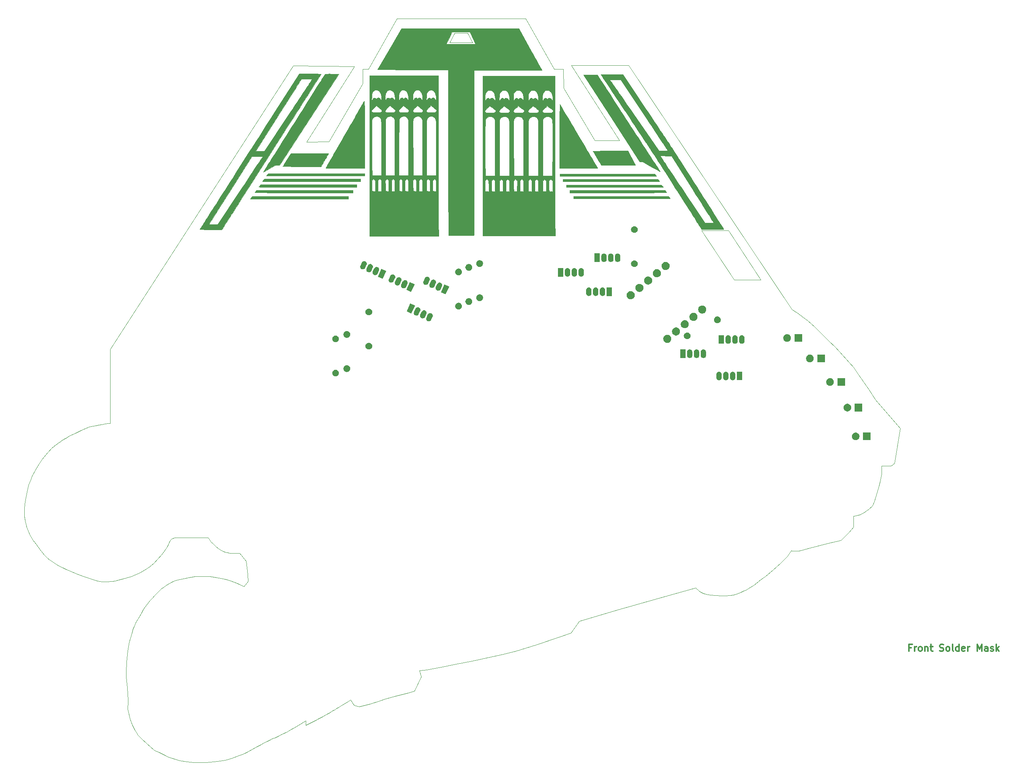
<source format=gbr>
G04 #@! TF.GenerationSoftware,KiCad,Pcbnew,(5.1.0)-1*
G04 #@! TF.CreationDate,2019-07-07T13:32:38-05:00*
G04 #@! TF.ProjectId,3000_Society_Badge_K5,33303030-5f53-46f6-9369-6574795f4261,2*
G04 #@! TF.SameCoordinates,Original*
G04 #@! TF.FileFunction,Soldermask,Top*
G04 #@! TF.FilePolarity,Negative*
%FSLAX46Y46*%
G04 Gerber Fmt 4.6, Leading zero omitted, Abs format (unit mm)*
G04 Created by KiCad (PCBNEW (5.1.0)-1) date 2019-07-07 13:32:38*
%MOMM*%
%LPD*%
G04 APERTURE LIST*
%ADD10C,0.050000*%
%ADD11C,0.300000*%
%ADD12C,0.036000*%
%ADD13C,0.010000*%
%ADD14C,0.100000*%
G04 APERTURE END LIST*
D10*
X208220000Y-78910000D02*
X202213905Y-78911379D01*
X201006095Y-67888621D02*
X208220000Y-78910000D01*
X195010000Y-67890000D02*
X201006095Y-67888621D01*
X202213905Y-78911379D02*
X195010000Y-67890000D01*
X138800000Y-26000000D02*
X139900000Y-23900000D01*
X143900000Y-26000000D02*
X138800000Y-26000000D01*
X142800000Y-23900000D02*
X143900000Y-26000000D01*
X139900000Y-23900000D02*
X142800000Y-23900000D01*
D11*
X241706000Y-160928857D02*
X241206000Y-160928857D01*
X241206000Y-161714571D02*
X241206000Y-160214571D01*
X241920285Y-160214571D01*
X242491714Y-161714571D02*
X242491714Y-160714571D01*
X242491714Y-161000285D02*
X242563142Y-160857428D01*
X242634571Y-160786000D01*
X242777428Y-160714571D01*
X242920285Y-160714571D01*
X243634571Y-161714571D02*
X243491714Y-161643142D01*
X243420285Y-161571714D01*
X243348857Y-161428857D01*
X243348857Y-161000285D01*
X243420285Y-160857428D01*
X243491714Y-160786000D01*
X243634571Y-160714571D01*
X243848857Y-160714571D01*
X243991714Y-160786000D01*
X244063142Y-160857428D01*
X244134571Y-161000285D01*
X244134571Y-161428857D01*
X244063142Y-161571714D01*
X243991714Y-161643142D01*
X243848857Y-161714571D01*
X243634571Y-161714571D01*
X244777428Y-160714571D02*
X244777428Y-161714571D01*
X244777428Y-160857428D02*
X244848857Y-160786000D01*
X244991714Y-160714571D01*
X245206000Y-160714571D01*
X245348857Y-160786000D01*
X245420285Y-160928857D01*
X245420285Y-161714571D01*
X245920285Y-160714571D02*
X246491714Y-160714571D01*
X246134571Y-160214571D02*
X246134571Y-161500285D01*
X246206000Y-161643142D01*
X246348857Y-161714571D01*
X246491714Y-161714571D01*
X248063142Y-161643142D02*
X248277428Y-161714571D01*
X248634571Y-161714571D01*
X248777428Y-161643142D01*
X248848857Y-161571714D01*
X248920285Y-161428857D01*
X248920285Y-161286000D01*
X248848857Y-161143142D01*
X248777428Y-161071714D01*
X248634571Y-161000285D01*
X248348857Y-160928857D01*
X248206000Y-160857428D01*
X248134571Y-160786000D01*
X248063142Y-160643142D01*
X248063142Y-160500285D01*
X248134571Y-160357428D01*
X248206000Y-160286000D01*
X248348857Y-160214571D01*
X248706000Y-160214571D01*
X248920285Y-160286000D01*
X249777428Y-161714571D02*
X249634571Y-161643142D01*
X249563142Y-161571714D01*
X249491714Y-161428857D01*
X249491714Y-161000285D01*
X249563142Y-160857428D01*
X249634571Y-160786000D01*
X249777428Y-160714571D01*
X249991714Y-160714571D01*
X250134571Y-160786000D01*
X250206000Y-160857428D01*
X250277428Y-161000285D01*
X250277428Y-161428857D01*
X250206000Y-161571714D01*
X250134571Y-161643142D01*
X249991714Y-161714571D01*
X249777428Y-161714571D01*
X251134571Y-161714571D02*
X250991714Y-161643142D01*
X250920285Y-161500285D01*
X250920285Y-160214571D01*
X252348857Y-161714571D02*
X252348857Y-160214571D01*
X252348857Y-161643142D02*
X252206000Y-161714571D01*
X251920285Y-161714571D01*
X251777428Y-161643142D01*
X251706000Y-161571714D01*
X251634571Y-161428857D01*
X251634571Y-161000285D01*
X251706000Y-160857428D01*
X251777428Y-160786000D01*
X251920285Y-160714571D01*
X252206000Y-160714571D01*
X252348857Y-160786000D01*
X253634571Y-161643142D02*
X253491714Y-161714571D01*
X253206000Y-161714571D01*
X253063142Y-161643142D01*
X252991714Y-161500285D01*
X252991714Y-160928857D01*
X253063142Y-160786000D01*
X253206000Y-160714571D01*
X253491714Y-160714571D01*
X253634571Y-160786000D01*
X253706000Y-160928857D01*
X253706000Y-161071714D01*
X252991714Y-161214571D01*
X254348857Y-161714571D02*
X254348857Y-160714571D01*
X254348857Y-161000285D02*
X254420285Y-160857428D01*
X254491714Y-160786000D01*
X254634571Y-160714571D01*
X254777428Y-160714571D01*
X256420285Y-161714571D02*
X256420285Y-160214571D01*
X256920285Y-161286000D01*
X257420285Y-160214571D01*
X257420285Y-161714571D01*
X258777428Y-161714571D02*
X258777428Y-160928857D01*
X258706000Y-160786000D01*
X258563142Y-160714571D01*
X258277428Y-160714571D01*
X258134571Y-160786000D01*
X258777428Y-161643142D02*
X258634571Y-161714571D01*
X258277428Y-161714571D01*
X258134571Y-161643142D01*
X258063142Y-161500285D01*
X258063142Y-161357428D01*
X258134571Y-161214571D01*
X258277428Y-161143142D01*
X258634571Y-161143142D01*
X258777428Y-161071714D01*
X259420285Y-161643142D02*
X259563142Y-161714571D01*
X259848857Y-161714571D01*
X259991714Y-161643142D01*
X260063142Y-161500285D01*
X260063142Y-161428857D01*
X259991714Y-161286000D01*
X259848857Y-161214571D01*
X259634571Y-161214571D01*
X259491714Y-161143142D01*
X259420285Y-161000285D01*
X259420285Y-160928857D01*
X259491714Y-160786000D01*
X259634571Y-160714571D01*
X259848857Y-160714571D01*
X259991714Y-160786000D01*
X260706000Y-161714571D02*
X260706000Y-160214571D01*
X260848857Y-161143142D02*
X261277428Y-161714571D01*
X261277428Y-160714571D02*
X260706000Y-161286000D01*
D12*
X72909999Y-183773750D02*
X73142500Y-183905001D01*
X78576248Y-186098751D02*
X80222499Y-186398750D01*
X66921248Y-169810625D02*
X67022500Y-171211251D01*
X69129999Y-180117500D02*
X69253749Y-180338751D01*
X93640000Y-184235000D02*
X94419999Y-183822500D01*
X66938125Y-162380000D02*
X66825625Y-164196875D01*
X71260000Y-182307501D02*
X72909999Y-183773750D01*
X92492500Y-184741250D02*
X93126249Y-184490001D01*
X68286249Y-178643750D02*
X68679999Y-179322500D01*
X90234999Y-185592501D02*
X91735000Y-185041251D01*
X67146248Y-172628751D02*
X67135000Y-172906250D01*
X68265625Y-156715625D02*
X67928125Y-157756251D01*
X69795625Y-153695000D02*
X69503125Y-154229375D01*
X67135000Y-172906250D02*
X67078748Y-174650000D01*
X91735000Y-185041251D02*
X92492500Y-184741250D01*
X88802500Y-186005000D02*
X90234999Y-185592501D01*
X70183748Y-181295001D02*
X71260000Y-182307501D01*
X67078748Y-174650000D02*
X67127499Y-174905001D01*
X80222499Y-186398750D02*
X81778750Y-186511250D01*
X73967499Y-184280000D02*
X75535000Y-185037500D01*
X67022500Y-171211251D02*
X67146248Y-172628751D01*
X69503125Y-154229375D02*
X69193748Y-154780625D01*
X66696248Y-167290625D02*
X66797500Y-168297500D01*
X69193748Y-154780625D02*
X68839375Y-155410625D01*
X67558750Y-176817501D02*
X68027499Y-178137500D01*
X68027499Y-178137500D02*
X68286249Y-178643750D01*
X68839375Y-155410625D02*
X68490625Y-156181252D01*
X67050625Y-161609375D02*
X66938125Y-162380000D01*
X67630000Y-158853125D02*
X67410625Y-159680000D01*
X84474999Y-186511250D02*
X87058748Y-186316250D01*
X99332500Y-181227501D02*
X99868750Y-180983750D01*
X68679999Y-179322500D02*
X69129999Y-180117500D01*
X81778750Y-186511250D02*
X84474999Y-186511250D01*
X75958749Y-185236250D02*
X78576248Y-186098751D01*
X66696248Y-166868751D02*
X66696248Y-167290625D01*
X66825625Y-164196875D02*
X66713125Y-166334375D01*
X68490625Y-156181252D02*
X68265625Y-156715625D01*
X73142500Y-183905001D02*
X73967499Y-184280000D01*
X100600000Y-180657500D02*
X101290000Y-180301250D01*
X67410625Y-159680000D02*
X67050625Y-161609375D01*
X95946248Y-182963750D02*
X96767500Y-182525000D01*
X100206250Y-180826250D02*
X100600000Y-180657500D01*
X99868750Y-180983750D02*
X100206250Y-180826250D01*
X98706249Y-181516250D02*
X99332500Y-181227501D01*
X66797500Y-168297500D02*
X66921248Y-169810625D01*
X98064999Y-181850000D02*
X98706249Y-181516250D01*
X97442500Y-182161251D02*
X98064999Y-181850000D01*
X96767500Y-182525000D02*
X97442500Y-182161251D01*
X87058748Y-186316250D02*
X88802500Y-186005000D01*
X95158748Y-183410001D02*
X95946248Y-182963750D01*
X67127499Y-174905001D02*
X67558750Y-176817501D01*
X67928125Y-157756251D02*
X67630000Y-158853125D01*
X94419999Y-183822500D02*
X95158748Y-183410001D01*
X93126249Y-184490001D02*
X93640000Y-184235000D01*
X75535000Y-185037500D02*
X75958749Y-185236250D01*
X66713125Y-166334375D02*
X66696248Y-166868751D01*
X69253749Y-180338751D02*
X70183748Y-181295001D01*
X75938125Y-146826875D02*
X75561248Y-147080000D01*
X80663125Y-145291252D02*
X79498748Y-145516252D01*
X82063748Y-145060625D02*
X81715000Y-145105625D01*
X87188125Y-138755000D02*
X87694375Y-139109375D01*
X84932500Y-145049375D02*
X84043748Y-145010000D01*
X76742500Y-136730000D02*
X76883125Y-136634375D01*
X87750625Y-145426252D02*
X86878748Y-145285625D01*
X86743748Y-138400625D02*
X87188125Y-138755000D01*
X89134375Y-139711252D02*
X89612500Y-139823752D01*
X92515000Y-147085625D02*
X91896248Y-146793125D01*
X85331875Y-136926875D02*
X85686248Y-137388125D01*
X88594375Y-145606252D02*
X87750625Y-145426252D01*
X93752500Y-144610625D02*
X93893125Y-146146252D01*
X90068125Y-146090000D02*
X89325625Y-145831252D01*
X77788748Y-136398125D02*
X80207500Y-136409375D01*
X91896248Y-146793125D02*
X91406875Y-146579375D01*
X87694375Y-139109375D02*
X88105000Y-139362500D01*
X76883125Y-136634375D02*
X77096875Y-136550000D01*
X93893125Y-146146252D02*
X92981875Y-147321875D01*
X91980625Y-139868752D02*
X93482500Y-141685625D01*
X89753125Y-139863125D02*
X91553125Y-139880000D01*
X85686248Y-137388125D02*
X86006875Y-137714375D01*
X77501875Y-136426252D02*
X77788748Y-136398125D01*
X84960625Y-136392500D02*
X85123748Y-136662500D01*
X76849375Y-146337500D02*
X75938125Y-146826875D01*
X90715000Y-146315000D02*
X90068125Y-146090000D01*
X77096875Y-136550000D02*
X77293748Y-136482500D01*
X71415625Y-151169375D02*
X70965625Y-151816252D01*
X76601875Y-136904375D02*
X76742500Y-136730000D01*
X91553125Y-139880000D02*
X91980625Y-139868752D01*
X74503748Y-147867500D02*
X74222500Y-148120625D01*
X75561248Y-147080000D02*
X75083125Y-147417500D01*
X77614375Y-145971875D02*
X77203748Y-146168752D01*
X79498748Y-145516252D02*
X78193748Y-145797500D01*
X88751875Y-139598752D02*
X89134375Y-139711252D01*
X86006875Y-137714375D02*
X86400625Y-138119375D01*
X81715000Y-145105625D02*
X80663125Y-145291252D01*
X85123748Y-136662500D02*
X85331875Y-136926875D01*
X93482500Y-141685625D02*
X93752500Y-144610625D01*
X70150000Y-153048125D02*
X69795625Y-153695000D01*
X80207500Y-136409375D02*
X84960625Y-136392500D01*
X89612500Y-139823752D02*
X89753125Y-139863125D01*
X70543748Y-152418125D02*
X70150000Y-153048125D01*
X70965625Y-151816252D02*
X70543748Y-152418125D01*
X71978125Y-150466252D02*
X71415625Y-151169375D01*
X72591248Y-149780000D02*
X71978125Y-150466252D01*
X86400625Y-138119375D02*
X86743748Y-138400625D01*
X73001875Y-149335625D02*
X72591248Y-149780000D01*
X86878748Y-145285625D02*
X85309375Y-145077500D01*
X73705000Y-148626875D02*
X73001875Y-149335625D01*
X74222500Y-148120625D02*
X73705000Y-148626875D01*
X85309375Y-145077500D02*
X84932500Y-145049375D01*
X88386248Y-139475000D02*
X88751875Y-139598752D01*
X89325625Y-145831252D02*
X88594375Y-145606252D01*
X76444375Y-137185625D02*
X76601875Y-136904375D01*
X88105000Y-139362500D02*
X88386248Y-139475000D01*
X75083125Y-147417500D02*
X74503748Y-147867500D01*
X92981875Y-147321875D02*
X92515000Y-147085625D01*
X84043748Y-145010000D02*
X82862500Y-145021252D01*
X78193748Y-145797500D02*
X77614375Y-145971875D01*
X77203748Y-146168752D02*
X76849375Y-146337500D01*
X82862500Y-145021252D02*
X82063748Y-145060625D01*
X91406875Y-146579375D02*
X90715000Y-146315000D01*
X77293748Y-136482500D02*
X77501875Y-136426252D01*
X44393125Y-133681252D02*
X44488750Y-133996252D01*
X44590000Y-126188752D02*
X44252500Y-127881875D01*
X71100625Y-143440625D02*
X71590000Y-143131252D01*
X75544375Y-138980000D02*
X75853748Y-138434375D01*
X73710625Y-141185000D02*
X74554375Y-140228752D01*
X44843125Y-134918752D02*
X45304375Y-135897500D01*
X76264375Y-137534375D02*
X76444375Y-137185625D01*
X49191249Y-140988125D02*
X49596249Y-141320000D01*
X49247500Y-117395000D02*
X48325000Y-118430000D01*
X76095625Y-137928125D02*
X76264375Y-137534375D01*
X63585625Y-146180000D02*
X64260625Y-146028125D01*
X55609375Y-144470000D02*
X56953749Y-144976252D01*
X44044375Y-131560625D02*
X44196250Y-132556252D01*
X72844375Y-142056875D02*
X73710625Y-141185000D01*
X71944375Y-142861252D02*
X72304375Y-142568752D01*
X54287500Y-143879375D02*
X55609375Y-144470000D01*
X44044375Y-129867500D02*
X44044375Y-131560625D01*
X71590000Y-143131252D02*
X71944375Y-142861252D01*
X70549375Y-143766875D02*
X71100625Y-143440625D01*
X69874375Y-144160625D02*
X70549375Y-143766875D01*
X69261248Y-144464375D02*
X69874375Y-144160625D01*
X68681875Y-144745625D02*
X69261248Y-144464375D01*
X44095000Y-128922500D02*
X44044375Y-129867500D01*
X44252500Y-127881875D02*
X44095000Y-128922500D01*
X52735000Y-114516875D02*
X50987500Y-115715000D01*
X44955625Y-124670000D02*
X44590000Y-126188752D01*
X56953749Y-144976252D02*
X58264375Y-145415000D01*
X47987500Y-118842500D02*
X47297500Y-119877500D01*
X61290625Y-146219375D02*
X62320000Y-146219375D01*
X59980000Y-145983125D02*
X60379375Y-146095625D01*
X45445000Y-136178752D02*
X45979375Y-136994375D01*
X67922500Y-145015625D02*
X68681875Y-144745625D01*
X48454375Y-140200625D02*
X49191249Y-140988125D01*
X64260625Y-146028125D02*
X65076249Y-145831252D01*
X62320000Y-146219375D02*
X63585625Y-146180000D01*
X45304375Y-135897500D02*
X45445000Y-136178752D01*
X47297500Y-119877500D02*
X46607499Y-121002500D01*
X51103749Y-142310000D02*
X51806875Y-142715000D01*
X58264375Y-145415000D02*
X59980000Y-145983125D01*
X67258748Y-145251875D02*
X67922500Y-145015625D01*
X65076249Y-145831252D02*
X66122500Y-145578125D01*
X60379375Y-146095625D02*
X61290625Y-146219375D01*
X47515000Y-139058752D02*
X48454375Y-140200625D01*
X46626249Y-137877500D02*
X47515000Y-139058752D01*
X45979375Y-136994375D02*
X46626249Y-137877500D01*
X45407500Y-123470000D02*
X44955625Y-124670000D01*
X44488750Y-133996252D02*
X44843125Y-134918752D01*
X50147500Y-116457500D02*
X49247500Y-117395000D01*
X46120000Y-121925000D02*
X45745000Y-122705000D01*
X48325000Y-118430000D02*
X47987500Y-118842500D01*
X52583125Y-143120000D02*
X53426875Y-143502500D01*
X74554375Y-140228752D02*
X75122500Y-139542500D01*
X72304375Y-142568752D02*
X72844375Y-142056875D01*
X75853748Y-138434375D02*
X76095625Y-137928125D01*
X44196250Y-132556252D02*
X44393125Y-133681252D01*
X66122500Y-145578125D02*
X67258748Y-145251875D01*
X75122500Y-139542500D02*
X75544375Y-138980000D01*
X50321875Y-141860000D02*
X51103749Y-142310000D01*
X51806875Y-142715000D02*
X52583125Y-143120000D01*
X45745000Y-122705000D02*
X45407500Y-123470000D01*
X49596249Y-141320000D02*
X50321875Y-141860000D01*
X46607499Y-121002500D02*
X46120000Y-121925000D01*
X50987500Y-115715000D02*
X50147500Y-116457500D01*
X53426875Y-143502500D02*
X54287500Y-143879375D01*
X53376249Y-114111875D02*
X52735000Y-114516875D01*
X53983749Y-113746253D02*
X53376249Y-114111875D01*
X55519375Y-113003753D02*
X54585625Y-113453753D01*
X56560000Y-112520000D02*
X55519375Y-113003753D01*
X58468749Y-111721253D02*
X57488125Y-112098125D01*
X117568747Y-31317500D02*
X103978748Y-31193755D01*
X103978748Y-31193755D02*
X63163749Y-94424375D01*
X63131323Y-110892324D02*
X62642500Y-110960000D01*
X59931250Y-111391250D02*
X59331249Y-111507500D01*
X61254999Y-111158750D02*
X60636249Y-111260000D01*
X106920625Y-48147500D02*
X117568747Y-31317500D01*
X127085406Y-20650532D02*
X120735569Y-31916605D01*
X62012500Y-111046250D02*
X61254999Y-111158750D01*
X62642500Y-110960000D02*
X62012500Y-111046250D01*
X63163749Y-94424375D02*
X63131323Y-110892324D01*
X111943747Y-48102500D02*
X106920625Y-48147500D01*
X119486875Y-31910938D02*
X119484999Y-35161251D01*
X120735569Y-31916605D02*
X119486875Y-31910938D01*
X57488125Y-112098125D02*
X56560000Y-112520000D01*
X54585625Y-113453753D02*
X53983749Y-113746253D01*
X59331249Y-111507500D02*
X58468749Y-111721253D01*
X60636249Y-111260000D02*
X59931250Y-111391250D01*
X119484999Y-35161251D02*
X111943747Y-48102500D01*
X227821562Y-135242188D02*
X228839687Y-134024375D01*
X234062500Y-126312500D02*
X234531250Y-124876250D01*
X201288437Y-149282188D02*
X201991562Y-149183752D01*
X210850000Y-143592500D02*
X212552500Y-142115000D01*
X230155000Y-131333750D02*
X231332499Y-130763750D01*
X228955794Y-131598677D02*
X229054264Y-131585971D01*
X214990000Y-139317500D02*
X215125441Y-139347148D01*
X235931323Y-120413265D02*
X237244264Y-120423853D01*
X228921911Y-131593383D02*
X228955794Y-131598677D01*
X214074999Y-140585000D02*
X214465000Y-140082500D01*
X234531250Y-124876250D02*
X234786249Y-123833750D01*
X231332499Y-130763750D02*
X232262500Y-130043750D01*
X234786249Y-123833750D02*
X235138750Y-122183750D01*
X233500000Y-128292500D02*
X234062500Y-126312500D01*
X229686382Y-131434559D02*
X230155000Y-131333750D01*
X205636562Y-147620000D02*
X206210312Y-147262813D01*
X229054264Y-131585971D02*
X229686382Y-131434559D01*
X206210312Y-147262813D02*
X206702500Y-146888752D01*
X204885625Y-148053125D02*
X205636562Y-147620000D01*
X215125441Y-139347148D02*
X215432500Y-139367265D01*
X217344735Y-139181971D02*
X218477676Y-138889736D01*
X237972735Y-119807618D02*
X239260000Y-112013753D01*
X235138750Y-122183750D02*
X235138750Y-121475000D01*
X232262500Y-130043750D02*
X233106250Y-129282500D01*
X235281205Y-120419618D02*
X235931323Y-120413265D01*
X235088500Y-120409030D02*
X235281205Y-120419618D01*
X235138750Y-121475000D02*
X235116029Y-120942677D01*
X223093750Y-137680625D02*
X226046875Y-137000000D01*
X201991562Y-149183752D02*
X202343125Y-149107813D01*
X200115625Y-149324375D02*
X201288437Y-149282188D01*
X233106250Y-129282500D02*
X233500000Y-128292500D01*
X228820000Y-131566252D02*
X228921911Y-131593383D01*
X228839687Y-134024375D02*
X228820000Y-131566252D01*
X216260499Y-139372559D02*
X216592970Y-139340795D01*
X202855000Y-148939063D02*
X203718437Y-148593125D01*
X215432500Y-139367265D02*
X215707794Y-139377853D01*
X197078125Y-149178125D02*
X198132812Y-149285000D01*
X226789375Y-136274375D02*
X227821562Y-135242188D01*
X226046875Y-137000000D02*
X226789375Y-136274375D01*
X208685312Y-145381252D02*
X209171875Y-145007188D01*
X209171875Y-145007188D02*
X210850000Y-143592500D01*
X199342187Y-149341252D02*
X200115625Y-149324375D01*
X215707794Y-139377853D02*
X216260499Y-139372559D01*
X198132812Y-149285000D02*
X199342187Y-149341252D01*
X204407500Y-148292188D02*
X204885625Y-148053125D01*
X217080029Y-139249736D02*
X217344735Y-139181971D01*
X216592970Y-139340795D02*
X217080029Y-139249736D01*
X203718437Y-148593125D02*
X204407500Y-148292188D01*
X214465000Y-140082500D02*
X214990000Y-139317500D01*
X202343125Y-149107813D02*
X202855000Y-148939063D01*
X207138437Y-146559688D02*
X208111562Y-145822813D01*
X206702500Y-146888752D02*
X207138437Y-146559688D01*
X218477676Y-138889736D02*
X223093750Y-137680625D01*
X237244264Y-120423853D02*
X237972735Y-119807618D01*
X235116029Y-120942677D02*
X235088500Y-120409030D01*
X208111562Y-145822813D02*
X208685312Y-145381252D01*
X212552500Y-142115000D02*
X214074999Y-140585000D01*
X102246248Y-179855001D02*
X102519999Y-179720001D01*
X103930000Y-178928750D02*
X104353749Y-178666250D01*
X196335625Y-149071252D02*
X197078125Y-149178125D01*
X110031247Y-176558751D02*
X110417499Y-176333751D01*
X195716875Y-148953125D02*
X196335625Y-149071252D01*
X124360937Y-172372813D02*
X126481562Y-171818751D01*
X110417499Y-176333751D02*
X110950000Y-176026251D01*
X134561875Y-165738125D02*
X136915937Y-165271251D01*
X112401250Y-175212500D02*
X112712499Y-175032500D01*
X194395000Y-148269688D02*
X194695937Y-148503125D01*
X165872499Y-157640000D02*
X167739999Y-155060001D01*
X117585625Y-173824063D02*
X118721875Y-174049063D01*
X108962500Y-177121251D02*
X109581247Y-176791251D01*
X195365312Y-148818125D02*
X195716875Y-148953125D01*
X194695937Y-148503125D02*
X195365312Y-148818125D01*
X162895000Y-158667500D02*
X165872499Y-157640000D01*
X117234062Y-173388125D02*
X117585625Y-173824063D01*
X194133437Y-148044688D02*
X194395000Y-148269688D01*
X110950000Y-176026251D02*
X111362499Y-175790000D01*
X109581247Y-176791251D02*
X110031247Y-176558751D01*
X106768747Y-177203750D02*
X106761249Y-178208750D01*
X167739999Y-155060001D02*
X176293746Y-152525000D01*
X117163747Y-173270000D02*
X117234062Y-173388125D01*
X116743750Y-172595000D02*
X117163747Y-173270000D01*
X111362499Y-175790000D02*
X111744999Y-175576251D01*
X115558749Y-173341251D02*
X116226250Y-172925001D01*
X112975000Y-174882501D02*
X113226247Y-174721251D01*
X101747500Y-180087500D02*
X102246248Y-179855001D01*
X193894375Y-147794375D02*
X194133437Y-148044688D01*
X188511245Y-148981252D02*
X193697500Y-147541252D01*
X129533125Y-170994688D02*
X130987187Y-170586875D01*
X193697500Y-147541252D02*
X193894375Y-147794375D01*
X133746247Y-165850625D02*
X134561875Y-165738125D01*
X176293746Y-152525000D02*
X188511245Y-148981252D01*
X143719375Y-163943751D02*
X150328746Y-162470000D01*
X126481562Y-171818751D02*
X129533125Y-170994688D01*
X113226247Y-174721251D02*
X113552500Y-174533751D01*
X132078437Y-166075625D02*
X133746247Y-165850625D01*
X132500312Y-167434063D02*
X132078437Y-166075625D01*
X102808748Y-179555000D02*
X103480000Y-179165000D01*
X130987187Y-170586875D02*
X132500312Y-167434063D01*
X101290000Y-180301250D02*
X101747500Y-180087500D01*
X123154375Y-172775000D02*
X124360937Y-172372813D01*
X108137500Y-177533751D02*
X108962500Y-177121251D01*
X102519999Y-179720001D02*
X102808748Y-179555000D01*
X114958747Y-173697500D02*
X115558749Y-173341251D01*
X112063750Y-175407500D02*
X112401250Y-175212500D01*
X104353749Y-178666250D02*
X104935000Y-178310000D01*
X114047500Y-174241251D02*
X114546249Y-173941250D01*
X112712499Y-175032500D02*
X112975000Y-174882501D01*
X153492812Y-161702188D02*
X158170000Y-160242500D01*
X103480000Y-179165000D02*
X103930000Y-178928750D01*
X158170000Y-160242500D02*
X162895000Y-158667500D01*
X150328746Y-162470000D02*
X153492812Y-161702188D01*
X118721875Y-174049063D02*
X121081562Y-173452813D01*
X106761249Y-178208750D02*
X108137500Y-177533751D01*
X140161562Y-164641251D02*
X143719375Y-163943751D01*
X136915937Y-165271251D02*
X140161562Y-164641251D01*
X121081562Y-173452813D02*
X123154375Y-172775000D01*
X114546249Y-173941250D02*
X114958747Y-173697500D01*
X116226250Y-172925001D02*
X116743750Y-172595000D01*
X113552500Y-174533751D02*
X114047500Y-174241251D01*
X111744999Y-175576251D02*
X112063750Y-175407500D01*
X104935000Y-178310000D02*
X106768747Y-177203750D01*
X230027499Y-100152501D02*
X228827500Y-98427500D01*
X155807500Y-20650532D02*
X127085406Y-20650532D01*
X162104687Y-31919375D02*
X155807500Y-20650532D01*
X217637500Y-87267500D02*
X216287500Y-86262500D01*
X225707499Y-94947500D02*
X224657500Y-93777500D01*
X164209291Y-36187644D02*
X164174687Y-31919375D01*
X224657500Y-93777500D02*
X223457499Y-92622500D01*
X220142500Y-89367500D02*
X218612500Y-88017500D01*
X171175000Y-47877500D02*
X164209291Y-36187644D01*
X215162500Y-85512500D02*
X178690000Y-31070000D01*
X227882500Y-97347500D02*
X225707499Y-94947500D01*
X239260000Y-112013753D02*
X233747500Y-105668753D01*
X228827500Y-98427500D02*
X227882500Y-97347500D01*
X216287500Y-86262500D02*
X215162500Y-85512500D01*
X165910000Y-31115000D02*
X176687500Y-47877500D01*
X223457499Y-92622500D02*
X220142500Y-89367500D01*
X218612500Y-88017500D02*
X217637500Y-87267500D01*
X232232499Y-103302501D02*
X230027499Y-100152501D01*
X164174687Y-31919375D02*
X162104687Y-31919375D01*
X233747500Y-105668753D02*
X232232499Y-103302501D01*
X176687500Y-47877500D02*
X171175000Y-47877500D01*
X178690000Y-31070000D02*
X165910000Y-31115000D01*
D13*
G04 #@! TO.C,TP1*
G36*
X128496703Y-33405847D02*
G01*
X129216719Y-33405874D01*
X129932922Y-33405915D01*
X130637833Y-33405969D01*
X131323971Y-33406036D01*
X131983854Y-33406117D01*
X132610003Y-33406210D01*
X133194936Y-33406316D01*
X133731174Y-33406434D01*
X134211235Y-33406565D01*
X134627638Y-33406708D01*
X134802403Y-33406781D01*
X136292116Y-33407445D01*
X136295122Y-48288579D01*
X136295441Y-49448973D01*
X136295924Y-50603518D01*
X136296564Y-51748234D01*
X136297353Y-52879143D01*
X136298286Y-53992265D01*
X136299353Y-55083621D01*
X136300549Y-56149231D01*
X136301866Y-57185116D01*
X136303298Y-58187297D01*
X136304836Y-59151795D01*
X136306474Y-60074629D01*
X136308205Y-60951821D01*
X136310022Y-61779392D01*
X136311917Y-62553362D01*
X136313884Y-63269752D01*
X136315915Y-63924582D01*
X136318004Y-64513874D01*
X136320142Y-65033648D01*
X136322323Y-65479924D01*
X136324541Y-65848723D01*
X136326787Y-66136067D01*
X136327083Y-66167428D01*
X136356037Y-69165144D01*
X134726919Y-69165260D01*
X134483952Y-69165485D01*
X134161784Y-69166113D01*
X133767167Y-69167120D01*
X133306854Y-69168480D01*
X132787599Y-69170168D01*
X132216154Y-69172160D01*
X131599273Y-69174430D01*
X130943709Y-69176953D01*
X130256215Y-69179704D01*
X129543544Y-69182658D01*
X128812450Y-69185791D01*
X128069684Y-69189076D01*
X127322001Y-69192489D01*
X127048646Y-69193764D01*
X120999492Y-69222151D01*
X120999445Y-68688656D01*
X120999371Y-68608365D01*
X120999160Y-68445097D01*
X120998817Y-68201835D01*
X120998346Y-67881556D01*
X120997752Y-67487242D01*
X120997039Y-67021873D01*
X120996213Y-66488429D01*
X120995279Y-65889890D01*
X120994240Y-65229236D01*
X120993103Y-64509447D01*
X120991870Y-63733504D01*
X120990548Y-62904386D01*
X120989141Y-62025074D01*
X120987654Y-61098547D01*
X120986092Y-60127786D01*
X120984458Y-59115772D01*
X120982759Y-58065483D01*
X120980999Y-56979901D01*
X120980718Y-56806615D01*
X121472251Y-56806615D01*
X121472251Y-57950290D01*
X121473286Y-58255566D01*
X121476206Y-58532270D01*
X121480727Y-58768872D01*
X121486568Y-58953844D01*
X121493448Y-59075655D01*
X121500903Y-59122617D01*
X121554723Y-59136165D01*
X121671534Y-59146256D01*
X121828386Y-59151090D01*
X121866216Y-59151269D01*
X122202877Y-59151269D01*
X122201044Y-57958630D01*
X122199212Y-56765990D01*
X122196007Y-56762398D01*
X122847547Y-56762398D01*
X122847547Y-59151269D01*
X123578173Y-59151269D01*
X123576890Y-57958630D01*
X123575655Y-56808968D01*
X124477226Y-56808968D01*
X124504921Y-57947885D01*
X124513015Y-58252711D01*
X124521659Y-58529168D01*
X124530386Y-58765655D01*
X124538726Y-58950573D01*
X124546213Y-59072324D01*
X124552178Y-59119036D01*
X124601591Y-59134592D01*
X124714098Y-59146028D01*
X124866861Y-59151174D01*
X124891538Y-59151269D01*
X125211337Y-59151269D01*
X125211337Y-56806615D01*
X125856007Y-56806615D01*
X125856007Y-59151269D01*
X126586633Y-59151269D01*
X126586633Y-57929978D01*
X127533224Y-57929978D01*
X127533958Y-58238029D01*
X127536574Y-58517579D01*
X127540806Y-58757207D01*
X127546392Y-58945492D01*
X127553066Y-59071010D01*
X127560565Y-59122342D01*
X127560801Y-59122617D01*
X127614622Y-59136165D01*
X127731433Y-59146256D01*
X127888284Y-59151090D01*
X127926114Y-59151269D01*
X128262775Y-59151269D01*
X128262775Y-56822677D01*
X128864467Y-56822677D01*
X128864467Y-57958321D01*
X128865510Y-58262493D01*
X128868449Y-58538064D01*
X128872999Y-58773462D01*
X128878876Y-58957112D01*
X128885794Y-59077444D01*
X128893119Y-59122617D01*
X128946626Y-59135787D01*
X129063967Y-59145764D01*
X129223032Y-59150910D01*
X129279921Y-59151269D01*
X129638071Y-59151269D01*
X129638071Y-56808968D01*
X130637144Y-56808968D01*
X130656620Y-57926396D01*
X130662499Y-58229696D01*
X130668979Y-58505850D01*
X130675687Y-58742841D01*
X130682252Y-58928651D01*
X130688300Y-59051264D01*
X130692960Y-59097547D01*
X130739400Y-59128089D01*
X130859265Y-59145702D01*
X131054996Y-59151269D01*
X131400169Y-59151269D01*
X131400169Y-56806615D01*
X132001861Y-56806615D01*
X132001861Y-59151269D01*
X132732487Y-59151269D01*
X132732487Y-57929978D01*
X133679078Y-57929978D01*
X133679813Y-58238029D01*
X133682428Y-58517579D01*
X133686661Y-58757207D01*
X133692246Y-58945492D01*
X133698920Y-59071010D01*
X133706419Y-59122342D01*
X133706655Y-59122617D01*
X133760476Y-59136165D01*
X133877287Y-59146256D01*
X134034139Y-59151090D01*
X134071969Y-59151269D01*
X134408630Y-59151269D01*
X134408630Y-57951467D01*
X135012182Y-57951467D01*
X135012724Y-58256580D01*
X135015200Y-58533117D01*
X135019348Y-58769542D01*
X135024903Y-58954321D01*
X135031602Y-59075917D01*
X135038974Y-59122617D01*
X135092481Y-59135787D01*
X135209821Y-59145764D01*
X135368887Y-59150910D01*
X135425776Y-59151269D01*
X135783926Y-59151269D01*
X135783926Y-56796300D01*
X135601269Y-56578252D01*
X135418613Y-56360204D01*
X135014043Y-56808968D01*
X135012182Y-57951467D01*
X134408630Y-57951467D01*
X134408630Y-56762398D01*
X134220397Y-56577661D01*
X134032164Y-56392925D01*
X133856158Y-56579457D01*
X133680153Y-56765990D01*
X133679078Y-57929978D01*
X132732487Y-57929978D01*
X132732487Y-56741173D01*
X132559335Y-56560180D01*
X132386183Y-56379188D01*
X132194022Y-56592901D01*
X132001861Y-56806615D01*
X131400169Y-56806615D01*
X131400169Y-56795795D01*
X131209668Y-56587492D01*
X131019167Y-56379188D01*
X130828156Y-56594078D01*
X130637144Y-56808968D01*
X129638071Y-56808968D01*
X129638071Y-56790348D01*
X129447956Y-56576289D01*
X129257841Y-56362229D01*
X128864467Y-56822677D01*
X128262775Y-56822677D01*
X128262775Y-56762398D01*
X128074542Y-56577661D01*
X127886309Y-56392925D01*
X127710304Y-56579457D01*
X127534298Y-56765990D01*
X127533224Y-57929978D01*
X126586633Y-57929978D01*
X126586633Y-56755556D01*
X126242341Y-56379188D01*
X126049174Y-56592901D01*
X125856007Y-56806615D01*
X125211337Y-56806615D01*
X125211337Y-56741173D01*
X125039661Y-56560180D01*
X124867985Y-56379188D01*
X124672605Y-56594078D01*
X124477226Y-56808968D01*
X123575655Y-56808968D01*
X123575608Y-56765990D01*
X123239814Y-56379188D01*
X123043680Y-56570793D01*
X122847547Y-56762398D01*
X122196007Y-56762398D01*
X122026646Y-56572589D01*
X121854081Y-56379188D01*
X121663166Y-56592901D01*
X121472251Y-56806615D01*
X120980718Y-56806615D01*
X120979182Y-55862005D01*
X120977313Y-54714775D01*
X120975398Y-53541192D01*
X120973440Y-52344236D01*
X120971445Y-51126887D01*
X120970878Y-50781303D01*
X120966366Y-48032433D01*
X121471549Y-48032433D01*
X121472081Y-48672033D01*
X121473351Y-49320120D01*
X121475370Y-49970737D01*
X121478147Y-50617924D01*
X121481694Y-51255722D01*
X121486021Y-51878172D01*
X121491139Y-52479315D01*
X121497059Y-53053193D01*
X121500768Y-53363657D01*
X121529286Y-55627073D01*
X123578173Y-55627073D01*
X123577229Y-49448985D01*
X123577064Y-48597267D01*
X123576807Y-47827254D01*
X123576404Y-47134695D01*
X123575801Y-46515339D01*
X123574945Y-45964934D01*
X123573781Y-45479230D01*
X123572257Y-45053974D01*
X123570318Y-44684918D01*
X123568403Y-44432722D01*
X124485678Y-44432722D01*
X124487504Y-44833860D01*
X124491379Y-45306924D01*
X124496637Y-45858905D01*
X124496675Y-45862802D01*
X124500534Y-46309524D01*
X124504243Y-46829013D01*
X124507748Y-47408081D01*
X124510993Y-48033537D01*
X124513924Y-48692195D01*
X124516487Y-49370863D01*
X124518626Y-50056355D01*
X124520288Y-50735480D01*
X124521417Y-51395051D01*
X124521934Y-51963198D01*
X124523689Y-55627073D01*
X126580875Y-55627073D01*
X126594498Y-49491963D01*
X126596318Y-48627829D01*
X126597731Y-47845582D01*
X126598194Y-47511103D01*
X127531954Y-47511103D01*
X127532033Y-48259653D01*
X127532136Y-49088232D01*
X127532149Y-49436860D01*
X127532149Y-55627073D01*
X129638071Y-55627073D01*
X129638071Y-43965960D01*
X130634418Y-43965960D01*
X130635831Y-44304328D01*
X130641338Y-44716891D01*
X130642880Y-44813597D01*
X130645979Y-45048698D01*
X130648992Y-45361903D01*
X130651888Y-45745359D01*
X130654634Y-46191216D01*
X130657199Y-46691619D01*
X130659552Y-47238718D01*
X130661661Y-47824659D01*
X130663494Y-48441592D01*
X130665020Y-49081663D01*
X130666208Y-49737021D01*
X130667025Y-50399813D01*
X130667382Y-50910237D01*
X130669543Y-55627073D01*
X132726520Y-55627073D01*
X132741041Y-49441038D01*
X133678003Y-49441038D01*
X133678003Y-55627073D01*
X135783926Y-55627073D01*
X135780656Y-49470474D01*
X135779990Y-48562115D01*
X135778984Y-47736672D01*
X135777613Y-46991107D01*
X135775850Y-46322381D01*
X135773670Y-45727455D01*
X135771045Y-45203290D01*
X135767951Y-44746848D01*
X135764362Y-44355089D01*
X135760250Y-44024974D01*
X135755590Y-43753466D01*
X135750357Y-43537524D01*
X135744524Y-43374110D01*
X135738064Y-43260185D01*
X135730953Y-43192711D01*
X135726704Y-43174159D01*
X135642821Y-43011783D01*
X135511995Y-42832543D01*
X135359003Y-42666957D01*
X135225212Y-42556434D01*
X135132817Y-42502877D01*
X135033891Y-42471849D01*
X134901099Y-42457738D01*
X134730658Y-42454859D01*
X134541660Y-42459485D01*
X134407262Y-42477082D01*
X134296338Y-42514302D01*
X134190416Y-42570331D01*
X133984619Y-42733731D01*
X133813813Y-42951582D01*
X133723383Y-43134016D01*
X133716263Y-43190391D01*
X133709775Y-43320546D01*
X133703914Y-43525537D01*
X133698671Y-43806418D01*
X133694039Y-44164247D01*
X133690011Y-44600078D01*
X133686577Y-45114967D01*
X133683733Y-45709969D01*
X133681468Y-46386140D01*
X133679776Y-47144536D01*
X133678650Y-47986212D01*
X133678081Y-48912224D01*
X133678003Y-49441038D01*
X132741041Y-49441038D01*
X132755424Y-43313875D01*
X132655847Y-43090288D01*
X132554898Y-42918055D01*
X132414642Y-42748621D01*
X132255841Y-42601885D01*
X132099256Y-42497741D01*
X131998196Y-42460029D01*
X131675593Y-42432327D01*
X131381488Y-42481782D01*
X131122566Y-42606463D01*
X130938556Y-42766366D01*
X130856799Y-42860273D01*
X130790340Y-42950798D01*
X130737778Y-43047638D01*
X130697714Y-43160491D01*
X130668746Y-43299052D01*
X130649475Y-43473019D01*
X130638499Y-43692089D01*
X130634418Y-43965960D01*
X129638071Y-43965960D01*
X129638071Y-43309263D01*
X129527257Y-43086888D01*
X129393236Y-42875258D01*
X129222241Y-42689255D01*
X129033827Y-42545908D01*
X128847549Y-42462245D01*
X128797937Y-42451759D01*
X128501450Y-42441036D01*
X128223258Y-42494924D01*
X127980700Y-42607606D01*
X127791114Y-42773267D01*
X127773588Y-42795326D01*
X127740710Y-42836600D01*
X127710949Y-42872826D01*
X127684150Y-42908257D01*
X127660159Y-42947149D01*
X127638821Y-42993754D01*
X127619982Y-43052327D01*
X127603486Y-43127121D01*
X127589179Y-43222391D01*
X127576907Y-43342390D01*
X127566514Y-43491371D01*
X127557846Y-43673590D01*
X127550749Y-43893299D01*
X127545068Y-44154753D01*
X127540648Y-44462205D01*
X127537335Y-44819910D01*
X127534973Y-45232120D01*
X127533409Y-45703091D01*
X127532488Y-46237076D01*
X127532054Y-46838329D01*
X127531954Y-47511103D01*
X126598194Y-47511103D01*
X126598707Y-47141154D01*
X126599215Y-46510477D01*
X126599225Y-45949482D01*
X126598705Y-45454101D01*
X126597625Y-45020266D01*
X126595955Y-44643909D01*
X126593664Y-44320961D01*
X126590722Y-44047355D01*
X126587097Y-43819022D01*
X126582759Y-43631894D01*
X126577677Y-43481902D01*
X126571821Y-43364980D01*
X126565161Y-43277057D01*
X126557664Y-43214067D01*
X126549302Y-43171941D01*
X126546840Y-43163452D01*
X126472572Y-43010218D01*
X126351854Y-42844669D01*
X126204398Y-42686984D01*
X126049915Y-42557341D01*
X125908117Y-42475919D01*
X125861379Y-42461763D01*
X125533765Y-42432601D01*
X125237983Y-42480813D01*
X124978254Y-42605192D01*
X124790715Y-42767998D01*
X124726177Y-42839331D01*
X124670993Y-42905694D01*
X124624498Y-42974076D01*
X124586030Y-43051469D01*
X124554923Y-43144863D01*
X124530513Y-43261248D01*
X124512136Y-43407616D01*
X124499129Y-43590957D01*
X124490826Y-43818261D01*
X124486564Y-44096519D01*
X124485678Y-44432722D01*
X123568403Y-44432722D01*
X123567910Y-44367808D01*
X123564981Y-44098394D01*
X123561475Y-43872426D01*
X123557340Y-43685651D01*
X123552522Y-43533819D01*
X123546966Y-43412678D01*
X123540620Y-43317978D01*
X123533429Y-43245468D01*
X123525340Y-43190896D01*
X123516298Y-43150011D01*
X123506251Y-43118562D01*
X123496927Y-43096175D01*
X123331875Y-42821115D01*
X123122357Y-42618498D01*
X122873778Y-42490763D01*
X122591548Y-42440346D01*
X122281075Y-42469686D01*
X122170234Y-42498205D01*
X121970171Y-42595616D01*
X121781189Y-42754229D01*
X121625915Y-42950070D01*
X121526976Y-43159166D01*
X121518855Y-43188344D01*
X121511360Y-43261293D01*
X121504475Y-43414236D01*
X121498212Y-43641216D01*
X121492581Y-43936273D01*
X121487592Y-44293447D01*
X121483256Y-44706782D01*
X121479584Y-45170316D01*
X121476586Y-45678092D01*
X121474273Y-46224151D01*
X121472656Y-46802533D01*
X121471744Y-47407280D01*
X121471549Y-48032433D01*
X120966366Y-48032433D01*
X120955167Y-41209973D01*
X121386295Y-41209973D01*
X121414885Y-41285040D01*
X121487996Y-41388994D01*
X121545440Y-41453264D01*
X121704585Y-41616244D01*
X123347811Y-41616244D01*
X123527459Y-41462472D01*
X123629054Y-41369525D01*
X123691233Y-41290189D01*
X124448796Y-41290189D01*
X124484692Y-41368750D01*
X124554454Y-41452916D01*
X124575098Y-41474519D01*
X124712462Y-41616244D01*
X126389608Y-41616244D01*
X126552587Y-41457099D01*
X126661457Y-41332427D01*
X126680303Y-41288828D01*
X127449194Y-41288828D01*
X127483501Y-41364922D01*
X127554528Y-41443373D01*
X127598111Y-41482858D01*
X127750030Y-41616244D01*
X129401692Y-41613918D01*
X129562860Y-41464080D01*
X129677350Y-41322289D01*
X129708410Y-41234073D01*
X130583587Y-41234073D01*
X130612469Y-41324255D01*
X130685076Y-41434068D01*
X130720952Y-41474519D01*
X130858317Y-41616244D01*
X132535462Y-41616244D01*
X132698442Y-41457099D01*
X132808131Y-41331032D01*
X132825970Y-41289234D01*
X133594920Y-41289234D01*
X133630762Y-41364008D01*
X133704242Y-41440308D01*
X133753215Y-41481700D01*
X133914383Y-41613362D01*
X135547547Y-41615172D01*
X135730203Y-41445521D01*
X135849440Y-41315274D01*
X135908440Y-41205924D01*
X135912860Y-41175801D01*
X135872852Y-41072055D01*
X135755629Y-40946513D01*
X135730203Y-40924967D01*
X135625494Y-40838925D01*
X135474085Y-40715002D01*
X135295967Y-40569540D01*
X135111133Y-40418883D01*
X135104805Y-40413731D01*
X134662063Y-40053260D01*
X134127055Y-40586984D01*
X133911804Y-40804672D01*
X133755158Y-40973705D01*
X133652925Y-41104119D01*
X133600910Y-41205950D01*
X133594920Y-41289234D01*
X132825970Y-41289234D01*
X132855148Y-41220873D01*
X132859394Y-41166997D01*
X132851947Y-41114076D01*
X132825243Y-41058299D01*
X132770198Y-40990341D01*
X132677732Y-40900873D01*
X132538762Y-40780569D01*
X132344205Y-40620102D01*
X132261069Y-40552538D01*
X132066939Y-40396864D01*
X131894701Y-40262019D01*
X131755791Y-40156696D01*
X131661648Y-40089585D01*
X131624797Y-40069036D01*
X131583580Y-40098912D01*
X131494527Y-40181678D01*
X131368077Y-40307037D01*
X131214670Y-40464693D01*
X131084205Y-40602193D01*
X130865911Y-40840524D01*
X130710635Y-41023615D01*
X130617018Y-41153182D01*
X130583699Y-41230942D01*
X130583587Y-41234073D01*
X129708410Y-41234073D01*
X129727786Y-41179045D01*
X129711502Y-41051362D01*
X129640840Y-40966072D01*
X129579567Y-40919105D01*
X129465617Y-40828592D01*
X129312724Y-40705555D01*
X129134622Y-40561020D01*
X129036320Y-40480793D01*
X128514988Y-40054478D01*
X127980590Y-40587593D01*
X127766098Y-40804523D01*
X127610059Y-40972937D01*
X127508126Y-41103010D01*
X127455954Y-41204915D01*
X127449194Y-41288828D01*
X126680303Y-41288828D01*
X126708330Y-41223993D01*
X126712748Y-41166997D01*
X126704868Y-41113929D01*
X126677523Y-41057788D01*
X126621626Y-40989258D01*
X126528091Y-40899024D01*
X126387831Y-40777770D01*
X126191760Y-40616180D01*
X126113412Y-40552538D01*
X125919096Y-40396850D01*
X125746512Y-40261996D01*
X125607139Y-40156671D01*
X125512453Y-40089568D01*
X125475092Y-40069036D01*
X125433102Y-40098824D01*
X125343229Y-40181309D01*
X125216047Y-40306171D01*
X125062130Y-40463090D01*
X124935596Y-40595516D01*
X124734324Y-40811458D01*
X124589530Y-40977868D01*
X124496692Y-41105776D01*
X124451288Y-41206207D01*
X124448796Y-41290189D01*
X123691233Y-41290189D01*
X123692941Y-41288010D01*
X123714632Y-41208453D01*
X123689638Y-41121381D01*
X123613471Y-41017323D01*
X123481642Y-40886804D01*
X123289665Y-40720352D01*
X123102388Y-40565313D01*
X122907951Y-40407095D01*
X122735987Y-40269723D01*
X122597579Y-40161842D01*
X122503806Y-40092098D01*
X122466260Y-40069036D01*
X122418553Y-40099211D01*
X122325885Y-40181400D01*
X122200094Y-40303098D01*
X122053016Y-40451801D01*
X121896487Y-40615005D01*
X121742343Y-40780203D01*
X121602421Y-40934893D01*
X121488557Y-41066570D01*
X121412587Y-41162728D01*
X121386295Y-41209973D01*
X120955167Y-41209973D01*
X120951262Y-38829998D01*
X133624757Y-38829998D01*
X133726592Y-38815591D01*
X133817478Y-38768523D01*
X133874041Y-38660064D01*
X133968322Y-38479975D01*
X134115167Y-38367111D01*
X134246218Y-38326896D01*
X134359090Y-38316429D01*
X134442559Y-38345942D01*
X134534943Y-38426640D01*
X134620418Y-38504265D01*
X134673015Y-38523957D01*
X134714878Y-38493824D01*
X134715713Y-38492823D01*
X134790101Y-38429008D01*
X134894223Y-38364767D01*
X135068552Y-38317040D01*
X135240225Y-38354527D01*
X135407751Y-38476492D01*
X135569639Y-38682201D01*
X135583687Y-38704484D01*
X135652718Y-38786761D01*
X135718489Y-38822620D01*
X135720449Y-38822674D01*
X135753314Y-38782919D01*
X135774709Y-38675002D01*
X135784668Y-38515942D01*
X135783226Y-38322760D01*
X135770416Y-38112476D01*
X135746272Y-37902109D01*
X135718286Y-37742648D01*
X135639554Y-37446467D01*
X135533554Y-37205351D01*
X135384969Y-36989244D01*
X135266898Y-36856882D01*
X135043381Y-36672752D01*
X134810441Y-36573342D01*
X134573073Y-36558755D01*
X134336271Y-36629093D01*
X134105029Y-36784462D01*
X134053687Y-36831720D01*
X133921825Y-36967476D01*
X133822762Y-37094819D01*
X133751432Y-37229743D01*
X133702766Y-37388242D01*
X133671699Y-37586310D01*
X133653162Y-37839940D01*
X133643031Y-38127943D01*
X133624757Y-38829998D01*
X120951262Y-38829998D01*
X120951249Y-38822674D01*
X121416435Y-38822674D01*
X121526966Y-38822674D01*
X121606794Y-38806184D01*
X121658894Y-38741722D01*
X121689241Y-38661506D01*
X121762298Y-38490849D01*
X121858084Y-38387844D01*
X121994302Y-38334336D01*
X122011683Y-38330848D01*
X122196755Y-38335112D01*
X122357503Y-38421788D01*
X122427555Y-38494624D01*
X122480317Y-38543480D01*
X122502767Y-38531947D01*
X122502767Y-38531941D01*
X122539912Y-38471069D01*
X122630189Y-38402196D01*
X122744558Y-38342543D01*
X122853980Y-38309332D01*
X122881914Y-38307098D01*
X123055515Y-38348016D01*
X123217697Y-38464372D01*
X123344206Y-38629512D01*
X123430406Y-38762166D01*
X123493909Y-38822160D01*
X123537535Y-38806713D01*
X123564103Y-38713044D01*
X123576434Y-38538372D01*
X123578173Y-38398760D01*
X123569848Y-38195303D01*
X124460698Y-38195303D01*
X124468398Y-38425127D01*
X124482385Y-38613725D01*
X124497930Y-38732021D01*
X124519079Y-38795629D01*
X124549879Y-38820169D01*
X124571424Y-38822674D01*
X124639202Y-38785737D01*
X124694533Y-38670515D01*
X124700471Y-38651454D01*
X124774778Y-38479856D01*
X124882313Y-38379293D01*
X125040173Y-38336374D01*
X125107548Y-38332549D01*
X125244258Y-38339556D01*
X125335213Y-38377645D01*
X125406714Y-38447010D01*
X125475935Y-38521506D01*
X125514977Y-38534957D01*
X125547257Y-38493519D01*
X125551796Y-38485138D01*
X125643678Y-38393439D01*
X125786486Y-38333775D01*
X125947617Y-38317883D01*
X125998840Y-38324167D01*
X126142751Y-38380528D01*
X126272592Y-38499139D01*
X126397024Y-38684222D01*
X126466302Y-38774467D01*
X126532665Y-38813099D01*
X126542902Y-38812690D01*
X126585503Y-38763465D01*
X126612178Y-38645676D01*
X126622862Y-38475241D01*
X126617829Y-38281214D01*
X127489171Y-38281214D01*
X127489709Y-38506151D01*
X127492899Y-38658671D01*
X127501101Y-38752312D01*
X127516676Y-38800611D01*
X127541987Y-38817106D01*
X127579393Y-38815337D01*
X127582257Y-38814918D01*
X127671676Y-38759658D01*
X127721936Y-38662607D01*
X127820868Y-38480572D01*
X127973199Y-38365768D01*
X128100364Y-38326896D01*
X128213235Y-38316429D01*
X128296704Y-38345942D01*
X128389089Y-38426640D01*
X128474563Y-38504265D01*
X128527160Y-38523957D01*
X128569024Y-38493824D01*
X128569859Y-38492823D01*
X128644247Y-38429008D01*
X128748368Y-38364767D01*
X128922697Y-38317040D01*
X129094370Y-38354527D01*
X129261896Y-38476492D01*
X129423784Y-38682201D01*
X129437833Y-38704484D01*
X129506863Y-38786761D01*
X129572634Y-38822620D01*
X129574595Y-38822674D01*
X129605986Y-38806707D01*
X129625279Y-38749048D01*
X129634913Y-38635061D01*
X129637331Y-38450112D01*
X129637325Y-38446616D01*
X129615010Y-38080357D01*
X130615551Y-38080357D01*
X130618496Y-38468105D01*
X130624483Y-38643325D01*
X130635468Y-38749417D01*
X130655690Y-38803205D01*
X130689391Y-38821515D01*
X130707855Y-38822674D01*
X130786666Y-38780148D01*
X130853677Y-38661506D01*
X130949891Y-38485924D01*
X131078676Y-38378827D01*
X131237758Y-38327514D01*
X131349673Y-38316485D01*
X131432339Y-38344825D01*
X131526510Y-38426668D01*
X131528027Y-38428184D01*
X131611311Y-38506212D01*
X131658143Y-38527421D01*
X131689996Y-38498498D01*
X131699540Y-38481606D01*
X131790357Y-38391968D01*
X131932614Y-38333815D01*
X132094225Y-38318327D01*
X132148977Y-38324971D01*
X132293665Y-38389158D01*
X132435510Y-38515385D01*
X132551666Y-38682098D01*
X132572760Y-38724809D01*
X132635632Y-38800011D01*
X132696408Y-38822674D01*
X132736154Y-38813527D01*
X132759905Y-38774681D01*
X132771638Y-38689028D01*
X132775331Y-38539462D01*
X132775465Y-38482630D01*
X132760368Y-38174174D01*
X132718510Y-37860612D01*
X132655037Y-37569766D01*
X132575098Y-37329460D01*
X132552974Y-37280188D01*
X132420948Y-37060417D01*
X132253811Y-36862718D01*
X132070245Y-36705094D01*
X131888935Y-36605547D01*
X131835890Y-36589243D01*
X131603092Y-36560848D01*
X131390565Y-36597528D01*
X131186619Y-36704435D01*
X130979562Y-36886724D01*
X130862242Y-37018438D01*
X130771697Y-37151450D01*
X130703660Y-37312825D01*
X130656225Y-37513886D01*
X130627490Y-37765956D01*
X130615551Y-38080357D01*
X129615010Y-38080357D01*
X129611997Y-38030912D01*
X129540698Y-37654429D01*
X129427878Y-37323384D01*
X129277984Y-37043995D01*
X129095466Y-36822479D01*
X128884772Y-36665053D01*
X128650351Y-36577934D01*
X128396652Y-36567340D01*
X128303769Y-36582940D01*
X128190713Y-36618957D01*
X128083823Y-36682288D01*
X127961809Y-36787883D01*
X127849061Y-36902235D01*
X127719164Y-37043267D01*
X127636442Y-37150732D01*
X127586210Y-37250749D01*
X127553784Y-37369433D01*
X127537471Y-37456418D01*
X127518305Y-37611682D01*
X127502739Y-37823836D01*
X127492473Y-38063833D01*
X127489171Y-38281214D01*
X126617829Y-38281214D01*
X126617488Y-38268077D01*
X126595990Y-38040102D01*
X126558300Y-37807232D01*
X126547315Y-37754563D01*
X126460238Y-37434821D01*
X126347742Y-37177781D01*
X126198215Y-36961308D01*
X126051398Y-36809131D01*
X125824168Y-36649222D01*
X125582322Y-36569852D01*
X125335475Y-36572271D01*
X125093242Y-36657729D01*
X125054839Y-36679622D01*
X124924039Y-36782914D01*
X124782677Y-36931580D01*
X124656440Y-37095218D01*
X124571013Y-37243426D01*
X124564008Y-37260592D01*
X124520403Y-37425807D01*
X124487340Y-37652617D01*
X124466783Y-37917093D01*
X124460698Y-38195303D01*
X123569848Y-38195303D01*
X123561339Y-37987385D01*
X123507804Y-37641681D01*
X123413015Y-37347602D01*
X123272420Y-37091102D01*
X123081467Y-36858136D01*
X123077586Y-36854117D01*
X122875699Y-36682123D01*
X122669147Y-36587252D01*
X122437601Y-36562115D01*
X122305677Y-36573444D01*
X122192267Y-36595487D01*
X122097650Y-36635662D01*
X121998476Y-36708394D01*
X121871396Y-36828104D01*
X121836004Y-36863559D01*
X121670352Y-37049055D01*
X121558677Y-37214306D01*
X121522453Y-37296955D01*
X121501893Y-37399938D01*
X121481331Y-37569029D01*
X121462636Y-37784397D01*
X121447681Y-38026213D01*
X121442383Y-38145770D01*
X121416435Y-38822674D01*
X120951249Y-38822674D01*
X120942359Y-33407445D01*
X122464412Y-33406495D01*
X122732635Y-33406361D01*
X123079334Y-33406243D01*
X123497027Y-33406140D01*
X123978235Y-33406052D01*
X124515476Y-33405979D01*
X125101269Y-33405921D01*
X125728135Y-33405878D01*
X126388592Y-33405849D01*
X127075159Y-33405834D01*
X127780357Y-33405834D01*
X128496703Y-33405847D01*
X128496703Y-33405847D01*
G37*
X128496703Y-33405847D02*
X129216719Y-33405874D01*
X129932922Y-33405915D01*
X130637833Y-33405969D01*
X131323971Y-33406036D01*
X131983854Y-33406117D01*
X132610003Y-33406210D01*
X133194936Y-33406316D01*
X133731174Y-33406434D01*
X134211235Y-33406565D01*
X134627638Y-33406708D01*
X134802403Y-33406781D01*
X136292116Y-33407445D01*
X136295122Y-48288579D01*
X136295441Y-49448973D01*
X136295924Y-50603518D01*
X136296564Y-51748234D01*
X136297353Y-52879143D01*
X136298286Y-53992265D01*
X136299353Y-55083621D01*
X136300549Y-56149231D01*
X136301866Y-57185116D01*
X136303298Y-58187297D01*
X136304836Y-59151795D01*
X136306474Y-60074629D01*
X136308205Y-60951821D01*
X136310022Y-61779392D01*
X136311917Y-62553362D01*
X136313884Y-63269752D01*
X136315915Y-63924582D01*
X136318004Y-64513874D01*
X136320142Y-65033648D01*
X136322323Y-65479924D01*
X136324541Y-65848723D01*
X136326787Y-66136067D01*
X136327083Y-66167428D01*
X136356037Y-69165144D01*
X134726919Y-69165260D01*
X134483952Y-69165485D01*
X134161784Y-69166113D01*
X133767167Y-69167120D01*
X133306854Y-69168480D01*
X132787599Y-69170168D01*
X132216154Y-69172160D01*
X131599273Y-69174430D01*
X130943709Y-69176953D01*
X130256215Y-69179704D01*
X129543544Y-69182658D01*
X128812450Y-69185791D01*
X128069684Y-69189076D01*
X127322001Y-69192489D01*
X127048646Y-69193764D01*
X120999492Y-69222151D01*
X120999445Y-68688656D01*
X120999371Y-68608365D01*
X120999160Y-68445097D01*
X120998817Y-68201835D01*
X120998346Y-67881556D01*
X120997752Y-67487242D01*
X120997039Y-67021873D01*
X120996213Y-66488429D01*
X120995279Y-65889890D01*
X120994240Y-65229236D01*
X120993103Y-64509447D01*
X120991870Y-63733504D01*
X120990548Y-62904386D01*
X120989141Y-62025074D01*
X120987654Y-61098547D01*
X120986092Y-60127786D01*
X120984458Y-59115772D01*
X120982759Y-58065483D01*
X120980999Y-56979901D01*
X120980718Y-56806615D01*
X121472251Y-56806615D01*
X121472251Y-57950290D01*
X121473286Y-58255566D01*
X121476206Y-58532270D01*
X121480727Y-58768872D01*
X121486568Y-58953844D01*
X121493448Y-59075655D01*
X121500903Y-59122617D01*
X121554723Y-59136165D01*
X121671534Y-59146256D01*
X121828386Y-59151090D01*
X121866216Y-59151269D01*
X122202877Y-59151269D01*
X122201044Y-57958630D01*
X122199212Y-56765990D01*
X122196007Y-56762398D01*
X122847547Y-56762398D01*
X122847547Y-59151269D01*
X123578173Y-59151269D01*
X123576890Y-57958630D01*
X123575655Y-56808968D01*
X124477226Y-56808968D01*
X124504921Y-57947885D01*
X124513015Y-58252711D01*
X124521659Y-58529168D01*
X124530386Y-58765655D01*
X124538726Y-58950573D01*
X124546213Y-59072324D01*
X124552178Y-59119036D01*
X124601591Y-59134592D01*
X124714098Y-59146028D01*
X124866861Y-59151174D01*
X124891538Y-59151269D01*
X125211337Y-59151269D01*
X125211337Y-56806615D01*
X125856007Y-56806615D01*
X125856007Y-59151269D01*
X126586633Y-59151269D01*
X126586633Y-57929978D01*
X127533224Y-57929978D01*
X127533958Y-58238029D01*
X127536574Y-58517579D01*
X127540806Y-58757207D01*
X127546392Y-58945492D01*
X127553066Y-59071010D01*
X127560565Y-59122342D01*
X127560801Y-59122617D01*
X127614622Y-59136165D01*
X127731433Y-59146256D01*
X127888284Y-59151090D01*
X127926114Y-59151269D01*
X128262775Y-59151269D01*
X128262775Y-56822677D01*
X128864467Y-56822677D01*
X128864467Y-57958321D01*
X128865510Y-58262493D01*
X128868449Y-58538064D01*
X128872999Y-58773462D01*
X128878876Y-58957112D01*
X128885794Y-59077444D01*
X128893119Y-59122617D01*
X128946626Y-59135787D01*
X129063967Y-59145764D01*
X129223032Y-59150910D01*
X129279921Y-59151269D01*
X129638071Y-59151269D01*
X129638071Y-56808968D01*
X130637144Y-56808968D01*
X130656620Y-57926396D01*
X130662499Y-58229696D01*
X130668979Y-58505850D01*
X130675687Y-58742841D01*
X130682252Y-58928651D01*
X130688300Y-59051264D01*
X130692960Y-59097547D01*
X130739400Y-59128089D01*
X130859265Y-59145702D01*
X131054996Y-59151269D01*
X131400169Y-59151269D01*
X131400169Y-56806615D01*
X132001861Y-56806615D01*
X132001861Y-59151269D01*
X132732487Y-59151269D01*
X132732487Y-57929978D01*
X133679078Y-57929978D01*
X133679813Y-58238029D01*
X133682428Y-58517579D01*
X133686661Y-58757207D01*
X133692246Y-58945492D01*
X133698920Y-59071010D01*
X133706419Y-59122342D01*
X133706655Y-59122617D01*
X133760476Y-59136165D01*
X133877287Y-59146256D01*
X134034139Y-59151090D01*
X134071969Y-59151269D01*
X134408630Y-59151269D01*
X134408630Y-57951467D01*
X135012182Y-57951467D01*
X135012724Y-58256580D01*
X135015200Y-58533117D01*
X135019348Y-58769542D01*
X135024903Y-58954321D01*
X135031602Y-59075917D01*
X135038974Y-59122617D01*
X135092481Y-59135787D01*
X135209821Y-59145764D01*
X135368887Y-59150910D01*
X135425776Y-59151269D01*
X135783926Y-59151269D01*
X135783926Y-56796300D01*
X135601269Y-56578252D01*
X135418613Y-56360204D01*
X135014043Y-56808968D01*
X135012182Y-57951467D01*
X134408630Y-57951467D01*
X134408630Y-56762398D01*
X134220397Y-56577661D01*
X134032164Y-56392925D01*
X133856158Y-56579457D01*
X133680153Y-56765990D01*
X133679078Y-57929978D01*
X132732487Y-57929978D01*
X132732487Y-56741173D01*
X132559335Y-56560180D01*
X132386183Y-56379188D01*
X132194022Y-56592901D01*
X132001861Y-56806615D01*
X131400169Y-56806615D01*
X131400169Y-56795795D01*
X131209668Y-56587492D01*
X131019167Y-56379188D01*
X130828156Y-56594078D01*
X130637144Y-56808968D01*
X129638071Y-56808968D01*
X129638071Y-56790348D01*
X129447956Y-56576289D01*
X129257841Y-56362229D01*
X128864467Y-56822677D01*
X128262775Y-56822677D01*
X128262775Y-56762398D01*
X128074542Y-56577661D01*
X127886309Y-56392925D01*
X127710304Y-56579457D01*
X127534298Y-56765990D01*
X127533224Y-57929978D01*
X126586633Y-57929978D01*
X126586633Y-56755556D01*
X126242341Y-56379188D01*
X126049174Y-56592901D01*
X125856007Y-56806615D01*
X125211337Y-56806615D01*
X125211337Y-56741173D01*
X125039661Y-56560180D01*
X124867985Y-56379188D01*
X124672605Y-56594078D01*
X124477226Y-56808968D01*
X123575655Y-56808968D01*
X123575608Y-56765990D01*
X123239814Y-56379188D01*
X123043680Y-56570793D01*
X122847547Y-56762398D01*
X122196007Y-56762398D01*
X122026646Y-56572589D01*
X121854081Y-56379188D01*
X121663166Y-56592901D01*
X121472251Y-56806615D01*
X120980718Y-56806615D01*
X120979182Y-55862005D01*
X120977313Y-54714775D01*
X120975398Y-53541192D01*
X120973440Y-52344236D01*
X120971445Y-51126887D01*
X120970878Y-50781303D01*
X120966366Y-48032433D01*
X121471549Y-48032433D01*
X121472081Y-48672033D01*
X121473351Y-49320120D01*
X121475370Y-49970737D01*
X121478147Y-50617924D01*
X121481694Y-51255722D01*
X121486021Y-51878172D01*
X121491139Y-52479315D01*
X121497059Y-53053193D01*
X121500768Y-53363657D01*
X121529286Y-55627073D01*
X123578173Y-55627073D01*
X123577229Y-49448985D01*
X123577064Y-48597267D01*
X123576807Y-47827254D01*
X123576404Y-47134695D01*
X123575801Y-46515339D01*
X123574945Y-45964934D01*
X123573781Y-45479230D01*
X123572257Y-45053974D01*
X123570318Y-44684918D01*
X123568403Y-44432722D01*
X124485678Y-44432722D01*
X124487504Y-44833860D01*
X124491379Y-45306924D01*
X124496637Y-45858905D01*
X124496675Y-45862802D01*
X124500534Y-46309524D01*
X124504243Y-46829013D01*
X124507748Y-47408081D01*
X124510993Y-48033537D01*
X124513924Y-48692195D01*
X124516487Y-49370863D01*
X124518626Y-50056355D01*
X124520288Y-50735480D01*
X124521417Y-51395051D01*
X124521934Y-51963198D01*
X124523689Y-55627073D01*
X126580875Y-55627073D01*
X126594498Y-49491963D01*
X126596318Y-48627829D01*
X126597731Y-47845582D01*
X126598194Y-47511103D01*
X127531954Y-47511103D01*
X127532033Y-48259653D01*
X127532136Y-49088232D01*
X127532149Y-49436860D01*
X127532149Y-55627073D01*
X129638071Y-55627073D01*
X129638071Y-43965960D01*
X130634418Y-43965960D01*
X130635831Y-44304328D01*
X130641338Y-44716891D01*
X130642880Y-44813597D01*
X130645979Y-45048698D01*
X130648992Y-45361903D01*
X130651888Y-45745359D01*
X130654634Y-46191216D01*
X130657199Y-46691619D01*
X130659552Y-47238718D01*
X130661661Y-47824659D01*
X130663494Y-48441592D01*
X130665020Y-49081663D01*
X130666208Y-49737021D01*
X130667025Y-50399813D01*
X130667382Y-50910237D01*
X130669543Y-55627073D01*
X132726520Y-55627073D01*
X132741041Y-49441038D01*
X133678003Y-49441038D01*
X133678003Y-55627073D01*
X135783926Y-55627073D01*
X135780656Y-49470474D01*
X135779990Y-48562115D01*
X135778984Y-47736672D01*
X135777613Y-46991107D01*
X135775850Y-46322381D01*
X135773670Y-45727455D01*
X135771045Y-45203290D01*
X135767951Y-44746848D01*
X135764362Y-44355089D01*
X135760250Y-44024974D01*
X135755590Y-43753466D01*
X135750357Y-43537524D01*
X135744524Y-43374110D01*
X135738064Y-43260185D01*
X135730953Y-43192711D01*
X135726704Y-43174159D01*
X135642821Y-43011783D01*
X135511995Y-42832543D01*
X135359003Y-42666957D01*
X135225212Y-42556434D01*
X135132817Y-42502877D01*
X135033891Y-42471849D01*
X134901099Y-42457738D01*
X134730658Y-42454859D01*
X134541660Y-42459485D01*
X134407262Y-42477082D01*
X134296338Y-42514302D01*
X134190416Y-42570331D01*
X133984619Y-42733731D01*
X133813813Y-42951582D01*
X133723383Y-43134016D01*
X133716263Y-43190391D01*
X133709775Y-43320546D01*
X133703914Y-43525537D01*
X133698671Y-43806418D01*
X133694039Y-44164247D01*
X133690011Y-44600078D01*
X133686577Y-45114967D01*
X133683733Y-45709969D01*
X133681468Y-46386140D01*
X133679776Y-47144536D01*
X133678650Y-47986212D01*
X133678081Y-48912224D01*
X133678003Y-49441038D01*
X132741041Y-49441038D01*
X132755424Y-43313875D01*
X132655847Y-43090288D01*
X132554898Y-42918055D01*
X132414642Y-42748621D01*
X132255841Y-42601885D01*
X132099256Y-42497741D01*
X131998196Y-42460029D01*
X131675593Y-42432327D01*
X131381488Y-42481782D01*
X131122566Y-42606463D01*
X130938556Y-42766366D01*
X130856799Y-42860273D01*
X130790340Y-42950798D01*
X130737778Y-43047638D01*
X130697714Y-43160491D01*
X130668746Y-43299052D01*
X130649475Y-43473019D01*
X130638499Y-43692089D01*
X130634418Y-43965960D01*
X129638071Y-43965960D01*
X129638071Y-43309263D01*
X129527257Y-43086888D01*
X129393236Y-42875258D01*
X129222241Y-42689255D01*
X129033827Y-42545908D01*
X128847549Y-42462245D01*
X128797937Y-42451759D01*
X128501450Y-42441036D01*
X128223258Y-42494924D01*
X127980700Y-42607606D01*
X127791114Y-42773267D01*
X127773588Y-42795326D01*
X127740710Y-42836600D01*
X127710949Y-42872826D01*
X127684150Y-42908257D01*
X127660159Y-42947149D01*
X127638821Y-42993754D01*
X127619982Y-43052327D01*
X127603486Y-43127121D01*
X127589179Y-43222391D01*
X127576907Y-43342390D01*
X127566514Y-43491371D01*
X127557846Y-43673590D01*
X127550749Y-43893299D01*
X127545068Y-44154753D01*
X127540648Y-44462205D01*
X127537335Y-44819910D01*
X127534973Y-45232120D01*
X127533409Y-45703091D01*
X127532488Y-46237076D01*
X127532054Y-46838329D01*
X127531954Y-47511103D01*
X126598194Y-47511103D01*
X126598707Y-47141154D01*
X126599215Y-46510477D01*
X126599225Y-45949482D01*
X126598705Y-45454101D01*
X126597625Y-45020266D01*
X126595955Y-44643909D01*
X126593664Y-44320961D01*
X126590722Y-44047355D01*
X126587097Y-43819022D01*
X126582759Y-43631894D01*
X126577677Y-43481902D01*
X126571821Y-43364980D01*
X126565161Y-43277057D01*
X126557664Y-43214067D01*
X126549302Y-43171941D01*
X126546840Y-43163452D01*
X126472572Y-43010218D01*
X126351854Y-42844669D01*
X126204398Y-42686984D01*
X126049915Y-42557341D01*
X125908117Y-42475919D01*
X125861379Y-42461763D01*
X125533765Y-42432601D01*
X125237983Y-42480813D01*
X124978254Y-42605192D01*
X124790715Y-42767998D01*
X124726177Y-42839331D01*
X124670993Y-42905694D01*
X124624498Y-42974076D01*
X124586030Y-43051469D01*
X124554923Y-43144863D01*
X124530513Y-43261248D01*
X124512136Y-43407616D01*
X124499129Y-43590957D01*
X124490826Y-43818261D01*
X124486564Y-44096519D01*
X124485678Y-44432722D01*
X123568403Y-44432722D01*
X123567910Y-44367808D01*
X123564981Y-44098394D01*
X123561475Y-43872426D01*
X123557340Y-43685651D01*
X123552522Y-43533819D01*
X123546966Y-43412678D01*
X123540620Y-43317978D01*
X123533429Y-43245468D01*
X123525340Y-43190896D01*
X123516298Y-43150011D01*
X123506251Y-43118562D01*
X123496927Y-43096175D01*
X123331875Y-42821115D01*
X123122357Y-42618498D01*
X122873778Y-42490763D01*
X122591548Y-42440346D01*
X122281075Y-42469686D01*
X122170234Y-42498205D01*
X121970171Y-42595616D01*
X121781189Y-42754229D01*
X121625915Y-42950070D01*
X121526976Y-43159166D01*
X121518855Y-43188344D01*
X121511360Y-43261293D01*
X121504475Y-43414236D01*
X121498212Y-43641216D01*
X121492581Y-43936273D01*
X121487592Y-44293447D01*
X121483256Y-44706782D01*
X121479584Y-45170316D01*
X121476586Y-45678092D01*
X121474273Y-46224151D01*
X121472656Y-46802533D01*
X121471744Y-47407280D01*
X121471549Y-48032433D01*
X120966366Y-48032433D01*
X120955167Y-41209973D01*
X121386295Y-41209973D01*
X121414885Y-41285040D01*
X121487996Y-41388994D01*
X121545440Y-41453264D01*
X121704585Y-41616244D01*
X123347811Y-41616244D01*
X123527459Y-41462472D01*
X123629054Y-41369525D01*
X123691233Y-41290189D01*
X124448796Y-41290189D01*
X124484692Y-41368750D01*
X124554454Y-41452916D01*
X124575098Y-41474519D01*
X124712462Y-41616244D01*
X126389608Y-41616244D01*
X126552587Y-41457099D01*
X126661457Y-41332427D01*
X126680303Y-41288828D01*
X127449194Y-41288828D01*
X127483501Y-41364922D01*
X127554528Y-41443373D01*
X127598111Y-41482858D01*
X127750030Y-41616244D01*
X129401692Y-41613918D01*
X129562860Y-41464080D01*
X129677350Y-41322289D01*
X129708410Y-41234073D01*
X130583587Y-41234073D01*
X130612469Y-41324255D01*
X130685076Y-41434068D01*
X130720952Y-41474519D01*
X130858317Y-41616244D01*
X132535462Y-41616244D01*
X132698442Y-41457099D01*
X132808131Y-41331032D01*
X132825970Y-41289234D01*
X133594920Y-41289234D01*
X133630762Y-41364008D01*
X133704242Y-41440308D01*
X133753215Y-41481700D01*
X133914383Y-41613362D01*
X135547547Y-41615172D01*
X135730203Y-41445521D01*
X135849440Y-41315274D01*
X135908440Y-41205924D01*
X135912860Y-41175801D01*
X135872852Y-41072055D01*
X135755629Y-40946513D01*
X135730203Y-40924967D01*
X135625494Y-40838925D01*
X135474085Y-40715002D01*
X135295967Y-40569540D01*
X135111133Y-40418883D01*
X135104805Y-40413731D01*
X134662063Y-40053260D01*
X134127055Y-40586984D01*
X133911804Y-40804672D01*
X133755158Y-40973705D01*
X133652925Y-41104119D01*
X133600910Y-41205950D01*
X133594920Y-41289234D01*
X132825970Y-41289234D01*
X132855148Y-41220873D01*
X132859394Y-41166997D01*
X132851947Y-41114076D01*
X132825243Y-41058299D01*
X132770198Y-40990341D01*
X132677732Y-40900873D01*
X132538762Y-40780569D01*
X132344205Y-40620102D01*
X132261069Y-40552538D01*
X132066939Y-40396864D01*
X131894701Y-40262019D01*
X131755791Y-40156696D01*
X131661648Y-40089585D01*
X131624797Y-40069036D01*
X131583580Y-40098912D01*
X131494527Y-40181678D01*
X131368077Y-40307037D01*
X131214670Y-40464693D01*
X131084205Y-40602193D01*
X130865911Y-40840524D01*
X130710635Y-41023615D01*
X130617018Y-41153182D01*
X130583699Y-41230942D01*
X130583587Y-41234073D01*
X129708410Y-41234073D01*
X129727786Y-41179045D01*
X129711502Y-41051362D01*
X129640840Y-40966072D01*
X129579567Y-40919105D01*
X129465617Y-40828592D01*
X129312724Y-40705555D01*
X129134622Y-40561020D01*
X129036320Y-40480793D01*
X128514988Y-40054478D01*
X127980590Y-40587593D01*
X127766098Y-40804523D01*
X127610059Y-40972937D01*
X127508126Y-41103010D01*
X127455954Y-41204915D01*
X127449194Y-41288828D01*
X126680303Y-41288828D01*
X126708330Y-41223993D01*
X126712748Y-41166997D01*
X126704868Y-41113929D01*
X126677523Y-41057788D01*
X126621626Y-40989258D01*
X126528091Y-40899024D01*
X126387831Y-40777770D01*
X126191760Y-40616180D01*
X126113412Y-40552538D01*
X125919096Y-40396850D01*
X125746512Y-40261996D01*
X125607139Y-40156671D01*
X125512453Y-40089568D01*
X125475092Y-40069036D01*
X125433102Y-40098824D01*
X125343229Y-40181309D01*
X125216047Y-40306171D01*
X125062130Y-40463090D01*
X124935596Y-40595516D01*
X124734324Y-40811458D01*
X124589530Y-40977868D01*
X124496692Y-41105776D01*
X124451288Y-41206207D01*
X124448796Y-41290189D01*
X123691233Y-41290189D01*
X123692941Y-41288010D01*
X123714632Y-41208453D01*
X123689638Y-41121381D01*
X123613471Y-41017323D01*
X123481642Y-40886804D01*
X123289665Y-40720352D01*
X123102388Y-40565313D01*
X122907951Y-40407095D01*
X122735987Y-40269723D01*
X122597579Y-40161842D01*
X122503806Y-40092098D01*
X122466260Y-40069036D01*
X122418553Y-40099211D01*
X122325885Y-40181400D01*
X122200094Y-40303098D01*
X122053016Y-40451801D01*
X121896487Y-40615005D01*
X121742343Y-40780203D01*
X121602421Y-40934893D01*
X121488557Y-41066570D01*
X121412587Y-41162728D01*
X121386295Y-41209973D01*
X120955167Y-41209973D01*
X120951262Y-38829998D01*
X133624757Y-38829998D01*
X133726592Y-38815591D01*
X133817478Y-38768523D01*
X133874041Y-38660064D01*
X133968322Y-38479975D01*
X134115167Y-38367111D01*
X134246218Y-38326896D01*
X134359090Y-38316429D01*
X134442559Y-38345942D01*
X134534943Y-38426640D01*
X134620418Y-38504265D01*
X134673015Y-38523957D01*
X134714878Y-38493824D01*
X134715713Y-38492823D01*
X134790101Y-38429008D01*
X134894223Y-38364767D01*
X135068552Y-38317040D01*
X135240225Y-38354527D01*
X135407751Y-38476492D01*
X135569639Y-38682201D01*
X135583687Y-38704484D01*
X135652718Y-38786761D01*
X135718489Y-38822620D01*
X135720449Y-38822674D01*
X135753314Y-38782919D01*
X135774709Y-38675002D01*
X135784668Y-38515942D01*
X135783226Y-38322760D01*
X135770416Y-38112476D01*
X135746272Y-37902109D01*
X135718286Y-37742648D01*
X135639554Y-37446467D01*
X135533554Y-37205351D01*
X135384969Y-36989244D01*
X135266898Y-36856882D01*
X135043381Y-36672752D01*
X134810441Y-36573342D01*
X134573073Y-36558755D01*
X134336271Y-36629093D01*
X134105029Y-36784462D01*
X134053687Y-36831720D01*
X133921825Y-36967476D01*
X133822762Y-37094819D01*
X133751432Y-37229743D01*
X133702766Y-37388242D01*
X133671699Y-37586310D01*
X133653162Y-37839940D01*
X133643031Y-38127943D01*
X133624757Y-38829998D01*
X120951262Y-38829998D01*
X120951249Y-38822674D01*
X121416435Y-38822674D01*
X121526966Y-38822674D01*
X121606794Y-38806184D01*
X121658894Y-38741722D01*
X121689241Y-38661506D01*
X121762298Y-38490849D01*
X121858084Y-38387844D01*
X121994302Y-38334336D01*
X122011683Y-38330848D01*
X122196755Y-38335112D01*
X122357503Y-38421788D01*
X122427555Y-38494624D01*
X122480317Y-38543480D01*
X122502767Y-38531947D01*
X122502767Y-38531941D01*
X122539912Y-38471069D01*
X122630189Y-38402196D01*
X122744558Y-38342543D01*
X122853980Y-38309332D01*
X122881914Y-38307098D01*
X123055515Y-38348016D01*
X123217697Y-38464372D01*
X123344206Y-38629512D01*
X123430406Y-38762166D01*
X123493909Y-38822160D01*
X123537535Y-38806713D01*
X123564103Y-38713044D01*
X123576434Y-38538372D01*
X123578173Y-38398760D01*
X123569848Y-38195303D01*
X124460698Y-38195303D01*
X124468398Y-38425127D01*
X124482385Y-38613725D01*
X124497930Y-38732021D01*
X124519079Y-38795629D01*
X124549879Y-38820169D01*
X124571424Y-38822674D01*
X124639202Y-38785737D01*
X124694533Y-38670515D01*
X124700471Y-38651454D01*
X124774778Y-38479856D01*
X124882313Y-38379293D01*
X125040173Y-38336374D01*
X125107548Y-38332549D01*
X125244258Y-38339556D01*
X125335213Y-38377645D01*
X125406714Y-38447010D01*
X125475935Y-38521506D01*
X125514977Y-38534957D01*
X125547257Y-38493519D01*
X125551796Y-38485138D01*
X125643678Y-38393439D01*
X125786486Y-38333775D01*
X125947617Y-38317883D01*
X125998840Y-38324167D01*
X126142751Y-38380528D01*
X126272592Y-38499139D01*
X126397024Y-38684222D01*
X126466302Y-38774467D01*
X126532665Y-38813099D01*
X126542902Y-38812690D01*
X126585503Y-38763465D01*
X126612178Y-38645676D01*
X126622862Y-38475241D01*
X126617829Y-38281214D01*
X127489171Y-38281214D01*
X127489709Y-38506151D01*
X127492899Y-38658671D01*
X127501101Y-38752312D01*
X127516676Y-38800611D01*
X127541987Y-38817106D01*
X127579393Y-38815337D01*
X127582257Y-38814918D01*
X127671676Y-38759658D01*
X127721936Y-38662607D01*
X127820868Y-38480572D01*
X127973199Y-38365768D01*
X128100364Y-38326896D01*
X128213235Y-38316429D01*
X128296704Y-38345942D01*
X128389089Y-38426640D01*
X128474563Y-38504265D01*
X128527160Y-38523957D01*
X128569024Y-38493824D01*
X128569859Y-38492823D01*
X128644247Y-38429008D01*
X128748368Y-38364767D01*
X128922697Y-38317040D01*
X129094370Y-38354527D01*
X129261896Y-38476492D01*
X129423784Y-38682201D01*
X129437833Y-38704484D01*
X129506863Y-38786761D01*
X129572634Y-38822620D01*
X129574595Y-38822674D01*
X129605986Y-38806707D01*
X129625279Y-38749048D01*
X129634913Y-38635061D01*
X129637331Y-38450112D01*
X129637325Y-38446616D01*
X129615010Y-38080357D01*
X130615551Y-38080357D01*
X130618496Y-38468105D01*
X130624483Y-38643325D01*
X130635468Y-38749417D01*
X130655690Y-38803205D01*
X130689391Y-38821515D01*
X130707855Y-38822674D01*
X130786666Y-38780148D01*
X130853677Y-38661506D01*
X130949891Y-38485924D01*
X131078676Y-38378827D01*
X131237758Y-38327514D01*
X131349673Y-38316485D01*
X131432339Y-38344825D01*
X131526510Y-38426668D01*
X131528027Y-38428184D01*
X131611311Y-38506212D01*
X131658143Y-38527421D01*
X131689996Y-38498498D01*
X131699540Y-38481606D01*
X131790357Y-38391968D01*
X131932614Y-38333815D01*
X132094225Y-38318327D01*
X132148977Y-38324971D01*
X132293665Y-38389158D01*
X132435510Y-38515385D01*
X132551666Y-38682098D01*
X132572760Y-38724809D01*
X132635632Y-38800011D01*
X132696408Y-38822674D01*
X132736154Y-38813527D01*
X132759905Y-38774681D01*
X132771638Y-38689028D01*
X132775331Y-38539462D01*
X132775465Y-38482630D01*
X132760368Y-38174174D01*
X132718510Y-37860612D01*
X132655037Y-37569766D01*
X132575098Y-37329460D01*
X132552974Y-37280188D01*
X132420948Y-37060417D01*
X132253811Y-36862718D01*
X132070245Y-36705094D01*
X131888935Y-36605547D01*
X131835890Y-36589243D01*
X131603092Y-36560848D01*
X131390565Y-36597528D01*
X131186619Y-36704435D01*
X130979562Y-36886724D01*
X130862242Y-37018438D01*
X130771697Y-37151450D01*
X130703660Y-37312825D01*
X130656225Y-37513886D01*
X130627490Y-37765956D01*
X130615551Y-38080357D01*
X129615010Y-38080357D01*
X129611997Y-38030912D01*
X129540698Y-37654429D01*
X129427878Y-37323384D01*
X129277984Y-37043995D01*
X129095466Y-36822479D01*
X128884772Y-36665053D01*
X128650351Y-36577934D01*
X128396652Y-36567340D01*
X128303769Y-36582940D01*
X128190713Y-36618957D01*
X128083823Y-36682288D01*
X127961809Y-36787883D01*
X127849061Y-36902235D01*
X127719164Y-37043267D01*
X127636442Y-37150732D01*
X127586210Y-37250749D01*
X127553784Y-37369433D01*
X127537471Y-37456418D01*
X127518305Y-37611682D01*
X127502739Y-37823836D01*
X127492473Y-38063833D01*
X127489171Y-38281214D01*
X126617829Y-38281214D01*
X126617488Y-38268077D01*
X126595990Y-38040102D01*
X126558300Y-37807232D01*
X126547315Y-37754563D01*
X126460238Y-37434821D01*
X126347742Y-37177781D01*
X126198215Y-36961308D01*
X126051398Y-36809131D01*
X125824168Y-36649222D01*
X125582322Y-36569852D01*
X125335475Y-36572271D01*
X125093242Y-36657729D01*
X125054839Y-36679622D01*
X124924039Y-36782914D01*
X124782677Y-36931580D01*
X124656440Y-37095218D01*
X124571013Y-37243426D01*
X124564008Y-37260592D01*
X124520403Y-37425807D01*
X124487340Y-37652617D01*
X124466783Y-37917093D01*
X124460698Y-38195303D01*
X123569848Y-38195303D01*
X123561339Y-37987385D01*
X123507804Y-37641681D01*
X123413015Y-37347602D01*
X123272420Y-37091102D01*
X123081467Y-36858136D01*
X123077586Y-36854117D01*
X122875699Y-36682123D01*
X122669147Y-36587252D01*
X122437601Y-36562115D01*
X122305677Y-36573444D01*
X122192267Y-36595487D01*
X122097650Y-36635662D01*
X121998476Y-36708394D01*
X121871396Y-36828104D01*
X121836004Y-36863559D01*
X121670352Y-37049055D01*
X121558677Y-37214306D01*
X121522453Y-37296955D01*
X121501893Y-37399938D01*
X121481331Y-37569029D01*
X121462636Y-37784397D01*
X121447681Y-38026213D01*
X121442383Y-38145770D01*
X121416435Y-38822674D01*
X120951249Y-38822674D01*
X120942359Y-33407445D01*
X122464412Y-33406495D01*
X122732635Y-33406361D01*
X123079334Y-33406243D01*
X123497027Y-33406140D01*
X123978235Y-33406052D01*
X124515476Y-33405979D01*
X125101269Y-33405921D01*
X125728135Y-33405878D01*
X126388592Y-33405849D01*
X127075159Y-33405834D01*
X127780357Y-33405834D01*
X128496703Y-33405847D01*
G36*
X154253723Y-33450425D02*
G01*
X162279865Y-33450426D01*
X162290467Y-48009223D01*
X162291383Y-49160912D01*
X162292448Y-50308598D01*
X162293652Y-51448151D01*
X162294986Y-52575442D01*
X162296442Y-53686343D01*
X162298011Y-54776723D01*
X162299684Y-55842453D01*
X162301451Y-56879405D01*
X162303305Y-57883449D01*
X162305237Y-58850455D01*
X162307236Y-59776294D01*
X162309296Y-60656838D01*
X162311406Y-61487956D01*
X162313558Y-62265519D01*
X162315743Y-62985399D01*
X162317952Y-63643466D01*
X162320176Y-64235590D01*
X162322407Y-64757643D01*
X162324635Y-65205495D01*
X162326852Y-65575016D01*
X162328714Y-65823604D01*
X162356359Y-69079188D01*
X146227580Y-69079188D01*
X146226479Y-59188269D01*
X146743317Y-59188269D01*
X146840017Y-59206894D01*
X146932400Y-59217399D01*
X147077595Y-59226354D01*
X147226819Y-59231373D01*
X147516921Y-59237225D01*
X147515978Y-58653229D01*
X148160404Y-58653229D01*
X148164243Y-58863521D01*
X148175767Y-59015803D01*
X148198525Y-59119373D01*
X148236064Y-59183531D01*
X148291932Y-59217574D01*
X148369678Y-59230800D01*
X148472849Y-59232509D01*
X148604994Y-59231999D01*
X148623604Y-59232240D01*
X148935195Y-59237225D01*
X148935195Y-56867367D01*
X149923689Y-56867367D01*
X149923689Y-59188269D01*
X150020389Y-59207759D01*
X150113672Y-59217166D01*
X150258628Y-59221963D01*
X150396447Y-59221493D01*
X150675804Y-59215736D01*
X150681228Y-58653229D01*
X151340776Y-58653229D01*
X151344615Y-58863521D01*
X151356139Y-59015803D01*
X151378897Y-59119373D01*
X151416436Y-59183531D01*
X151472304Y-59217574D01*
X151550050Y-59230800D01*
X151653221Y-59232509D01*
X151785366Y-59231999D01*
X151803976Y-59232240D01*
X152115567Y-59237225D01*
X152115567Y-57290525D01*
X153059898Y-57290525D01*
X153062628Y-57502171D01*
X153070174Y-57774206D01*
X153081522Y-58116562D01*
X153089320Y-58347413D01*
X153098608Y-58644826D01*
X153107598Y-58867193D01*
X153121990Y-59025216D01*
X153147484Y-59129596D01*
X153189779Y-59191035D01*
X153254575Y-59220234D01*
X153347573Y-59227894D01*
X153474471Y-59224716D01*
X153555330Y-59222342D01*
X153856176Y-59215736D01*
X153856457Y-59186534D01*
X154466119Y-59186534D01*
X154569438Y-59206027D01*
X154663714Y-59216610D01*
X154812027Y-59225697D01*
X154982461Y-59231337D01*
X154984349Y-59231373D01*
X155295939Y-59237225D01*
X155295939Y-59188269D01*
X156370389Y-59188269D01*
X156467090Y-59206894D01*
X156559472Y-59217399D01*
X156704667Y-59226354D01*
X156853892Y-59231373D01*
X157143993Y-59237225D01*
X157143050Y-58653229D01*
X157787477Y-58653229D01*
X157791316Y-58863521D01*
X157802840Y-59015803D01*
X157825597Y-59119373D01*
X157863136Y-59183531D01*
X157919005Y-59217574D01*
X157996751Y-59230800D01*
X158099922Y-59232509D01*
X158232066Y-59231999D01*
X158250677Y-59232240D01*
X158562267Y-59237225D01*
X158562267Y-56867367D01*
X159550762Y-56867367D01*
X159550762Y-59188269D01*
X159647462Y-59207759D01*
X159740745Y-59217166D01*
X159885701Y-59221963D01*
X160023520Y-59221493D01*
X160302877Y-59215736D01*
X160308301Y-58653229D01*
X160967849Y-58653229D01*
X160971688Y-58863521D01*
X160983212Y-59015803D01*
X161005970Y-59119373D01*
X161043509Y-59183531D01*
X161099377Y-59217574D01*
X161177123Y-59230800D01*
X161280294Y-59232509D01*
X161412439Y-59231999D01*
X161431049Y-59232240D01*
X161742640Y-59237225D01*
X161742640Y-56805376D01*
X161374084Y-56443666D01*
X161171560Y-56649282D01*
X160969036Y-56854899D01*
X160969036Y-58021422D01*
X160968148Y-58375629D01*
X160967849Y-58653229D01*
X160308301Y-58653229D01*
X160325691Y-56850020D01*
X160118019Y-56645471D01*
X159910346Y-56440921D01*
X159550762Y-56867367D01*
X158562267Y-56867367D01*
X158562267Y-56805376D01*
X158377990Y-56624521D01*
X158193712Y-56443666D01*
X157991188Y-56649282D01*
X157788663Y-56854899D01*
X157788663Y-58021422D01*
X157787775Y-58375629D01*
X157787477Y-58653229D01*
X157143050Y-58653229D01*
X157142067Y-58044586D01*
X157140141Y-56851946D01*
X156768189Y-56437018D01*
X156570286Y-56644482D01*
X156372382Y-56851946D01*
X156371385Y-58020108D01*
X156370389Y-59188269D01*
X155295939Y-59188269D01*
X155295939Y-56838773D01*
X155105438Y-56630470D01*
X154914937Y-56422166D01*
X154526187Y-56851946D01*
X154524130Y-57281726D01*
X154521649Y-57478000D01*
X154516184Y-57733119D01*
X154508428Y-58020054D01*
X154499077Y-58311774D01*
X154494096Y-58449020D01*
X154466119Y-59186534D01*
X153856457Y-59186534D01*
X153878990Y-56850020D01*
X153669518Y-56643697D01*
X153460045Y-56437374D01*
X153260564Y-56665411D01*
X153201270Y-56732491D01*
X153153872Y-56790422D01*
X153117356Y-56849137D01*
X153090712Y-56918572D01*
X153072929Y-57008658D01*
X153062995Y-57129332D01*
X153059898Y-57290525D01*
X152115567Y-57290525D01*
X152115567Y-56805376D01*
X151931289Y-56624521D01*
X151747012Y-56443666D01*
X151544487Y-56649282D01*
X151341963Y-56854899D01*
X151341963Y-58021422D01*
X151341075Y-58375629D01*
X151340776Y-58653229D01*
X150681228Y-58653229D01*
X150698618Y-56850020D01*
X150490946Y-56645471D01*
X150283273Y-56440921D01*
X149923689Y-56867367D01*
X148935195Y-56867367D01*
X148935195Y-56805376D01*
X148566639Y-56443666D01*
X148364115Y-56649282D01*
X148161591Y-56854899D01*
X148161591Y-58021422D01*
X148160703Y-58375629D01*
X148160404Y-58653229D01*
X147515978Y-58653229D01*
X147514995Y-58044586D01*
X147513069Y-56851946D01*
X147141117Y-56437018D01*
X146745309Y-56851946D01*
X146744313Y-58020108D01*
X146743317Y-59188269D01*
X146226479Y-59188269D01*
X146226217Y-56841202D01*
X146226099Y-55790781D01*
X146225979Y-54747465D01*
X146225859Y-53715587D01*
X146225737Y-52699486D01*
X146225616Y-51703497D01*
X146225496Y-50731956D01*
X146225377Y-49789199D01*
X146225340Y-49494164D01*
X146743317Y-49494164D01*
X146743513Y-50215154D01*
X146744087Y-50912587D01*
X146745016Y-51581628D01*
X146746279Y-52217442D01*
X146747852Y-52815194D01*
X146749713Y-53370048D01*
X146751840Y-53877169D01*
X146754210Y-54331721D01*
X146756802Y-54728869D01*
X146759592Y-55063777D01*
X146762559Y-55331611D01*
X146765679Y-55527535D01*
X146768931Y-55646713D01*
X146771969Y-55684377D01*
X146821149Y-55692267D01*
X146944305Y-55699325D01*
X147129454Y-55705238D01*
X147364617Y-55709691D01*
X147637814Y-55712371D01*
X147865037Y-55713029D01*
X148929454Y-55713029D01*
X149923689Y-55713029D01*
X152109826Y-55713029D01*
X152123441Y-49556430D01*
X152125463Y-48693818D01*
X152127406Y-47912911D01*
X152129087Y-47209459D01*
X152130324Y-46579212D01*
X152130934Y-46017920D01*
X152130734Y-45521331D01*
X152129542Y-45085197D01*
X152127175Y-44705266D01*
X152124624Y-44480627D01*
X153065809Y-44480627D01*
X153067563Y-44874491D01*
X153071328Y-45339558D01*
X153076456Y-45882819D01*
X153077073Y-45947427D01*
X153080976Y-46403579D01*
X153084723Y-46932247D01*
X153088259Y-47519991D01*
X153091529Y-48153371D01*
X153094476Y-48818947D01*
X153097045Y-49503279D01*
X153099181Y-50192926D01*
X153100828Y-50874450D01*
X153101930Y-51534409D01*
X153102398Y-52070643D01*
X153104061Y-55713029D01*
X155295939Y-55713029D01*
X155295939Y-49522484D01*
X155295939Y-49494164D01*
X156370389Y-49494164D01*
X156370586Y-50215154D01*
X156371160Y-50912587D01*
X156372089Y-51581628D01*
X156373351Y-52217442D01*
X156374924Y-52815194D01*
X156376786Y-53370048D01*
X156378913Y-53877169D01*
X156381283Y-54331721D01*
X156383875Y-54728869D01*
X156386665Y-55063777D01*
X156389632Y-55331611D01*
X156392752Y-55527535D01*
X156396004Y-55646713D01*
X156399041Y-55684377D01*
X156448222Y-55692267D01*
X156571377Y-55699325D01*
X156756527Y-55705238D01*
X156991690Y-55709691D01*
X157264886Y-55712371D01*
X157492110Y-55713029D01*
X158556526Y-55713029D01*
X159550762Y-55713029D01*
X161736899Y-55713029D01*
X161750514Y-49556430D01*
X161752536Y-48693818D01*
X161754479Y-47912911D01*
X161756160Y-47209459D01*
X161757397Y-46579212D01*
X161758007Y-46017920D01*
X161757807Y-45521331D01*
X161756614Y-45085197D01*
X161754247Y-44705266D01*
X161750523Y-44377288D01*
X161745259Y-44097013D01*
X161738272Y-43860190D01*
X161729379Y-43662569D01*
X161718399Y-43499899D01*
X161705149Y-43367931D01*
X161689446Y-43262414D01*
X161671107Y-43179097D01*
X161649950Y-43113730D01*
X161625792Y-43062064D01*
X161598451Y-43019846D01*
X161567744Y-42982828D01*
X161533489Y-42946758D01*
X161495503Y-42907387D01*
X161463354Y-42871868D01*
X161235584Y-42669536D01*
X160973289Y-42544591D01*
X160681855Y-42498291D01*
X160366667Y-42531893D01*
X160205140Y-42577924D01*
X159994078Y-42689276D01*
X159802569Y-42861658D01*
X159655358Y-43070299D01*
X159607754Y-43175900D01*
X159600314Y-43218958D01*
X159593534Y-43307581D01*
X159587387Y-43444754D01*
X159581848Y-43633461D01*
X159576892Y-43876683D01*
X159572494Y-44177404D01*
X159568628Y-44538609D01*
X159565269Y-44963279D01*
X159562392Y-45454398D01*
X159559972Y-46014950D01*
X159557983Y-46647917D01*
X159556399Y-47356284D01*
X159555197Y-48143032D01*
X159554349Y-49011146D01*
X159554031Y-49513452D01*
X159550762Y-55713029D01*
X158556526Y-55713029D01*
X158571280Y-49556430D01*
X158573463Y-48692762D01*
X158575547Y-47910809D01*
X158577351Y-47206334D01*
X158578692Y-46575095D01*
X158579388Y-46012854D01*
X158579256Y-45515371D01*
X158578113Y-45078405D01*
X158575779Y-44697718D01*
X158572069Y-44369069D01*
X158566802Y-44088219D01*
X158559795Y-43850929D01*
X158550866Y-43652958D01*
X158539833Y-43490067D01*
X158526513Y-43358017D01*
X158510724Y-43252567D01*
X158492284Y-43169478D01*
X158471009Y-43104510D01*
X158446718Y-43053425D01*
X158419228Y-43011981D01*
X158388357Y-42975939D01*
X158353923Y-42941060D01*
X158315743Y-42903104D01*
X158283600Y-42869028D01*
X158103502Y-42690784D01*
X157934661Y-42577968D01*
X157751452Y-42518366D01*
X157528251Y-42499764D01*
X157508737Y-42499681D01*
X157184444Y-42536741D01*
X156902818Y-42645487D01*
X156669605Y-42822265D01*
X156490554Y-43063423D01*
X156432656Y-43183578D01*
X156423929Y-43213738D01*
X156416035Y-43263087D01*
X156408934Y-43335675D01*
X156402586Y-43435549D01*
X156396951Y-43566758D01*
X156391990Y-43733351D01*
X156387661Y-43939376D01*
X156383926Y-44188881D01*
X156380744Y-44485915D01*
X156378075Y-44834527D01*
X156375879Y-45238765D01*
X156374117Y-45702678D01*
X156372749Y-46230314D01*
X156371734Y-46825721D01*
X156371033Y-47492948D01*
X156370605Y-48236044D01*
X156370411Y-49059058D01*
X156370389Y-49494164D01*
X155295939Y-49494164D01*
X155295917Y-48670856D01*
X155295811Y-47900937D01*
X155295567Y-47208484D01*
X155295128Y-46589251D01*
X155294438Y-46038992D01*
X155293442Y-45553461D01*
X155292082Y-45128414D01*
X155290303Y-44759606D01*
X155288050Y-44442789D01*
X155285265Y-44173720D01*
X155281893Y-43948153D01*
X155277878Y-43761842D01*
X155273164Y-43610541D01*
X155267694Y-43490006D01*
X155261413Y-43395992D01*
X155254264Y-43324251D01*
X155246193Y-43270540D01*
X155237141Y-43230613D01*
X155227054Y-43200224D01*
X155215876Y-43175127D01*
X155212037Y-43167479D01*
X155031098Y-42888354D01*
X154812292Y-42682578D01*
X154559779Y-42553021D01*
X154277720Y-42502553D01*
X154247561Y-42501963D01*
X153916224Y-42533635D01*
X153637384Y-42632876D01*
X153409787Y-42800176D01*
X153365114Y-42847700D01*
X153301856Y-42919826D01*
X153247757Y-42986240D01*
X153202167Y-43053934D01*
X153164436Y-43129899D01*
X153133916Y-43221129D01*
X153109955Y-43334616D01*
X153091904Y-43477351D01*
X153079114Y-43656328D01*
X153070935Y-43878538D01*
X153066716Y-44150973D01*
X153065809Y-44480627D01*
X152124624Y-44480627D01*
X152123450Y-44377288D01*
X152118186Y-44097013D01*
X152111199Y-43860190D01*
X152102307Y-43662569D01*
X152091327Y-43499899D01*
X152078076Y-43367931D01*
X152062373Y-43262414D01*
X152044034Y-43179097D01*
X152022877Y-43113730D01*
X151998720Y-43062064D01*
X151971379Y-43019846D01*
X151940672Y-42982828D01*
X151906416Y-42946758D01*
X151868430Y-42907387D01*
X151836281Y-42871868D01*
X151608512Y-42669536D01*
X151346217Y-42544591D01*
X151054782Y-42498291D01*
X150739594Y-42531893D01*
X150578068Y-42577924D01*
X150367005Y-42689276D01*
X150175496Y-42861658D01*
X150028286Y-43070299D01*
X149980681Y-43175900D01*
X149973242Y-43218958D01*
X149966461Y-43307581D01*
X149960314Y-43444754D01*
X149954775Y-43633461D01*
X149949819Y-43876683D01*
X149945421Y-44177404D01*
X149941555Y-44538609D01*
X149938197Y-44963279D01*
X149935320Y-45454398D01*
X149932899Y-46014950D01*
X149930910Y-46647917D01*
X149929326Y-47356284D01*
X149928124Y-48143032D01*
X149927276Y-49011146D01*
X149926958Y-49513452D01*
X149923689Y-55713029D01*
X148929454Y-55713029D01*
X148944208Y-49556430D01*
X148946390Y-48692762D01*
X148948475Y-47910809D01*
X148950279Y-47206334D01*
X148951620Y-46575095D01*
X148952315Y-46012854D01*
X148952183Y-45515371D01*
X148951041Y-45078405D01*
X148948706Y-44697718D01*
X148944996Y-44369069D01*
X148939729Y-44088219D01*
X148932722Y-43850929D01*
X148923794Y-43652958D01*
X148912761Y-43490067D01*
X148899441Y-43358017D01*
X148883652Y-43252567D01*
X148865211Y-43169478D01*
X148843936Y-43104510D01*
X148819645Y-43053425D01*
X148792155Y-43011981D01*
X148761285Y-42975939D01*
X148726850Y-42941060D01*
X148688670Y-42903104D01*
X148656527Y-42869028D01*
X148476430Y-42690784D01*
X148307589Y-42577968D01*
X148124379Y-42518366D01*
X147901178Y-42499764D01*
X147881664Y-42499681D01*
X147557372Y-42536741D01*
X147275745Y-42645487D01*
X147042533Y-42822265D01*
X146863481Y-43063423D01*
X146805583Y-43183578D01*
X146796857Y-43213738D01*
X146788963Y-43263087D01*
X146781862Y-43335675D01*
X146775514Y-43435549D01*
X146769879Y-43566758D01*
X146764917Y-43733351D01*
X146760588Y-43939376D01*
X146756853Y-44188881D01*
X146753671Y-44485915D01*
X146751002Y-44834527D01*
X146748807Y-45238765D01*
X146747045Y-45702678D01*
X146745676Y-46230314D01*
X146744661Y-46825721D01*
X146743960Y-47492948D01*
X146743532Y-48236044D01*
X146743338Y-49059058D01*
X146743317Y-49494164D01*
X146225340Y-49494164D01*
X146225260Y-48879562D01*
X146225145Y-48007382D01*
X146225033Y-47176994D01*
X146224925Y-46392736D01*
X146224822Y-45658942D01*
X146224723Y-44979949D01*
X146224629Y-44360094D01*
X146224542Y-43803712D01*
X146224461Y-43315139D01*
X146224387Y-42898712D01*
X146224321Y-42558766D01*
X146224263Y-42299639D01*
X146224254Y-42260914D01*
X146224179Y-41801805D01*
X146224169Y-41331166D01*
X146667193Y-41331166D01*
X146698868Y-41408529D01*
X146767734Y-41488936D01*
X146829396Y-41546776D01*
X147001432Y-41702200D01*
X148663220Y-41702200D01*
X148863675Y-41546028D01*
X148981707Y-41445421D01*
X149042681Y-41364099D01*
X149051402Y-41327367D01*
X149842071Y-41327367D01*
X149875139Y-41405266D01*
X149945956Y-41487048D01*
X150009769Y-41546776D01*
X150181804Y-41702200D01*
X151845844Y-41702200D01*
X152045007Y-41541032D01*
X152164664Y-41433978D01*
X152225803Y-41346855D01*
X152229353Y-41329432D01*
X153016332Y-41329432D01*
X153050650Y-41410563D01*
X153123236Y-41496112D01*
X153179273Y-41550036D01*
X153340440Y-41699874D01*
X155032200Y-41702200D01*
X155225797Y-41541032D01*
X155346466Y-41428045D01*
X155406841Y-41333612D01*
X155407289Y-41331166D01*
X156294265Y-41331166D01*
X156325941Y-41408529D01*
X156394807Y-41488936D01*
X156456469Y-41546776D01*
X156628505Y-41702200D01*
X158290293Y-41702200D01*
X158490747Y-41546028D01*
X158608780Y-41445421D01*
X158669754Y-41364099D01*
X158678475Y-41327367D01*
X159469144Y-41327367D01*
X159502211Y-41405266D01*
X159573029Y-41487048D01*
X159636841Y-41546776D01*
X159808877Y-41702200D01*
X161472917Y-41702200D01*
X161672080Y-41541032D01*
X161791736Y-41433978D01*
X161852876Y-41346855D01*
X161871305Y-41256419D01*
X161871408Y-41247896D01*
X161865876Y-41197296D01*
X161843183Y-41145544D01*
X161794381Y-41083858D01*
X161710523Y-41003454D01*
X161582662Y-40895551D01*
X161401850Y-40751365D01*
X161224489Y-40612872D01*
X160577405Y-40109817D01*
X160021961Y-40637396D01*
X159801175Y-40849617D01*
X159639841Y-41014475D01*
X159533618Y-41142221D01*
X159478166Y-41243102D01*
X159469144Y-41327367D01*
X158678475Y-41327367D01*
X158690380Y-41277229D01*
X158691201Y-41248183D01*
X158686910Y-41195439D01*
X158668033Y-41144384D01*
X158625565Y-41086060D01*
X158550501Y-41011510D01*
X158433835Y-40911779D01*
X158266562Y-40777908D01*
X158043192Y-40603669D01*
X157395182Y-40100829D01*
X156845923Y-40632902D01*
X156626426Y-40848091D01*
X156465860Y-41015309D01*
X156359877Y-41144759D01*
X156304128Y-41246644D01*
X156294265Y-41331166D01*
X155407289Y-41331166D01*
X155422133Y-41250252D01*
X155417556Y-41200619D01*
X155395699Y-41149686D01*
X155347667Y-41088736D01*
X155264560Y-41009056D01*
X155137484Y-40901930D01*
X154957540Y-40758644D01*
X154774988Y-40616349D01*
X154125102Y-40112058D01*
X153571604Y-40632655D01*
X153349077Y-40844866D01*
X153186653Y-41010437D01*
X153079966Y-41139581D01*
X153024648Y-41242508D01*
X153016332Y-41329432D01*
X152229353Y-41329432D01*
X152244232Y-41256419D01*
X152244335Y-41247896D01*
X152238804Y-41197296D01*
X152216110Y-41145544D01*
X152167308Y-41083858D01*
X152083450Y-41003454D01*
X151955589Y-40895551D01*
X151774777Y-40751365D01*
X151597417Y-40612872D01*
X150950332Y-40109817D01*
X150394888Y-40637396D01*
X150174103Y-40849617D01*
X150012768Y-41014475D01*
X149906545Y-41142221D01*
X149851093Y-41243102D01*
X149842071Y-41327367D01*
X149051402Y-41327367D01*
X149063307Y-41277229D01*
X149064129Y-41248183D01*
X149059838Y-41195439D01*
X149040961Y-41144384D01*
X148998493Y-41086060D01*
X148923428Y-41011510D01*
X148806762Y-40911779D01*
X148639489Y-40777908D01*
X148416119Y-40603669D01*
X147768109Y-40100829D01*
X147218850Y-40632902D01*
X146999354Y-40848091D01*
X146838788Y-41015309D01*
X146732804Y-41144759D01*
X146677055Y-41246644D01*
X146667193Y-41331166D01*
X146224169Y-41331166D01*
X146224167Y-41271620D01*
X146224214Y-40685241D01*
X146224317Y-40057548D01*
X146224471Y-39403423D01*
X146224674Y-38737746D01*
X146224735Y-38572681D01*
X146702507Y-38572681D01*
X146704872Y-38729392D01*
X146711148Y-38824333D01*
X146714735Y-38841177D01*
X146766701Y-38904848D01*
X146836059Y-38892775D01*
X146911984Y-38810406D01*
X146961975Y-38716719D01*
X147065827Y-38537974D01*
X147192665Y-38434027D01*
X147357002Y-38394139D01*
X147399503Y-38392894D01*
X147555346Y-38419709D01*
X147676662Y-38505750D01*
X147755521Y-38575602D01*
X147803555Y-38585970D01*
X147835876Y-38555748D01*
X147955392Y-38458452D01*
X148120296Y-38403341D01*
X148298686Y-38394982D01*
X148458664Y-38437937D01*
X148497643Y-38461052D01*
X148581400Y-38540229D01*
X148673530Y-38656087D01*
X148701146Y-38697431D01*
X148793591Y-38812996D01*
X148879455Y-38864371D01*
X148892756Y-38865652D01*
X148935466Y-38858291D01*
X148960997Y-38824650D01*
X148973692Y-38747387D01*
X148976887Y-38642284D01*
X149879991Y-38642284D01*
X149881814Y-38770460D01*
X149889690Y-38849065D01*
X149904860Y-38890216D01*
X149928563Y-38906032D01*
X149962041Y-38908629D01*
X149963235Y-38908630D01*
X150035983Y-38882817D01*
X150101018Y-38795240D01*
X150136431Y-38720240D01*
X150243032Y-38538040D01*
X150379056Y-38431744D01*
X150555376Y-38393324D01*
X150579875Y-38392894D01*
X150735718Y-38419709D01*
X150857034Y-38505750D01*
X150935893Y-38575602D01*
X150983928Y-38585970D01*
X151016248Y-38555748D01*
X151143060Y-38451865D01*
X151322638Y-38398172D01*
X151406430Y-38392894D01*
X151555796Y-38407405D01*
X151672734Y-38461149D01*
X151781951Y-38569439D01*
X151858142Y-38672895D01*
X151958253Y-38795129D01*
X152046284Y-38859428D01*
X152074654Y-38865652D01*
X152116988Y-38857850D01*
X152141967Y-38822786D01*
X152153915Y-38742970D01*
X152157159Y-38600913D01*
X152157035Y-38532572D01*
X152137830Y-38233440D01*
X153029870Y-38233440D01*
X153042559Y-38530108D01*
X153059235Y-38713842D01*
X153077172Y-38827466D01*
X153100808Y-38886770D01*
X153134586Y-38907540D01*
X153149028Y-38908630D01*
X153220514Y-38866364D01*
X153290380Y-38739040D01*
X153299177Y-38716719D01*
X153397907Y-38536490D01*
X153532424Y-38431020D01*
X153712242Y-38393225D01*
X153734123Y-38392894D01*
X153891385Y-38422026D01*
X154020648Y-38511083D01*
X154112553Y-38583088D01*
X154160878Y-38584909D01*
X154166561Y-38574646D01*
X154229852Y-38503848D01*
X154348407Y-38441540D01*
X154491677Y-38401108D01*
X154581370Y-38392894D01*
X154744439Y-38432379D01*
X154906203Y-38541151D01*
X155046289Y-38704679D01*
X155068483Y-38740249D01*
X155141724Y-38826263D01*
X155219351Y-38865423D01*
X155224438Y-38865652D01*
X155258504Y-38860501D01*
X155280662Y-38835670D01*
X155292569Y-38777092D01*
X155295881Y-38670699D01*
X155293769Y-38572681D01*
X156329580Y-38572681D01*
X156331944Y-38729392D01*
X156338221Y-38824333D01*
X156341808Y-38841177D01*
X156393774Y-38904848D01*
X156463132Y-38892775D01*
X156539057Y-38810406D01*
X156589048Y-38716719D01*
X156692899Y-38537974D01*
X156819738Y-38434027D01*
X156984074Y-38394139D01*
X157026576Y-38392894D01*
X157184582Y-38420517D01*
X157299505Y-38501521D01*
X157408133Y-38610148D01*
X157537228Y-38501521D01*
X157683055Y-38416090D01*
X157846865Y-38392894D01*
X158023193Y-38417261D01*
X158166611Y-38498728D01*
X158296955Y-38649845D01*
X158328219Y-38697431D01*
X158420664Y-38812996D01*
X158506528Y-38864371D01*
X158519829Y-38865652D01*
X158562539Y-38858291D01*
X158588070Y-38824650D01*
X158600765Y-38747387D01*
X158603960Y-38642284D01*
X159507064Y-38642284D01*
X159508887Y-38770460D01*
X159516763Y-38849065D01*
X159531932Y-38890216D01*
X159555636Y-38906032D01*
X159589113Y-38908629D01*
X159590308Y-38908630D01*
X159663056Y-38882817D01*
X159728091Y-38795240D01*
X159763503Y-38720240D01*
X159870105Y-38538040D01*
X160006129Y-38431744D01*
X160182449Y-38393324D01*
X160206948Y-38392894D01*
X160362791Y-38419709D01*
X160484107Y-38505750D01*
X160562966Y-38575602D01*
X160611000Y-38585970D01*
X160643321Y-38555748D01*
X160770132Y-38451865D01*
X160949710Y-38398172D01*
X161033503Y-38392894D01*
X161182869Y-38407405D01*
X161299807Y-38461149D01*
X161409024Y-38569439D01*
X161485215Y-38672895D01*
X161585325Y-38795129D01*
X161673357Y-38859428D01*
X161701726Y-38865652D01*
X161744061Y-38857850D01*
X161769040Y-38822786D01*
X161780988Y-38742970D01*
X161784232Y-38600913D01*
X161784108Y-38532572D01*
X161758710Y-38136999D01*
X161689314Y-37766137D01*
X161580649Y-37437532D01*
X161437444Y-37168731D01*
X161403988Y-37122262D01*
X161227488Y-36912554D01*
X161063191Y-36771162D01*
X160892809Y-36686035D01*
X160698058Y-36645121D01*
X160676811Y-36643022D01*
X160476204Y-36632913D01*
X160321978Y-36651643D01*
X160186740Y-36709434D01*
X160043097Y-36816506D01*
X159926203Y-36923095D01*
X159795923Y-37051068D01*
X159698238Y-37164230D01*
X159628047Y-37278341D01*
X159580248Y-37409166D01*
X159549741Y-37572466D01*
X159531425Y-37784005D01*
X159520198Y-38059544D01*
X159516614Y-38188748D01*
X159510053Y-38452420D01*
X159507064Y-38642284D01*
X158603960Y-38642284D01*
X158604968Y-38609162D01*
X158605245Y-38524637D01*
X158574385Y-38059257D01*
X158482634Y-37646703D01*
X158331236Y-37290443D01*
X158121435Y-36993943D01*
X158019119Y-36890728D01*
X157852399Y-36755585D01*
X157695345Y-36675640D01*
X157514695Y-36638348D01*
X157329888Y-36630796D01*
X157166427Y-36645754D01*
X157022120Y-36698363D01*
X156874997Y-36800221D01*
X156705451Y-36960503D01*
X156583445Y-37094395D01*
X156493164Y-37220788D01*
X156429280Y-37356777D01*
X156386465Y-37519460D01*
X156359392Y-37725934D01*
X156342734Y-37993295D01*
X156337057Y-38142785D01*
X156331245Y-38371409D01*
X156329580Y-38572681D01*
X155293769Y-38572681D01*
X155292255Y-38502423D01*
X155286434Y-38339171D01*
X155262888Y-37994517D01*
X155217085Y-37713798D01*
X155142841Y-37476509D01*
X155033968Y-37262147D01*
X154905918Y-37077891D01*
X154734958Y-36881585D01*
X154567802Y-36752657D01*
X154380054Y-36677286D01*
X154147314Y-36641652D01*
X154134071Y-36640667D01*
X153974546Y-36631980D01*
X153866833Y-36640138D01*
X153777137Y-36674243D01*
X153671665Y-36743399D01*
X153624123Y-36778043D01*
X153481842Y-36894101D01*
X153348362Y-37021905D01*
X153283765Y-37095220D01*
X153174271Y-37290993D01*
X153093947Y-37554934D01*
X153045059Y-37873572D01*
X153029870Y-38233440D01*
X152137830Y-38233440D01*
X152131637Y-38136999D01*
X152062241Y-37766137D01*
X151953576Y-37437532D01*
X151810372Y-37168731D01*
X151776916Y-37122262D01*
X151600416Y-36912554D01*
X151436118Y-36771162D01*
X151265736Y-36686035D01*
X151070985Y-36645121D01*
X151049738Y-36643022D01*
X150849131Y-36632913D01*
X150694905Y-36651643D01*
X150559668Y-36709434D01*
X150416024Y-36816506D01*
X150299130Y-36923095D01*
X150168850Y-37051068D01*
X150071165Y-37164230D01*
X150000974Y-37278341D01*
X149953175Y-37409166D01*
X149922669Y-37572466D01*
X149904352Y-37784005D01*
X149893126Y-38059544D01*
X149889542Y-38188748D01*
X149882980Y-38452420D01*
X149879991Y-38642284D01*
X148976887Y-38642284D01*
X148977895Y-38609162D01*
X148978173Y-38524637D01*
X148947313Y-38059257D01*
X148855562Y-37646703D01*
X148704163Y-37290443D01*
X148494362Y-36993943D01*
X148392047Y-36890728D01*
X148225326Y-36755585D01*
X148068272Y-36675640D01*
X147887622Y-36638348D01*
X147702815Y-36630796D01*
X147539355Y-36645754D01*
X147395047Y-36698363D01*
X147247924Y-36800221D01*
X147078378Y-36960503D01*
X146956373Y-37094395D01*
X146866092Y-37220788D01*
X146802207Y-37356777D01*
X146759392Y-37519460D01*
X146732319Y-37725934D01*
X146715661Y-37993295D01*
X146709984Y-38142785D01*
X146704172Y-38371409D01*
X146702507Y-38572681D01*
X146224735Y-38572681D01*
X146224922Y-38075398D01*
X146225210Y-37431259D01*
X146225536Y-36820211D01*
X146225617Y-36684518D01*
X146227580Y-33450423D01*
X154253723Y-33450425D01*
X154253723Y-33450425D01*
G37*
X154253723Y-33450425D02*
X162279865Y-33450426D01*
X162290467Y-48009223D01*
X162291383Y-49160912D01*
X162292448Y-50308598D01*
X162293652Y-51448151D01*
X162294986Y-52575442D01*
X162296442Y-53686343D01*
X162298011Y-54776723D01*
X162299684Y-55842453D01*
X162301451Y-56879405D01*
X162303305Y-57883449D01*
X162305237Y-58850455D01*
X162307236Y-59776294D01*
X162309296Y-60656838D01*
X162311406Y-61487956D01*
X162313558Y-62265519D01*
X162315743Y-62985399D01*
X162317952Y-63643466D01*
X162320176Y-64235590D01*
X162322407Y-64757643D01*
X162324635Y-65205495D01*
X162326852Y-65575016D01*
X162328714Y-65823604D01*
X162356359Y-69079188D01*
X146227580Y-69079188D01*
X146226479Y-59188269D01*
X146743317Y-59188269D01*
X146840017Y-59206894D01*
X146932400Y-59217399D01*
X147077595Y-59226354D01*
X147226819Y-59231373D01*
X147516921Y-59237225D01*
X147515978Y-58653229D01*
X148160404Y-58653229D01*
X148164243Y-58863521D01*
X148175767Y-59015803D01*
X148198525Y-59119373D01*
X148236064Y-59183531D01*
X148291932Y-59217574D01*
X148369678Y-59230800D01*
X148472849Y-59232509D01*
X148604994Y-59231999D01*
X148623604Y-59232240D01*
X148935195Y-59237225D01*
X148935195Y-56867367D01*
X149923689Y-56867367D01*
X149923689Y-59188269D01*
X150020389Y-59207759D01*
X150113672Y-59217166D01*
X150258628Y-59221963D01*
X150396447Y-59221493D01*
X150675804Y-59215736D01*
X150681228Y-58653229D01*
X151340776Y-58653229D01*
X151344615Y-58863521D01*
X151356139Y-59015803D01*
X151378897Y-59119373D01*
X151416436Y-59183531D01*
X151472304Y-59217574D01*
X151550050Y-59230800D01*
X151653221Y-59232509D01*
X151785366Y-59231999D01*
X151803976Y-59232240D01*
X152115567Y-59237225D01*
X152115567Y-57290525D01*
X153059898Y-57290525D01*
X153062628Y-57502171D01*
X153070174Y-57774206D01*
X153081522Y-58116562D01*
X153089320Y-58347413D01*
X153098608Y-58644826D01*
X153107598Y-58867193D01*
X153121990Y-59025216D01*
X153147484Y-59129596D01*
X153189779Y-59191035D01*
X153254575Y-59220234D01*
X153347573Y-59227894D01*
X153474471Y-59224716D01*
X153555330Y-59222342D01*
X153856176Y-59215736D01*
X153856457Y-59186534D01*
X154466119Y-59186534D01*
X154569438Y-59206027D01*
X154663714Y-59216610D01*
X154812027Y-59225697D01*
X154982461Y-59231337D01*
X154984349Y-59231373D01*
X155295939Y-59237225D01*
X155295939Y-59188269D01*
X156370389Y-59188269D01*
X156467090Y-59206894D01*
X156559472Y-59217399D01*
X156704667Y-59226354D01*
X156853892Y-59231373D01*
X157143993Y-59237225D01*
X157143050Y-58653229D01*
X157787477Y-58653229D01*
X157791316Y-58863521D01*
X157802840Y-59015803D01*
X157825597Y-59119373D01*
X157863136Y-59183531D01*
X157919005Y-59217574D01*
X157996751Y-59230800D01*
X158099922Y-59232509D01*
X158232066Y-59231999D01*
X158250677Y-59232240D01*
X158562267Y-59237225D01*
X158562267Y-56867367D01*
X159550762Y-56867367D01*
X159550762Y-59188269D01*
X159647462Y-59207759D01*
X159740745Y-59217166D01*
X159885701Y-59221963D01*
X160023520Y-59221493D01*
X160302877Y-59215736D01*
X160308301Y-58653229D01*
X160967849Y-58653229D01*
X160971688Y-58863521D01*
X160983212Y-59015803D01*
X161005970Y-59119373D01*
X161043509Y-59183531D01*
X161099377Y-59217574D01*
X161177123Y-59230800D01*
X161280294Y-59232509D01*
X161412439Y-59231999D01*
X161431049Y-59232240D01*
X161742640Y-59237225D01*
X161742640Y-56805376D01*
X161374084Y-56443666D01*
X161171560Y-56649282D01*
X160969036Y-56854899D01*
X160969036Y-58021422D01*
X160968148Y-58375629D01*
X160967849Y-58653229D01*
X160308301Y-58653229D01*
X160325691Y-56850020D01*
X160118019Y-56645471D01*
X159910346Y-56440921D01*
X159550762Y-56867367D01*
X158562267Y-56867367D01*
X158562267Y-56805376D01*
X158377990Y-56624521D01*
X158193712Y-56443666D01*
X157991188Y-56649282D01*
X157788663Y-56854899D01*
X157788663Y-58021422D01*
X157787775Y-58375629D01*
X157787477Y-58653229D01*
X157143050Y-58653229D01*
X157142067Y-58044586D01*
X157140141Y-56851946D01*
X156768189Y-56437018D01*
X156570286Y-56644482D01*
X156372382Y-56851946D01*
X156371385Y-58020108D01*
X156370389Y-59188269D01*
X155295939Y-59188269D01*
X155295939Y-56838773D01*
X155105438Y-56630470D01*
X154914937Y-56422166D01*
X154526187Y-56851946D01*
X154524130Y-57281726D01*
X154521649Y-57478000D01*
X154516184Y-57733119D01*
X154508428Y-58020054D01*
X154499077Y-58311774D01*
X154494096Y-58449020D01*
X154466119Y-59186534D01*
X153856457Y-59186534D01*
X153878990Y-56850020D01*
X153669518Y-56643697D01*
X153460045Y-56437374D01*
X153260564Y-56665411D01*
X153201270Y-56732491D01*
X153153872Y-56790422D01*
X153117356Y-56849137D01*
X153090712Y-56918572D01*
X153072929Y-57008658D01*
X153062995Y-57129332D01*
X153059898Y-57290525D01*
X152115567Y-57290525D01*
X152115567Y-56805376D01*
X151931289Y-56624521D01*
X151747012Y-56443666D01*
X151544487Y-56649282D01*
X151341963Y-56854899D01*
X151341963Y-58021422D01*
X151341075Y-58375629D01*
X151340776Y-58653229D01*
X150681228Y-58653229D01*
X150698618Y-56850020D01*
X150490946Y-56645471D01*
X150283273Y-56440921D01*
X149923689Y-56867367D01*
X148935195Y-56867367D01*
X148935195Y-56805376D01*
X148566639Y-56443666D01*
X148364115Y-56649282D01*
X148161591Y-56854899D01*
X148161591Y-58021422D01*
X148160703Y-58375629D01*
X148160404Y-58653229D01*
X147515978Y-58653229D01*
X147514995Y-58044586D01*
X147513069Y-56851946D01*
X147141117Y-56437018D01*
X146745309Y-56851946D01*
X146744313Y-58020108D01*
X146743317Y-59188269D01*
X146226479Y-59188269D01*
X146226217Y-56841202D01*
X146226099Y-55790781D01*
X146225979Y-54747465D01*
X146225859Y-53715587D01*
X146225737Y-52699486D01*
X146225616Y-51703497D01*
X146225496Y-50731956D01*
X146225377Y-49789199D01*
X146225340Y-49494164D01*
X146743317Y-49494164D01*
X146743513Y-50215154D01*
X146744087Y-50912587D01*
X146745016Y-51581628D01*
X146746279Y-52217442D01*
X146747852Y-52815194D01*
X146749713Y-53370048D01*
X146751840Y-53877169D01*
X146754210Y-54331721D01*
X146756802Y-54728869D01*
X146759592Y-55063777D01*
X146762559Y-55331611D01*
X146765679Y-55527535D01*
X146768931Y-55646713D01*
X146771969Y-55684377D01*
X146821149Y-55692267D01*
X146944305Y-55699325D01*
X147129454Y-55705238D01*
X147364617Y-55709691D01*
X147637814Y-55712371D01*
X147865037Y-55713029D01*
X148929454Y-55713029D01*
X149923689Y-55713029D01*
X152109826Y-55713029D01*
X152123441Y-49556430D01*
X152125463Y-48693818D01*
X152127406Y-47912911D01*
X152129087Y-47209459D01*
X152130324Y-46579212D01*
X152130934Y-46017920D01*
X152130734Y-45521331D01*
X152129542Y-45085197D01*
X152127175Y-44705266D01*
X152124624Y-44480627D01*
X153065809Y-44480627D01*
X153067563Y-44874491D01*
X153071328Y-45339558D01*
X153076456Y-45882819D01*
X153077073Y-45947427D01*
X153080976Y-46403579D01*
X153084723Y-46932247D01*
X153088259Y-47519991D01*
X153091529Y-48153371D01*
X153094476Y-48818947D01*
X153097045Y-49503279D01*
X153099181Y-50192926D01*
X153100828Y-50874450D01*
X153101930Y-51534409D01*
X153102398Y-52070643D01*
X153104061Y-55713029D01*
X155295939Y-55713029D01*
X155295939Y-49522484D01*
X155295939Y-49494164D01*
X156370389Y-49494164D01*
X156370586Y-50215154D01*
X156371160Y-50912587D01*
X156372089Y-51581628D01*
X156373351Y-52217442D01*
X156374924Y-52815194D01*
X156376786Y-53370048D01*
X156378913Y-53877169D01*
X156381283Y-54331721D01*
X156383875Y-54728869D01*
X156386665Y-55063777D01*
X156389632Y-55331611D01*
X156392752Y-55527535D01*
X156396004Y-55646713D01*
X156399041Y-55684377D01*
X156448222Y-55692267D01*
X156571377Y-55699325D01*
X156756527Y-55705238D01*
X156991690Y-55709691D01*
X157264886Y-55712371D01*
X157492110Y-55713029D01*
X158556526Y-55713029D01*
X159550762Y-55713029D01*
X161736899Y-55713029D01*
X161750514Y-49556430D01*
X161752536Y-48693818D01*
X161754479Y-47912911D01*
X161756160Y-47209459D01*
X161757397Y-46579212D01*
X161758007Y-46017920D01*
X161757807Y-45521331D01*
X161756614Y-45085197D01*
X161754247Y-44705266D01*
X161750523Y-44377288D01*
X161745259Y-44097013D01*
X161738272Y-43860190D01*
X161729379Y-43662569D01*
X161718399Y-43499899D01*
X161705149Y-43367931D01*
X161689446Y-43262414D01*
X161671107Y-43179097D01*
X161649950Y-43113730D01*
X161625792Y-43062064D01*
X161598451Y-43019846D01*
X161567744Y-42982828D01*
X161533489Y-42946758D01*
X161495503Y-42907387D01*
X161463354Y-42871868D01*
X161235584Y-42669536D01*
X160973289Y-42544591D01*
X160681855Y-42498291D01*
X160366667Y-42531893D01*
X160205140Y-42577924D01*
X159994078Y-42689276D01*
X159802569Y-42861658D01*
X159655358Y-43070299D01*
X159607754Y-43175900D01*
X159600314Y-43218958D01*
X159593534Y-43307581D01*
X159587387Y-43444754D01*
X159581848Y-43633461D01*
X159576892Y-43876683D01*
X159572494Y-44177404D01*
X159568628Y-44538609D01*
X159565269Y-44963279D01*
X159562392Y-45454398D01*
X159559972Y-46014950D01*
X159557983Y-46647917D01*
X159556399Y-47356284D01*
X159555197Y-48143032D01*
X159554349Y-49011146D01*
X159554031Y-49513452D01*
X159550762Y-55713029D01*
X158556526Y-55713029D01*
X158571280Y-49556430D01*
X158573463Y-48692762D01*
X158575547Y-47910809D01*
X158577351Y-47206334D01*
X158578692Y-46575095D01*
X158579388Y-46012854D01*
X158579256Y-45515371D01*
X158578113Y-45078405D01*
X158575779Y-44697718D01*
X158572069Y-44369069D01*
X158566802Y-44088219D01*
X158559795Y-43850929D01*
X158550866Y-43652958D01*
X158539833Y-43490067D01*
X158526513Y-43358017D01*
X158510724Y-43252567D01*
X158492284Y-43169478D01*
X158471009Y-43104510D01*
X158446718Y-43053425D01*
X158419228Y-43011981D01*
X158388357Y-42975939D01*
X158353923Y-42941060D01*
X158315743Y-42903104D01*
X158283600Y-42869028D01*
X158103502Y-42690784D01*
X157934661Y-42577968D01*
X157751452Y-42518366D01*
X157528251Y-42499764D01*
X157508737Y-42499681D01*
X157184444Y-42536741D01*
X156902818Y-42645487D01*
X156669605Y-42822265D01*
X156490554Y-43063423D01*
X156432656Y-43183578D01*
X156423929Y-43213738D01*
X156416035Y-43263087D01*
X156408934Y-43335675D01*
X156402586Y-43435549D01*
X156396951Y-43566758D01*
X156391990Y-43733351D01*
X156387661Y-43939376D01*
X156383926Y-44188881D01*
X156380744Y-44485915D01*
X156378075Y-44834527D01*
X156375879Y-45238765D01*
X156374117Y-45702678D01*
X156372749Y-46230314D01*
X156371734Y-46825721D01*
X156371033Y-47492948D01*
X156370605Y-48236044D01*
X156370411Y-49059058D01*
X156370389Y-49494164D01*
X155295939Y-49494164D01*
X155295917Y-48670856D01*
X155295811Y-47900937D01*
X155295567Y-47208484D01*
X155295128Y-46589251D01*
X155294438Y-46038992D01*
X155293442Y-45553461D01*
X155292082Y-45128414D01*
X155290303Y-44759606D01*
X155288050Y-44442789D01*
X155285265Y-44173720D01*
X155281893Y-43948153D01*
X155277878Y-43761842D01*
X155273164Y-43610541D01*
X155267694Y-43490006D01*
X155261413Y-43395992D01*
X155254264Y-43324251D01*
X155246193Y-43270540D01*
X155237141Y-43230613D01*
X155227054Y-43200224D01*
X155215876Y-43175127D01*
X155212037Y-43167479D01*
X155031098Y-42888354D01*
X154812292Y-42682578D01*
X154559779Y-42553021D01*
X154277720Y-42502553D01*
X154247561Y-42501963D01*
X153916224Y-42533635D01*
X153637384Y-42632876D01*
X153409787Y-42800176D01*
X153365114Y-42847700D01*
X153301856Y-42919826D01*
X153247757Y-42986240D01*
X153202167Y-43053934D01*
X153164436Y-43129899D01*
X153133916Y-43221129D01*
X153109955Y-43334616D01*
X153091904Y-43477351D01*
X153079114Y-43656328D01*
X153070935Y-43878538D01*
X153066716Y-44150973D01*
X153065809Y-44480627D01*
X152124624Y-44480627D01*
X152123450Y-44377288D01*
X152118186Y-44097013D01*
X152111199Y-43860190D01*
X152102307Y-43662569D01*
X152091327Y-43499899D01*
X152078076Y-43367931D01*
X152062373Y-43262414D01*
X152044034Y-43179097D01*
X152022877Y-43113730D01*
X151998720Y-43062064D01*
X151971379Y-43019846D01*
X151940672Y-42982828D01*
X151906416Y-42946758D01*
X151868430Y-42907387D01*
X151836281Y-42871868D01*
X151608512Y-42669536D01*
X151346217Y-42544591D01*
X151054782Y-42498291D01*
X150739594Y-42531893D01*
X150578068Y-42577924D01*
X150367005Y-42689276D01*
X150175496Y-42861658D01*
X150028286Y-43070299D01*
X149980681Y-43175900D01*
X149973242Y-43218958D01*
X149966461Y-43307581D01*
X149960314Y-43444754D01*
X149954775Y-43633461D01*
X149949819Y-43876683D01*
X149945421Y-44177404D01*
X149941555Y-44538609D01*
X149938197Y-44963279D01*
X149935320Y-45454398D01*
X149932899Y-46014950D01*
X149930910Y-46647917D01*
X149929326Y-47356284D01*
X149928124Y-48143032D01*
X149927276Y-49011146D01*
X149926958Y-49513452D01*
X149923689Y-55713029D01*
X148929454Y-55713029D01*
X148944208Y-49556430D01*
X148946390Y-48692762D01*
X148948475Y-47910809D01*
X148950279Y-47206334D01*
X148951620Y-46575095D01*
X148952315Y-46012854D01*
X148952183Y-45515371D01*
X148951041Y-45078405D01*
X148948706Y-44697718D01*
X148944996Y-44369069D01*
X148939729Y-44088219D01*
X148932722Y-43850929D01*
X148923794Y-43652958D01*
X148912761Y-43490067D01*
X148899441Y-43358017D01*
X148883652Y-43252567D01*
X148865211Y-43169478D01*
X148843936Y-43104510D01*
X148819645Y-43053425D01*
X148792155Y-43011981D01*
X148761285Y-42975939D01*
X148726850Y-42941060D01*
X148688670Y-42903104D01*
X148656527Y-42869028D01*
X148476430Y-42690784D01*
X148307589Y-42577968D01*
X148124379Y-42518366D01*
X147901178Y-42499764D01*
X147881664Y-42499681D01*
X147557372Y-42536741D01*
X147275745Y-42645487D01*
X147042533Y-42822265D01*
X146863481Y-43063423D01*
X146805583Y-43183578D01*
X146796857Y-43213738D01*
X146788963Y-43263087D01*
X146781862Y-43335675D01*
X146775514Y-43435549D01*
X146769879Y-43566758D01*
X146764917Y-43733351D01*
X146760588Y-43939376D01*
X146756853Y-44188881D01*
X146753671Y-44485915D01*
X146751002Y-44834527D01*
X146748807Y-45238765D01*
X146747045Y-45702678D01*
X146745676Y-46230314D01*
X146744661Y-46825721D01*
X146743960Y-47492948D01*
X146743532Y-48236044D01*
X146743338Y-49059058D01*
X146743317Y-49494164D01*
X146225340Y-49494164D01*
X146225260Y-48879562D01*
X146225145Y-48007382D01*
X146225033Y-47176994D01*
X146224925Y-46392736D01*
X146224822Y-45658942D01*
X146224723Y-44979949D01*
X146224629Y-44360094D01*
X146224542Y-43803712D01*
X146224461Y-43315139D01*
X146224387Y-42898712D01*
X146224321Y-42558766D01*
X146224263Y-42299639D01*
X146224254Y-42260914D01*
X146224179Y-41801805D01*
X146224169Y-41331166D01*
X146667193Y-41331166D01*
X146698868Y-41408529D01*
X146767734Y-41488936D01*
X146829396Y-41546776D01*
X147001432Y-41702200D01*
X148663220Y-41702200D01*
X148863675Y-41546028D01*
X148981707Y-41445421D01*
X149042681Y-41364099D01*
X149051402Y-41327367D01*
X149842071Y-41327367D01*
X149875139Y-41405266D01*
X149945956Y-41487048D01*
X150009769Y-41546776D01*
X150181804Y-41702200D01*
X151845844Y-41702200D01*
X152045007Y-41541032D01*
X152164664Y-41433978D01*
X152225803Y-41346855D01*
X152229353Y-41329432D01*
X153016332Y-41329432D01*
X153050650Y-41410563D01*
X153123236Y-41496112D01*
X153179273Y-41550036D01*
X153340440Y-41699874D01*
X155032200Y-41702200D01*
X155225797Y-41541032D01*
X155346466Y-41428045D01*
X155406841Y-41333612D01*
X155407289Y-41331166D01*
X156294265Y-41331166D01*
X156325941Y-41408529D01*
X156394807Y-41488936D01*
X156456469Y-41546776D01*
X156628505Y-41702200D01*
X158290293Y-41702200D01*
X158490747Y-41546028D01*
X158608780Y-41445421D01*
X158669754Y-41364099D01*
X158678475Y-41327367D01*
X159469144Y-41327367D01*
X159502211Y-41405266D01*
X159573029Y-41487048D01*
X159636841Y-41546776D01*
X159808877Y-41702200D01*
X161472917Y-41702200D01*
X161672080Y-41541032D01*
X161791736Y-41433978D01*
X161852876Y-41346855D01*
X161871305Y-41256419D01*
X161871408Y-41247896D01*
X161865876Y-41197296D01*
X161843183Y-41145544D01*
X161794381Y-41083858D01*
X161710523Y-41003454D01*
X161582662Y-40895551D01*
X161401850Y-40751365D01*
X161224489Y-40612872D01*
X160577405Y-40109817D01*
X160021961Y-40637396D01*
X159801175Y-40849617D01*
X159639841Y-41014475D01*
X159533618Y-41142221D01*
X159478166Y-41243102D01*
X159469144Y-41327367D01*
X158678475Y-41327367D01*
X158690380Y-41277229D01*
X158691201Y-41248183D01*
X158686910Y-41195439D01*
X158668033Y-41144384D01*
X158625565Y-41086060D01*
X158550501Y-41011510D01*
X158433835Y-40911779D01*
X158266562Y-40777908D01*
X158043192Y-40603669D01*
X157395182Y-40100829D01*
X156845923Y-40632902D01*
X156626426Y-40848091D01*
X156465860Y-41015309D01*
X156359877Y-41144759D01*
X156304128Y-41246644D01*
X156294265Y-41331166D01*
X155407289Y-41331166D01*
X155422133Y-41250252D01*
X155417556Y-41200619D01*
X155395699Y-41149686D01*
X155347667Y-41088736D01*
X155264560Y-41009056D01*
X155137484Y-40901930D01*
X154957540Y-40758644D01*
X154774988Y-40616349D01*
X154125102Y-40112058D01*
X153571604Y-40632655D01*
X153349077Y-40844866D01*
X153186653Y-41010437D01*
X153079966Y-41139581D01*
X153024648Y-41242508D01*
X153016332Y-41329432D01*
X152229353Y-41329432D01*
X152244232Y-41256419D01*
X152244335Y-41247896D01*
X152238804Y-41197296D01*
X152216110Y-41145544D01*
X152167308Y-41083858D01*
X152083450Y-41003454D01*
X151955589Y-40895551D01*
X151774777Y-40751365D01*
X151597417Y-40612872D01*
X150950332Y-40109817D01*
X150394888Y-40637396D01*
X150174103Y-40849617D01*
X150012768Y-41014475D01*
X149906545Y-41142221D01*
X149851093Y-41243102D01*
X149842071Y-41327367D01*
X149051402Y-41327367D01*
X149063307Y-41277229D01*
X149064129Y-41248183D01*
X149059838Y-41195439D01*
X149040961Y-41144384D01*
X148998493Y-41086060D01*
X148923428Y-41011510D01*
X148806762Y-40911779D01*
X148639489Y-40777908D01*
X148416119Y-40603669D01*
X147768109Y-40100829D01*
X147218850Y-40632902D01*
X146999354Y-40848091D01*
X146838788Y-41015309D01*
X146732804Y-41144759D01*
X146677055Y-41246644D01*
X146667193Y-41331166D01*
X146224169Y-41331166D01*
X146224167Y-41271620D01*
X146224214Y-40685241D01*
X146224317Y-40057548D01*
X146224471Y-39403423D01*
X146224674Y-38737746D01*
X146224735Y-38572681D01*
X146702507Y-38572681D01*
X146704872Y-38729392D01*
X146711148Y-38824333D01*
X146714735Y-38841177D01*
X146766701Y-38904848D01*
X146836059Y-38892775D01*
X146911984Y-38810406D01*
X146961975Y-38716719D01*
X147065827Y-38537974D01*
X147192665Y-38434027D01*
X147357002Y-38394139D01*
X147399503Y-38392894D01*
X147555346Y-38419709D01*
X147676662Y-38505750D01*
X147755521Y-38575602D01*
X147803555Y-38585970D01*
X147835876Y-38555748D01*
X147955392Y-38458452D01*
X148120296Y-38403341D01*
X148298686Y-38394982D01*
X148458664Y-38437937D01*
X148497643Y-38461052D01*
X148581400Y-38540229D01*
X148673530Y-38656087D01*
X148701146Y-38697431D01*
X148793591Y-38812996D01*
X148879455Y-38864371D01*
X148892756Y-38865652D01*
X148935466Y-38858291D01*
X148960997Y-38824650D01*
X148973692Y-38747387D01*
X148976887Y-38642284D01*
X149879991Y-38642284D01*
X149881814Y-38770460D01*
X149889690Y-38849065D01*
X149904860Y-38890216D01*
X149928563Y-38906032D01*
X149962041Y-38908629D01*
X149963235Y-38908630D01*
X150035983Y-38882817D01*
X150101018Y-38795240D01*
X150136431Y-38720240D01*
X150243032Y-38538040D01*
X150379056Y-38431744D01*
X150555376Y-38393324D01*
X150579875Y-38392894D01*
X150735718Y-38419709D01*
X150857034Y-38505750D01*
X150935893Y-38575602D01*
X150983928Y-38585970D01*
X151016248Y-38555748D01*
X151143060Y-38451865D01*
X151322638Y-38398172D01*
X151406430Y-38392894D01*
X151555796Y-38407405D01*
X151672734Y-38461149D01*
X151781951Y-38569439D01*
X151858142Y-38672895D01*
X151958253Y-38795129D01*
X152046284Y-38859428D01*
X152074654Y-38865652D01*
X152116988Y-38857850D01*
X152141967Y-38822786D01*
X152153915Y-38742970D01*
X152157159Y-38600913D01*
X152157035Y-38532572D01*
X152137830Y-38233440D01*
X153029870Y-38233440D01*
X153042559Y-38530108D01*
X153059235Y-38713842D01*
X153077172Y-38827466D01*
X153100808Y-38886770D01*
X153134586Y-38907540D01*
X153149028Y-38908630D01*
X153220514Y-38866364D01*
X153290380Y-38739040D01*
X153299177Y-38716719D01*
X153397907Y-38536490D01*
X153532424Y-38431020D01*
X153712242Y-38393225D01*
X153734123Y-38392894D01*
X153891385Y-38422026D01*
X154020648Y-38511083D01*
X154112553Y-38583088D01*
X154160878Y-38584909D01*
X154166561Y-38574646D01*
X154229852Y-38503848D01*
X154348407Y-38441540D01*
X154491677Y-38401108D01*
X154581370Y-38392894D01*
X154744439Y-38432379D01*
X154906203Y-38541151D01*
X155046289Y-38704679D01*
X155068483Y-38740249D01*
X155141724Y-38826263D01*
X155219351Y-38865423D01*
X155224438Y-38865652D01*
X155258504Y-38860501D01*
X155280662Y-38835670D01*
X155292569Y-38777092D01*
X155295881Y-38670699D01*
X155293769Y-38572681D01*
X156329580Y-38572681D01*
X156331944Y-38729392D01*
X156338221Y-38824333D01*
X156341808Y-38841177D01*
X156393774Y-38904848D01*
X156463132Y-38892775D01*
X156539057Y-38810406D01*
X156589048Y-38716719D01*
X156692899Y-38537974D01*
X156819738Y-38434027D01*
X156984074Y-38394139D01*
X157026576Y-38392894D01*
X157184582Y-38420517D01*
X157299505Y-38501521D01*
X157408133Y-38610148D01*
X157537228Y-38501521D01*
X157683055Y-38416090D01*
X157846865Y-38392894D01*
X158023193Y-38417261D01*
X158166611Y-38498728D01*
X158296955Y-38649845D01*
X158328219Y-38697431D01*
X158420664Y-38812996D01*
X158506528Y-38864371D01*
X158519829Y-38865652D01*
X158562539Y-38858291D01*
X158588070Y-38824650D01*
X158600765Y-38747387D01*
X158603960Y-38642284D01*
X159507064Y-38642284D01*
X159508887Y-38770460D01*
X159516763Y-38849065D01*
X159531932Y-38890216D01*
X159555636Y-38906032D01*
X159589113Y-38908629D01*
X159590308Y-38908630D01*
X159663056Y-38882817D01*
X159728091Y-38795240D01*
X159763503Y-38720240D01*
X159870105Y-38538040D01*
X160006129Y-38431744D01*
X160182449Y-38393324D01*
X160206948Y-38392894D01*
X160362791Y-38419709D01*
X160484107Y-38505750D01*
X160562966Y-38575602D01*
X160611000Y-38585970D01*
X160643321Y-38555748D01*
X160770132Y-38451865D01*
X160949710Y-38398172D01*
X161033503Y-38392894D01*
X161182869Y-38407405D01*
X161299807Y-38461149D01*
X161409024Y-38569439D01*
X161485215Y-38672895D01*
X161585325Y-38795129D01*
X161673357Y-38859428D01*
X161701726Y-38865652D01*
X161744061Y-38857850D01*
X161769040Y-38822786D01*
X161780988Y-38742970D01*
X161784232Y-38600913D01*
X161784108Y-38532572D01*
X161758710Y-38136999D01*
X161689314Y-37766137D01*
X161580649Y-37437532D01*
X161437444Y-37168731D01*
X161403988Y-37122262D01*
X161227488Y-36912554D01*
X161063191Y-36771162D01*
X160892809Y-36686035D01*
X160698058Y-36645121D01*
X160676811Y-36643022D01*
X160476204Y-36632913D01*
X160321978Y-36651643D01*
X160186740Y-36709434D01*
X160043097Y-36816506D01*
X159926203Y-36923095D01*
X159795923Y-37051068D01*
X159698238Y-37164230D01*
X159628047Y-37278341D01*
X159580248Y-37409166D01*
X159549741Y-37572466D01*
X159531425Y-37784005D01*
X159520198Y-38059544D01*
X159516614Y-38188748D01*
X159510053Y-38452420D01*
X159507064Y-38642284D01*
X158603960Y-38642284D01*
X158604968Y-38609162D01*
X158605245Y-38524637D01*
X158574385Y-38059257D01*
X158482634Y-37646703D01*
X158331236Y-37290443D01*
X158121435Y-36993943D01*
X158019119Y-36890728D01*
X157852399Y-36755585D01*
X157695345Y-36675640D01*
X157514695Y-36638348D01*
X157329888Y-36630796D01*
X157166427Y-36645754D01*
X157022120Y-36698363D01*
X156874997Y-36800221D01*
X156705451Y-36960503D01*
X156583445Y-37094395D01*
X156493164Y-37220788D01*
X156429280Y-37356777D01*
X156386465Y-37519460D01*
X156359392Y-37725934D01*
X156342734Y-37993295D01*
X156337057Y-38142785D01*
X156331245Y-38371409D01*
X156329580Y-38572681D01*
X155293769Y-38572681D01*
X155292255Y-38502423D01*
X155286434Y-38339171D01*
X155262888Y-37994517D01*
X155217085Y-37713798D01*
X155142841Y-37476509D01*
X155033968Y-37262147D01*
X154905918Y-37077891D01*
X154734958Y-36881585D01*
X154567802Y-36752657D01*
X154380054Y-36677286D01*
X154147314Y-36641652D01*
X154134071Y-36640667D01*
X153974546Y-36631980D01*
X153866833Y-36640138D01*
X153777137Y-36674243D01*
X153671665Y-36743399D01*
X153624123Y-36778043D01*
X153481842Y-36894101D01*
X153348362Y-37021905D01*
X153283765Y-37095220D01*
X153174271Y-37290993D01*
X153093947Y-37554934D01*
X153045059Y-37873572D01*
X153029870Y-38233440D01*
X152137830Y-38233440D01*
X152131637Y-38136999D01*
X152062241Y-37766137D01*
X151953576Y-37437532D01*
X151810372Y-37168731D01*
X151776916Y-37122262D01*
X151600416Y-36912554D01*
X151436118Y-36771162D01*
X151265736Y-36686035D01*
X151070985Y-36645121D01*
X151049738Y-36643022D01*
X150849131Y-36632913D01*
X150694905Y-36651643D01*
X150559668Y-36709434D01*
X150416024Y-36816506D01*
X150299130Y-36923095D01*
X150168850Y-37051068D01*
X150071165Y-37164230D01*
X150000974Y-37278341D01*
X149953175Y-37409166D01*
X149922669Y-37572466D01*
X149904352Y-37784005D01*
X149893126Y-38059544D01*
X149889542Y-38188748D01*
X149882980Y-38452420D01*
X149879991Y-38642284D01*
X148976887Y-38642284D01*
X148977895Y-38609162D01*
X148978173Y-38524637D01*
X148947313Y-38059257D01*
X148855562Y-37646703D01*
X148704163Y-37290443D01*
X148494362Y-36993943D01*
X148392047Y-36890728D01*
X148225326Y-36755585D01*
X148068272Y-36675640D01*
X147887622Y-36638348D01*
X147702815Y-36630796D01*
X147539355Y-36645754D01*
X147395047Y-36698363D01*
X147247924Y-36800221D01*
X147078378Y-36960503D01*
X146956373Y-37094395D01*
X146866092Y-37220788D01*
X146802207Y-37356777D01*
X146759392Y-37519460D01*
X146732319Y-37725934D01*
X146715661Y-37993295D01*
X146709984Y-38142785D01*
X146704172Y-38371409D01*
X146702507Y-38572681D01*
X146224735Y-38572681D01*
X146224922Y-38075398D01*
X146225210Y-37431259D01*
X146225536Y-36820211D01*
X146225617Y-36684518D01*
X146227580Y-33450423D01*
X154253723Y-33450425D01*
G36*
X141502628Y-22856952D02*
G01*
X142516811Y-22857696D01*
X143521802Y-22858891D01*
X144508088Y-22860541D01*
X145466153Y-22862649D01*
X146386482Y-22865217D01*
X146594300Y-22865881D01*
X154245791Y-22890958D01*
X156801576Y-27506776D01*
X157124521Y-28090149D01*
X157435903Y-28652881D01*
X157733186Y-29190374D01*
X158013831Y-29698028D01*
X158275302Y-30171247D01*
X158515059Y-30605431D01*
X158730567Y-30995981D01*
X158919287Y-31338301D01*
X159078682Y-31627790D01*
X159206214Y-31859852D01*
X159299346Y-32029887D01*
X159355540Y-32133297D01*
X159372393Y-32165446D01*
X159331691Y-32171444D01*
X159205190Y-32176619D01*
X158993043Y-32180972D01*
X158695405Y-32184501D01*
X158312427Y-32187206D01*
X157844264Y-32189088D01*
X157291069Y-32190145D01*
X156652994Y-32190378D01*
X155930194Y-32189787D01*
X155122821Y-32188370D01*
X154231029Y-32186129D01*
X153254972Y-32183062D01*
X152194801Y-32179170D01*
X151840497Y-32177761D01*
X144293570Y-32147224D01*
X144293570Y-68940229D01*
X144196870Y-68966144D01*
X144137987Y-68970649D01*
X144000645Y-68974923D01*
X143792338Y-68978898D01*
X143520565Y-68982503D01*
X143192820Y-68985671D01*
X142816600Y-68988331D01*
X142399400Y-68990415D01*
X141948718Y-68991854D01*
X141472049Y-68992578D01*
X141324477Y-68992645D01*
X138548785Y-68993232D01*
X138520162Y-58542434D01*
X138517335Y-57470854D01*
X138514583Y-56351535D01*
X138511922Y-55193102D01*
X138509363Y-54004177D01*
X138506921Y-52793384D01*
X138504609Y-51569346D01*
X138502440Y-50340686D01*
X138500428Y-49116027D01*
X138498586Y-47903994D01*
X138496928Y-46713208D01*
X138495466Y-45552294D01*
X138494214Y-44429874D01*
X138493186Y-43354572D01*
X138492394Y-42335011D01*
X138491853Y-41379815D01*
X138491576Y-40497606D01*
X138491540Y-40083496D01*
X138491540Y-32075357D01*
X130630156Y-32064498D01*
X122768773Y-32053638D01*
X126135275Y-26294323D01*
X138061760Y-26294323D01*
X138103296Y-26298909D01*
X138222138Y-26303665D01*
X138409635Y-26308442D01*
X138657139Y-26313093D01*
X138955999Y-26317470D01*
X139297566Y-26321424D01*
X139673190Y-26324808D01*
X139963536Y-26326831D01*
X140428410Y-26329729D01*
X140924599Y-26332911D01*
X141432837Y-26336248D01*
X141933857Y-26339611D01*
X142408393Y-26342869D01*
X142837177Y-26345895D01*
X143200944Y-26348557D01*
X143228780Y-26348767D01*
X144592246Y-26359053D01*
X144449807Y-26047462D01*
X144263942Y-25641769D01*
X144085299Y-25253543D01*
X143917425Y-24890369D01*
X143763865Y-24559835D01*
X143628167Y-24269528D01*
X143513876Y-24027036D01*
X143424540Y-23839944D01*
X143363704Y-23715841D01*
X143334916Y-23662313D01*
X143334820Y-23662183D01*
X143277141Y-23643311D01*
X143138793Y-23628379D01*
X142924974Y-23617431D01*
X142640883Y-23610514D01*
X142291717Y-23607672D01*
X141882675Y-23608951D01*
X141418956Y-23614395D01*
X140905758Y-23624050D01*
X140396610Y-23636630D01*
X139365257Y-23664800D01*
X138713508Y-24969133D01*
X138559401Y-25278137D01*
X138418291Y-25562222D01*
X138294612Y-25812372D01*
X138192799Y-26019570D01*
X138117286Y-26174798D01*
X138072508Y-26269042D01*
X138061760Y-26294323D01*
X126135275Y-26294323D01*
X128119761Y-22899324D01*
X133531285Y-22870064D01*
X134200032Y-22866883D01*
X134945219Y-22864125D01*
X135757331Y-22861795D01*
X136626855Y-22859895D01*
X137544275Y-22858428D01*
X138500077Y-22857397D01*
X139484747Y-22856805D01*
X140488768Y-22856656D01*
X141502628Y-22856952D01*
X141502628Y-22856952D01*
G37*
X141502628Y-22856952D02*
X142516811Y-22857696D01*
X143521802Y-22858891D01*
X144508088Y-22860541D01*
X145466153Y-22862649D01*
X146386482Y-22865217D01*
X146594300Y-22865881D01*
X154245791Y-22890958D01*
X156801576Y-27506776D01*
X157124521Y-28090149D01*
X157435903Y-28652881D01*
X157733186Y-29190374D01*
X158013831Y-29698028D01*
X158275302Y-30171247D01*
X158515059Y-30605431D01*
X158730567Y-30995981D01*
X158919287Y-31338301D01*
X159078682Y-31627790D01*
X159206214Y-31859852D01*
X159299346Y-32029887D01*
X159355540Y-32133297D01*
X159372393Y-32165446D01*
X159331691Y-32171444D01*
X159205190Y-32176619D01*
X158993043Y-32180972D01*
X158695405Y-32184501D01*
X158312427Y-32187206D01*
X157844264Y-32189088D01*
X157291069Y-32190145D01*
X156652994Y-32190378D01*
X155930194Y-32189787D01*
X155122821Y-32188370D01*
X154231029Y-32186129D01*
X153254972Y-32183062D01*
X152194801Y-32179170D01*
X151840497Y-32177761D01*
X144293570Y-32147224D01*
X144293570Y-68940229D01*
X144196870Y-68966144D01*
X144137987Y-68970649D01*
X144000645Y-68974923D01*
X143792338Y-68978898D01*
X143520565Y-68982503D01*
X143192820Y-68985671D01*
X142816600Y-68988331D01*
X142399400Y-68990415D01*
X141948718Y-68991854D01*
X141472049Y-68992578D01*
X141324477Y-68992645D01*
X138548785Y-68993232D01*
X138520162Y-58542434D01*
X138517335Y-57470854D01*
X138514583Y-56351535D01*
X138511922Y-55193102D01*
X138509363Y-54004177D01*
X138506921Y-52793384D01*
X138504609Y-51569346D01*
X138502440Y-50340686D01*
X138500428Y-49116027D01*
X138498586Y-47903994D01*
X138496928Y-46713208D01*
X138495466Y-45552294D01*
X138494214Y-44429874D01*
X138493186Y-43354572D01*
X138492394Y-42335011D01*
X138491853Y-41379815D01*
X138491576Y-40497606D01*
X138491540Y-40083496D01*
X138491540Y-32075357D01*
X130630156Y-32064498D01*
X122768773Y-32053638D01*
X126135275Y-26294323D01*
X138061760Y-26294323D01*
X138103296Y-26298909D01*
X138222138Y-26303665D01*
X138409635Y-26308442D01*
X138657139Y-26313093D01*
X138955999Y-26317470D01*
X139297566Y-26321424D01*
X139673190Y-26324808D01*
X139963536Y-26326831D01*
X140428410Y-26329729D01*
X140924599Y-26332911D01*
X141432837Y-26336248D01*
X141933857Y-26339611D01*
X142408393Y-26342869D01*
X142837177Y-26345895D01*
X143200944Y-26348557D01*
X143228780Y-26348767D01*
X144592246Y-26359053D01*
X144449807Y-26047462D01*
X144263942Y-25641769D01*
X144085299Y-25253543D01*
X143917425Y-24890369D01*
X143763865Y-24559835D01*
X143628167Y-24269528D01*
X143513876Y-24027036D01*
X143424540Y-23839944D01*
X143363704Y-23715841D01*
X143334916Y-23662313D01*
X143334820Y-23662183D01*
X143277141Y-23643311D01*
X143138793Y-23628379D01*
X142924974Y-23617431D01*
X142640883Y-23610514D01*
X142291717Y-23607672D01*
X141882675Y-23608951D01*
X141418956Y-23614395D01*
X140905758Y-23624050D01*
X140396610Y-23636630D01*
X139365257Y-23664800D01*
X138713508Y-24969133D01*
X138559401Y-25278137D01*
X138418291Y-25562222D01*
X138294612Y-25812372D01*
X138192799Y-26019570D01*
X138117286Y-26174798D01*
X138072508Y-26269042D01*
X138061760Y-26294323D01*
X126135275Y-26294323D01*
X128119761Y-22899324D01*
X133531285Y-22870064D01*
X134200032Y-22866883D01*
X134945219Y-22864125D01*
X135757331Y-22861795D01*
X136626855Y-22859895D01*
X137544275Y-22858428D01*
X138500077Y-22857397D01*
X139484747Y-22856805D01*
X140488768Y-22856656D01*
X141502628Y-22856952D01*
G36*
X108175597Y-32978104D02*
G01*
X108598169Y-32979368D01*
X108986375Y-32981375D01*
X109332583Y-32984047D01*
X109629162Y-32987301D01*
X109868478Y-32991059D01*
X110042901Y-32995240D01*
X110144796Y-32999763D01*
X110169036Y-33003378D01*
X110162263Y-33015898D01*
X110141344Y-33050489D01*
X110105373Y-33108569D01*
X110053447Y-33191554D01*
X109984662Y-33300861D01*
X109898115Y-33437907D01*
X109792900Y-33604110D01*
X109668115Y-33800886D01*
X109522855Y-34029652D01*
X109356216Y-34291827D01*
X109167294Y-34588825D01*
X108955187Y-34922066D01*
X108718988Y-35292965D01*
X108457796Y-35702939D01*
X108170705Y-36153407D01*
X107856811Y-36645784D01*
X107515212Y-37181489D01*
X107145003Y-37761937D01*
X106745279Y-38388547D01*
X106315138Y-39062734D01*
X105853675Y-39785917D01*
X105359986Y-40559512D01*
X104833167Y-41384937D01*
X104272315Y-42263607D01*
X103676525Y-43196941D01*
X103044893Y-44186356D01*
X102376517Y-45233268D01*
X101670490Y-46339095D01*
X100925911Y-47505253D01*
X100141874Y-48733160D01*
X99317477Y-50024233D01*
X98451814Y-51379889D01*
X97543982Y-52801544D01*
X96593077Y-54290617D01*
X95598196Y-55848523D01*
X94558433Y-57476681D01*
X93975449Y-58389562D01*
X93487543Y-59153675D01*
X93008580Y-59904009D01*
X92540884Y-60636913D01*
X92086782Y-61348736D01*
X91648597Y-62035826D01*
X91228655Y-62694532D01*
X90829280Y-63321203D01*
X90452798Y-63912187D01*
X90101532Y-64463835D01*
X89777810Y-64972493D01*
X89483954Y-65434512D01*
X89222290Y-65846240D01*
X88995143Y-66204025D01*
X88804837Y-66504217D01*
X88653699Y-66743165D01*
X88544052Y-66917216D01*
X88478221Y-67022720D01*
X88475594Y-67026988D01*
X88059511Y-67703892D01*
X85573666Y-67703892D01*
X85031180Y-67703552D01*
X84569208Y-67702452D01*
X84182308Y-67700473D01*
X83865041Y-67697495D01*
X83611964Y-67693401D01*
X83417640Y-67688070D01*
X83276625Y-67681384D01*
X83183481Y-67673223D01*
X83132767Y-67663469D01*
X83119042Y-67652002D01*
X83119811Y-67650170D01*
X83153023Y-67597010D01*
X83223948Y-67485123D01*
X83323910Y-67328143D01*
X83444231Y-67139705D01*
X83523209Y-67016244D01*
X83633619Y-66843715D01*
X83788208Y-66602073D01*
X83862945Y-66485229D01*
X85185936Y-66485229D01*
X85187272Y-66504279D01*
X85222654Y-66518825D01*
X85301114Y-66529422D01*
X85431682Y-66536626D01*
X85623388Y-66540994D01*
X85885265Y-66543082D01*
X86132050Y-66543486D01*
X87112533Y-66543486D01*
X92118873Y-58996552D01*
X92603288Y-58266227D01*
X93075069Y-57554794D01*
X93532016Y-56865576D01*
X93971927Y-56201898D01*
X94392602Y-55567086D01*
X94791841Y-54964464D01*
X95167442Y-54397358D01*
X95517206Y-53869092D01*
X95838930Y-53382991D01*
X96130416Y-52942380D01*
X96389461Y-52550584D01*
X96613866Y-52210928D01*
X96801429Y-51926736D01*
X96949951Y-51701335D01*
X97057230Y-51538049D01*
X97121065Y-51440202D01*
X97139538Y-51410934D01*
X97102229Y-51400233D01*
X96987956Y-51390842D01*
X96805703Y-51383054D01*
X96564455Y-51377164D01*
X96273198Y-51373466D01*
X95957076Y-51372251D01*
X94760288Y-51372251D01*
X89990296Y-58899611D01*
X89524796Y-59634220D01*
X89071366Y-60349819D01*
X88632164Y-61043000D01*
X88209351Y-61710352D01*
X87805086Y-62348464D01*
X87421529Y-62953928D01*
X87060841Y-63523333D01*
X86725180Y-64053268D01*
X86416706Y-64540325D01*
X86137579Y-64981092D01*
X85889960Y-65372161D01*
X85676006Y-65710120D01*
X85497879Y-65991561D01*
X85357738Y-66213072D01*
X85257743Y-66371244D01*
X85200053Y-66462668D01*
X85185936Y-66485229D01*
X83862945Y-66485229D01*
X83984861Y-66294628D01*
X84221461Y-65924690D01*
X84495892Y-65495569D01*
X84806037Y-65010575D01*
X85149781Y-64473018D01*
X85525008Y-63886209D01*
X85929600Y-63253457D01*
X86361443Y-62578072D01*
X86818419Y-61863365D01*
X87298412Y-61112646D01*
X87799306Y-60329225D01*
X88318986Y-59516411D01*
X88855334Y-58677515D01*
X89406235Y-57815847D01*
X89969571Y-56934718D01*
X90543228Y-56037436D01*
X91125089Y-55127312D01*
X91713037Y-54207657D01*
X92304957Y-53281781D01*
X92898732Y-52352992D01*
X93492245Y-51424602D01*
X94083382Y-50499921D01*
X94239045Y-50256422D01*
X95562288Y-50256422D01*
X96536034Y-50244878D01*
X97509781Y-50233334D01*
X102850914Y-42182255D01*
X103351247Y-41427988D01*
X103838893Y-40692690D01*
X104311732Y-39979568D01*
X104767639Y-39291828D01*
X105204492Y-38632677D01*
X105620170Y-38005322D01*
X106012548Y-37412970D01*
X106379505Y-36858826D01*
X106718918Y-36346099D01*
X107028665Y-35877994D01*
X107306622Y-35457719D01*
X107550667Y-35088480D01*
X107758678Y-34773484D01*
X107928531Y-34515937D01*
X108058105Y-34319047D01*
X108145277Y-34186019D01*
X108187924Y-34120062D01*
X108192047Y-34113135D01*
X108150885Y-34108455D01*
X108034660Y-34104227D01*
X107854266Y-34100614D01*
X107620596Y-34097781D01*
X107344542Y-34095890D01*
X107036998Y-34095106D01*
X106992909Y-34095093D01*
X105793770Y-34095093D01*
X105710010Y-34234772D01*
X105679299Y-34283950D01*
X105604702Y-34402366D01*
X105488349Y-34586657D01*
X105332368Y-34833460D01*
X105138889Y-35139410D01*
X104910041Y-35501146D01*
X104647953Y-35915302D01*
X104354756Y-36378517D01*
X104032578Y-36887425D01*
X103683548Y-37438665D01*
X103309796Y-38028873D01*
X102913452Y-38654684D01*
X102496644Y-39312736D01*
X102061502Y-39999666D01*
X101610155Y-40712109D01*
X101144732Y-41446703D01*
X100667364Y-42200084D01*
X100594269Y-42315436D01*
X95562288Y-50256422D01*
X94239045Y-50256422D01*
X94670024Y-49582259D01*
X95250057Y-48674925D01*
X95821364Y-47781231D01*
X96381829Y-46904485D01*
X96929335Y-46047998D01*
X97461767Y-45215080D01*
X97977007Y-44409042D01*
X98472941Y-43633193D01*
X98947451Y-42890843D01*
X99398422Y-42185302D01*
X99823736Y-41519881D01*
X99823952Y-41519543D01*
X105283548Y-32977665D01*
X107726292Y-32977665D01*
X108175597Y-32978104D01*
X108175597Y-32978104D01*
G37*
X108175597Y-32978104D02*
X108598169Y-32979368D01*
X108986375Y-32981375D01*
X109332583Y-32984047D01*
X109629162Y-32987301D01*
X109868478Y-32991059D01*
X110042901Y-32995240D01*
X110144796Y-32999763D01*
X110169036Y-33003378D01*
X110162263Y-33015898D01*
X110141344Y-33050489D01*
X110105373Y-33108569D01*
X110053447Y-33191554D01*
X109984662Y-33300861D01*
X109898115Y-33437907D01*
X109792900Y-33604110D01*
X109668115Y-33800886D01*
X109522855Y-34029652D01*
X109356216Y-34291827D01*
X109167294Y-34588825D01*
X108955187Y-34922066D01*
X108718988Y-35292965D01*
X108457796Y-35702939D01*
X108170705Y-36153407D01*
X107856811Y-36645784D01*
X107515212Y-37181489D01*
X107145003Y-37761937D01*
X106745279Y-38388547D01*
X106315138Y-39062734D01*
X105853675Y-39785917D01*
X105359986Y-40559512D01*
X104833167Y-41384937D01*
X104272315Y-42263607D01*
X103676525Y-43196941D01*
X103044893Y-44186356D01*
X102376517Y-45233268D01*
X101670490Y-46339095D01*
X100925911Y-47505253D01*
X100141874Y-48733160D01*
X99317477Y-50024233D01*
X98451814Y-51379889D01*
X97543982Y-52801544D01*
X96593077Y-54290617D01*
X95598196Y-55848523D01*
X94558433Y-57476681D01*
X93975449Y-58389562D01*
X93487543Y-59153675D01*
X93008580Y-59904009D01*
X92540884Y-60636913D01*
X92086782Y-61348736D01*
X91648597Y-62035826D01*
X91228655Y-62694532D01*
X90829280Y-63321203D01*
X90452798Y-63912187D01*
X90101532Y-64463835D01*
X89777810Y-64972493D01*
X89483954Y-65434512D01*
X89222290Y-65846240D01*
X88995143Y-66204025D01*
X88804837Y-66504217D01*
X88653699Y-66743165D01*
X88544052Y-66917216D01*
X88478221Y-67022720D01*
X88475594Y-67026988D01*
X88059511Y-67703892D01*
X85573666Y-67703892D01*
X85031180Y-67703552D01*
X84569208Y-67702452D01*
X84182308Y-67700473D01*
X83865041Y-67697495D01*
X83611964Y-67693401D01*
X83417640Y-67688070D01*
X83276625Y-67681384D01*
X83183481Y-67673223D01*
X83132767Y-67663469D01*
X83119042Y-67652002D01*
X83119811Y-67650170D01*
X83153023Y-67597010D01*
X83223948Y-67485123D01*
X83323910Y-67328143D01*
X83444231Y-67139705D01*
X83523209Y-67016244D01*
X83633619Y-66843715D01*
X83788208Y-66602073D01*
X83862945Y-66485229D01*
X85185936Y-66485229D01*
X85187272Y-66504279D01*
X85222654Y-66518825D01*
X85301114Y-66529422D01*
X85431682Y-66536626D01*
X85623388Y-66540994D01*
X85885265Y-66543082D01*
X86132050Y-66543486D01*
X87112533Y-66543486D01*
X92118873Y-58996552D01*
X92603288Y-58266227D01*
X93075069Y-57554794D01*
X93532016Y-56865576D01*
X93971927Y-56201898D01*
X94392602Y-55567086D01*
X94791841Y-54964464D01*
X95167442Y-54397358D01*
X95517206Y-53869092D01*
X95838930Y-53382991D01*
X96130416Y-52942380D01*
X96389461Y-52550584D01*
X96613866Y-52210928D01*
X96801429Y-51926736D01*
X96949951Y-51701335D01*
X97057230Y-51538049D01*
X97121065Y-51440202D01*
X97139538Y-51410934D01*
X97102229Y-51400233D01*
X96987956Y-51390842D01*
X96805703Y-51383054D01*
X96564455Y-51377164D01*
X96273198Y-51373466D01*
X95957076Y-51372251D01*
X94760288Y-51372251D01*
X89990296Y-58899611D01*
X89524796Y-59634220D01*
X89071366Y-60349819D01*
X88632164Y-61043000D01*
X88209351Y-61710352D01*
X87805086Y-62348464D01*
X87421529Y-62953928D01*
X87060841Y-63523333D01*
X86725180Y-64053268D01*
X86416706Y-64540325D01*
X86137579Y-64981092D01*
X85889960Y-65372161D01*
X85676006Y-65710120D01*
X85497879Y-65991561D01*
X85357738Y-66213072D01*
X85257743Y-66371244D01*
X85200053Y-66462668D01*
X85185936Y-66485229D01*
X83862945Y-66485229D01*
X83984861Y-66294628D01*
X84221461Y-65924690D01*
X84495892Y-65495569D01*
X84806037Y-65010575D01*
X85149781Y-64473018D01*
X85525008Y-63886209D01*
X85929600Y-63253457D01*
X86361443Y-62578072D01*
X86818419Y-61863365D01*
X87298412Y-61112646D01*
X87799306Y-60329225D01*
X88318986Y-59516411D01*
X88855334Y-58677515D01*
X89406235Y-57815847D01*
X89969571Y-56934718D01*
X90543228Y-56037436D01*
X91125089Y-55127312D01*
X91713037Y-54207657D01*
X92304957Y-53281781D01*
X92898732Y-52352992D01*
X93492245Y-51424602D01*
X94083382Y-50499921D01*
X94239045Y-50256422D01*
X95562288Y-50256422D01*
X96536034Y-50244878D01*
X97509781Y-50233334D01*
X102850914Y-42182255D01*
X103351247Y-41427988D01*
X103838893Y-40692690D01*
X104311732Y-39979568D01*
X104767639Y-39291828D01*
X105204492Y-38632677D01*
X105620170Y-38005322D01*
X106012548Y-37412970D01*
X106379505Y-36858826D01*
X106718918Y-36346099D01*
X107028665Y-35877994D01*
X107306622Y-35457719D01*
X107550667Y-35088480D01*
X107758678Y-34773484D01*
X107928531Y-34515937D01*
X108058105Y-34319047D01*
X108145277Y-34186019D01*
X108187924Y-34120062D01*
X108192047Y-34113135D01*
X108150885Y-34108455D01*
X108034660Y-34104227D01*
X107854266Y-34100614D01*
X107620596Y-34097781D01*
X107344542Y-34095890D01*
X107036998Y-34095106D01*
X106992909Y-34095093D01*
X105793770Y-34095093D01*
X105710010Y-34234772D01*
X105679299Y-34283950D01*
X105604702Y-34402366D01*
X105488349Y-34586657D01*
X105332368Y-34833460D01*
X105138889Y-35139410D01*
X104910041Y-35501146D01*
X104647953Y-35915302D01*
X104354756Y-36378517D01*
X104032578Y-36887425D01*
X103683548Y-37438665D01*
X103309796Y-38028873D01*
X102913452Y-38654684D01*
X102496644Y-39312736D01*
X102061502Y-39999666D01*
X101610155Y-40712109D01*
X101144732Y-41446703D01*
X100667364Y-42200084D01*
X100594269Y-42315436D01*
X95562288Y-50256422D01*
X94239045Y-50256422D01*
X94670024Y-49582259D01*
X95250057Y-48674925D01*
X95821364Y-47781231D01*
X96381829Y-46904485D01*
X96929335Y-46047998D01*
X97461767Y-45215080D01*
X97977007Y-44409042D01*
X98472941Y-43633193D01*
X98947451Y-42890843D01*
X99398422Y-42185302D01*
X99823736Y-41519881D01*
X99823952Y-41519543D01*
X105283548Y-32977665D01*
X107726292Y-32977665D01*
X108175597Y-32978104D01*
G36*
X174985666Y-33150951D02*
G01*
X177451100Y-33152325D01*
X182135702Y-40165732D01*
X182622158Y-40894012D01*
X183105540Y-41617688D01*
X183582846Y-42332265D01*
X184051073Y-43033245D01*
X184507216Y-43716133D01*
X184948271Y-44376430D01*
X185371236Y-45009641D01*
X185773107Y-45611270D01*
X186150879Y-46176818D01*
X186501550Y-46701791D01*
X186822116Y-47181691D01*
X187109573Y-47612022D01*
X187360917Y-47988286D01*
X187573146Y-48305988D01*
X187743255Y-48560631D01*
X187854883Y-48727725D01*
X187979225Y-48915630D01*
X188146929Y-49171902D01*
X188355297Y-49492333D01*
X188601630Y-49872717D01*
X188883232Y-50308847D01*
X189197403Y-50796516D01*
X189541445Y-51331517D01*
X189912661Y-51909643D01*
X190308352Y-52526688D01*
X190725820Y-53178444D01*
X191162367Y-53860705D01*
X191615296Y-54569263D01*
X192081907Y-55299912D01*
X192559502Y-56048445D01*
X193045385Y-56810656D01*
X193536855Y-57582336D01*
X193919897Y-58184264D01*
X194404719Y-58946390D01*
X194880799Y-59694722D01*
X195345798Y-60425589D01*
X195797379Y-61135318D01*
X196233205Y-61820237D01*
X196650938Y-62476673D01*
X197048240Y-63100955D01*
X197422775Y-63689410D01*
X197772204Y-64238366D01*
X198094189Y-64744150D01*
X198386394Y-65203090D01*
X198646481Y-65611514D01*
X198872112Y-65965749D01*
X199060950Y-66262123D01*
X199210656Y-66496965D01*
X199318894Y-66666600D01*
X199383084Y-66766980D01*
X199523298Y-66986370D01*
X199649789Y-67185716D01*
X199754237Y-67351796D01*
X199828326Y-67471386D01*
X199862983Y-67529840D01*
X199910131Y-67617936D01*
X194962705Y-67617936D01*
X194727852Y-67253885D01*
X194616789Y-67080635D01*
X194476307Y-66859888D01*
X194322523Y-66617051D01*
X194171554Y-66377530D01*
X194134865Y-66319113D01*
X193993593Y-66094729D01*
X193812262Y-65807946D01*
X193593673Y-65463140D01*
X193340624Y-65064688D01*
X193055914Y-64616965D01*
X192742343Y-64124347D01*
X192402709Y-63591211D01*
X192039811Y-63021933D01*
X191656449Y-62420888D01*
X191255421Y-61792452D01*
X190839526Y-61141002D01*
X190411564Y-60470914D01*
X189974333Y-59786563D01*
X189530633Y-59092326D01*
X189083262Y-58392578D01*
X188635019Y-57691696D01*
X188188704Y-56994055D01*
X187747115Y-56304033D01*
X187313052Y-55626003D01*
X186889313Y-54964344D01*
X186478698Y-54323430D01*
X186084006Y-53707638D01*
X185708034Y-53121343D01*
X185353584Y-52568922D01*
X185023453Y-52054751D01*
X184720440Y-51583205D01*
X184521029Y-51273208D01*
X185770330Y-51273208D01*
X185774113Y-51284159D01*
X185784148Y-51304063D01*
X185802183Y-51335549D01*
X185829967Y-51381250D01*
X185869247Y-51443798D01*
X185921771Y-51525824D01*
X185989287Y-51629959D01*
X186073542Y-51758836D01*
X186176285Y-51915086D01*
X186299264Y-52101341D01*
X186444226Y-52320232D01*
X186612920Y-52574391D01*
X186807093Y-52866450D01*
X187028493Y-53199040D01*
X187278868Y-53574793D01*
X187559966Y-53996341D01*
X187873535Y-54466314D01*
X188221323Y-54987346D01*
X188605077Y-55562067D01*
X189026546Y-56193109D01*
X189487478Y-56883103D01*
X189989620Y-57634682D01*
X190534720Y-58450478D01*
X191124527Y-59333120D01*
X191598948Y-60043063D01*
X195741878Y-66242640D01*
X196711662Y-66242640D01*
X197024552Y-66242239D01*
X197261494Y-66240508D01*
X197432494Y-66236658D01*
X197547558Y-66229900D01*
X197616692Y-66219443D01*
X197649902Y-66204498D01*
X197657194Y-66184275D01*
X197652939Y-66168349D01*
X197627435Y-66125238D01*
X197558053Y-66013001D01*
X197446969Y-65835083D01*
X197296363Y-65594936D01*
X197108412Y-65296006D01*
X196885294Y-64941742D01*
X196629186Y-64535592D01*
X196342266Y-64081005D01*
X196026713Y-63581429D01*
X195684703Y-63040313D01*
X195318415Y-62461104D01*
X194930027Y-61847252D01*
X194521716Y-61202204D01*
X194095660Y-60529409D01*
X193654037Y-59832315D01*
X193199024Y-59114371D01*
X192934123Y-58696523D01*
X188243815Y-51298988D01*
X187016324Y-51275049D01*
X186700449Y-51269489D01*
X186413454Y-51265585D01*
X186166312Y-51263396D01*
X185969992Y-51262978D01*
X185835467Y-51264389D01*
X185773707Y-51267685D01*
X185771051Y-51268576D01*
X185770330Y-51273208D01*
X184521029Y-51273208D01*
X184447345Y-51158662D01*
X184206967Y-50785496D01*
X184002104Y-50468084D01*
X183835556Y-50210801D01*
X183710122Y-50018025D01*
X183639807Y-49910999D01*
X183530323Y-49745817D01*
X183376023Y-49513092D01*
X183179615Y-49216905D01*
X182943805Y-48861338D01*
X182671301Y-48450470D01*
X182364810Y-47988383D01*
X182027038Y-47479158D01*
X181660693Y-46926876D01*
X181268483Y-46335618D01*
X180853113Y-45709464D01*
X180417292Y-45052497D01*
X179963726Y-44368797D01*
X179495123Y-43662445D01*
X179014190Y-42937522D01*
X178523633Y-42198109D01*
X178026160Y-41448287D01*
X177709877Y-40971574D01*
X177222076Y-40236347D01*
X176746477Y-39519511D01*
X176285297Y-38824409D01*
X175840754Y-38154380D01*
X175415062Y-37512766D01*
X175010439Y-36902908D01*
X174629102Y-36328146D01*
X174273267Y-35791821D01*
X173945150Y-35297274D01*
X173646969Y-34847846D01*
X173380939Y-34446878D01*
X173275732Y-34288306D01*
X174507107Y-34288306D01*
X174531253Y-34325103D01*
X174602228Y-34429333D01*
X174717838Y-34597827D01*
X174875887Y-34827411D01*
X175074182Y-35114915D01*
X175310526Y-35457167D01*
X175582726Y-35850996D01*
X175888586Y-36293231D01*
X176225912Y-36780700D01*
X176592510Y-37310232D01*
X176986183Y-37878655D01*
X177404738Y-38482799D01*
X177845980Y-39119491D01*
X178307714Y-39785560D01*
X178787745Y-40477836D01*
X179283878Y-41193146D01*
X179793919Y-41928319D01*
X179987295Y-42207003D01*
X185467483Y-50104400D01*
X186122405Y-50127595D01*
X186502075Y-50140787D01*
X186804053Y-50150604D01*
X187036532Y-50157165D01*
X187207702Y-50160589D01*
X187325758Y-50160997D01*
X187398892Y-50158509D01*
X187435296Y-50153243D01*
X187443486Y-50146887D01*
X187420103Y-50109500D01*
X187351379Y-50003696D01*
X187239451Y-49832710D01*
X187086457Y-49599779D01*
X186894532Y-49308139D01*
X186665815Y-48961026D01*
X186402442Y-48561675D01*
X186106550Y-48113324D01*
X185780276Y-47619209D01*
X185425758Y-47082564D01*
X185045132Y-46506628D01*
X184640535Y-45894635D01*
X184214105Y-45249822D01*
X183767978Y-44575426D01*
X183304292Y-43874681D01*
X182825183Y-43150825D01*
X182332789Y-42407094D01*
X182192980Y-42195956D01*
X176942473Y-34267005D01*
X175724790Y-34267005D01*
X175411275Y-34267726D01*
X175127671Y-34269760D01*
X174884788Y-34272921D01*
X174693435Y-34277017D01*
X174564423Y-34281861D01*
X174508560Y-34287262D01*
X174507107Y-34288306D01*
X173275732Y-34288306D01*
X173149277Y-34097710D01*
X172954200Y-33803684D01*
X172797925Y-33568140D01*
X172682667Y-33394420D01*
X172610644Y-33285863D01*
X172584381Y-33246278D01*
X172520233Y-33149577D01*
X174985666Y-33150951D01*
X174985666Y-33150951D01*
G37*
X174985666Y-33150951D02*
X177451100Y-33152325D01*
X182135702Y-40165732D01*
X182622158Y-40894012D01*
X183105540Y-41617688D01*
X183582846Y-42332265D01*
X184051073Y-43033245D01*
X184507216Y-43716133D01*
X184948271Y-44376430D01*
X185371236Y-45009641D01*
X185773107Y-45611270D01*
X186150879Y-46176818D01*
X186501550Y-46701791D01*
X186822116Y-47181691D01*
X187109573Y-47612022D01*
X187360917Y-47988286D01*
X187573146Y-48305988D01*
X187743255Y-48560631D01*
X187854883Y-48727725D01*
X187979225Y-48915630D01*
X188146929Y-49171902D01*
X188355297Y-49492333D01*
X188601630Y-49872717D01*
X188883232Y-50308847D01*
X189197403Y-50796516D01*
X189541445Y-51331517D01*
X189912661Y-51909643D01*
X190308352Y-52526688D01*
X190725820Y-53178444D01*
X191162367Y-53860705D01*
X191615296Y-54569263D01*
X192081907Y-55299912D01*
X192559502Y-56048445D01*
X193045385Y-56810656D01*
X193536855Y-57582336D01*
X193919897Y-58184264D01*
X194404719Y-58946390D01*
X194880799Y-59694722D01*
X195345798Y-60425589D01*
X195797379Y-61135318D01*
X196233205Y-61820237D01*
X196650938Y-62476673D01*
X197048240Y-63100955D01*
X197422775Y-63689410D01*
X197772204Y-64238366D01*
X198094189Y-64744150D01*
X198386394Y-65203090D01*
X198646481Y-65611514D01*
X198872112Y-65965749D01*
X199060950Y-66262123D01*
X199210656Y-66496965D01*
X199318894Y-66666600D01*
X199383084Y-66766980D01*
X199523298Y-66986370D01*
X199649789Y-67185716D01*
X199754237Y-67351796D01*
X199828326Y-67471386D01*
X199862983Y-67529840D01*
X199910131Y-67617936D01*
X194962705Y-67617936D01*
X194727852Y-67253885D01*
X194616789Y-67080635D01*
X194476307Y-66859888D01*
X194322523Y-66617051D01*
X194171554Y-66377530D01*
X194134865Y-66319113D01*
X193993593Y-66094729D01*
X193812262Y-65807946D01*
X193593673Y-65463140D01*
X193340624Y-65064688D01*
X193055914Y-64616965D01*
X192742343Y-64124347D01*
X192402709Y-63591211D01*
X192039811Y-63021933D01*
X191656449Y-62420888D01*
X191255421Y-61792452D01*
X190839526Y-61141002D01*
X190411564Y-60470914D01*
X189974333Y-59786563D01*
X189530633Y-59092326D01*
X189083262Y-58392578D01*
X188635019Y-57691696D01*
X188188704Y-56994055D01*
X187747115Y-56304033D01*
X187313052Y-55626003D01*
X186889313Y-54964344D01*
X186478698Y-54323430D01*
X186084006Y-53707638D01*
X185708034Y-53121343D01*
X185353584Y-52568922D01*
X185023453Y-52054751D01*
X184720440Y-51583205D01*
X184521029Y-51273208D01*
X185770330Y-51273208D01*
X185774113Y-51284159D01*
X185784148Y-51304063D01*
X185802183Y-51335549D01*
X185829967Y-51381250D01*
X185869247Y-51443798D01*
X185921771Y-51525824D01*
X185989287Y-51629959D01*
X186073542Y-51758836D01*
X186176285Y-51915086D01*
X186299264Y-52101341D01*
X186444226Y-52320232D01*
X186612920Y-52574391D01*
X186807093Y-52866450D01*
X187028493Y-53199040D01*
X187278868Y-53574793D01*
X187559966Y-53996341D01*
X187873535Y-54466314D01*
X188221323Y-54987346D01*
X188605077Y-55562067D01*
X189026546Y-56193109D01*
X189487478Y-56883103D01*
X189989620Y-57634682D01*
X190534720Y-58450478D01*
X191124527Y-59333120D01*
X191598948Y-60043063D01*
X195741878Y-66242640D01*
X196711662Y-66242640D01*
X197024552Y-66242239D01*
X197261494Y-66240508D01*
X197432494Y-66236658D01*
X197547558Y-66229900D01*
X197616692Y-66219443D01*
X197649902Y-66204498D01*
X197657194Y-66184275D01*
X197652939Y-66168349D01*
X197627435Y-66125238D01*
X197558053Y-66013001D01*
X197446969Y-65835083D01*
X197296363Y-65594936D01*
X197108412Y-65296006D01*
X196885294Y-64941742D01*
X196629186Y-64535592D01*
X196342266Y-64081005D01*
X196026713Y-63581429D01*
X195684703Y-63040313D01*
X195318415Y-62461104D01*
X194930027Y-61847252D01*
X194521716Y-61202204D01*
X194095660Y-60529409D01*
X193654037Y-59832315D01*
X193199024Y-59114371D01*
X192934123Y-58696523D01*
X188243815Y-51298988D01*
X187016324Y-51275049D01*
X186700449Y-51269489D01*
X186413454Y-51265585D01*
X186166312Y-51263396D01*
X185969992Y-51262978D01*
X185835467Y-51264389D01*
X185773707Y-51267685D01*
X185771051Y-51268576D01*
X185770330Y-51273208D01*
X184521029Y-51273208D01*
X184447345Y-51158662D01*
X184206967Y-50785496D01*
X184002104Y-50468084D01*
X183835556Y-50210801D01*
X183710122Y-50018025D01*
X183639807Y-49910999D01*
X183530323Y-49745817D01*
X183376023Y-49513092D01*
X183179615Y-49216905D01*
X182943805Y-48861338D01*
X182671301Y-48450470D01*
X182364810Y-47988383D01*
X182027038Y-47479158D01*
X181660693Y-46926876D01*
X181268483Y-46335618D01*
X180853113Y-45709464D01*
X180417292Y-45052497D01*
X179963726Y-44368797D01*
X179495123Y-43662445D01*
X179014190Y-42937522D01*
X178523633Y-42198109D01*
X178026160Y-41448287D01*
X177709877Y-40971574D01*
X177222076Y-40236347D01*
X176746477Y-39519511D01*
X176285297Y-38824409D01*
X175840754Y-38154380D01*
X175415062Y-37512766D01*
X175010439Y-36902908D01*
X174629102Y-36328146D01*
X174273267Y-35791821D01*
X173945150Y-35297274D01*
X173646969Y-34847846D01*
X173380939Y-34446878D01*
X173275732Y-34288306D01*
X174507107Y-34288306D01*
X174531253Y-34325103D01*
X174602228Y-34429333D01*
X174717838Y-34597827D01*
X174875887Y-34827411D01*
X175074182Y-35114915D01*
X175310526Y-35457167D01*
X175582726Y-35850996D01*
X175888586Y-36293231D01*
X176225912Y-36780700D01*
X176592510Y-37310232D01*
X176986183Y-37878655D01*
X177404738Y-38482799D01*
X177845980Y-39119491D01*
X178307714Y-39785560D01*
X178787745Y-40477836D01*
X179283878Y-41193146D01*
X179793919Y-41928319D01*
X179987295Y-42207003D01*
X185467483Y-50104400D01*
X186122405Y-50127595D01*
X186502075Y-50140787D01*
X186804053Y-50150604D01*
X187036532Y-50157165D01*
X187207702Y-50160589D01*
X187325758Y-50160997D01*
X187398892Y-50158509D01*
X187435296Y-50153243D01*
X187443486Y-50146887D01*
X187420103Y-50109500D01*
X187351379Y-50003696D01*
X187239451Y-49832710D01*
X187086457Y-49599779D01*
X186894532Y-49308139D01*
X186665815Y-48961026D01*
X186402442Y-48561675D01*
X186106550Y-48113324D01*
X185780276Y-47619209D01*
X185425758Y-47082564D01*
X185045132Y-46506628D01*
X184640535Y-45894635D01*
X184214105Y-45249822D01*
X183767978Y-44575426D01*
X183304292Y-43874681D01*
X182825183Y-43150825D01*
X182332789Y-42407094D01*
X182192980Y-42195956D01*
X176942473Y-34267005D01*
X175724790Y-34267005D01*
X175411275Y-34267726D01*
X175127671Y-34269760D01*
X174884788Y-34272921D01*
X174693435Y-34277017D01*
X174564423Y-34281861D01*
X174508560Y-34287262D01*
X174507107Y-34288306D01*
X173275732Y-34288306D01*
X173149277Y-34097710D01*
X172954200Y-33803684D01*
X172797925Y-33568140D01*
X172682667Y-33394420D01*
X172610644Y-33285863D01*
X172584381Y-33246278D01*
X172520233Y-33149577D01*
X174985666Y-33150951D01*
G36*
X116271912Y-60870389D02*
G01*
X94394081Y-60870389D01*
X94804399Y-60315207D01*
X105538156Y-60313441D01*
X116271912Y-60311675D01*
X116271912Y-60870389D01*
X116271912Y-60870389D01*
G37*
X116271912Y-60870389D02*
X94394081Y-60870389D01*
X94804399Y-60315207D01*
X105538156Y-60313441D01*
X116271912Y-60311675D01*
X116271912Y-60870389D01*
G36*
X187774119Y-60494332D02*
G01*
X187866471Y-60619193D01*
X187939775Y-60721200D01*
X187975221Y-60773689D01*
X187963825Y-60779542D01*
X187920619Y-60784981D01*
X187842925Y-60790020D01*
X187728068Y-60794671D01*
X187573370Y-60798947D01*
X187376155Y-60802864D01*
X187133747Y-60806432D01*
X186843470Y-60809667D01*
X186502647Y-60812581D01*
X186108602Y-60815188D01*
X185658659Y-60817501D01*
X185150140Y-60819534D01*
X184580371Y-60821299D01*
X183946674Y-60822810D01*
X183246373Y-60824082D01*
X182476792Y-60825126D01*
X181635255Y-60825956D01*
X180719084Y-60826586D01*
X179725604Y-60827029D01*
X178652138Y-60827298D01*
X177496010Y-60827408D01*
X177217257Y-60827411D01*
X166427242Y-60827411D01*
X166427242Y-60268697D01*
X187605071Y-60268697D01*
X187774119Y-60494332D01*
X187774119Y-60494332D01*
G37*
X187774119Y-60494332D02*
X187866471Y-60619193D01*
X187939775Y-60721200D01*
X187975221Y-60773689D01*
X187963825Y-60779542D01*
X187920619Y-60784981D01*
X187842925Y-60790020D01*
X187728068Y-60794671D01*
X187573370Y-60798947D01*
X187376155Y-60802864D01*
X187133747Y-60806432D01*
X186843470Y-60809667D01*
X186502647Y-60812581D01*
X186108602Y-60815188D01*
X185658659Y-60817501D01*
X185150140Y-60819534D01*
X184580371Y-60821299D01*
X183946674Y-60822810D01*
X183246373Y-60824082D01*
X182476792Y-60825126D01*
X181635255Y-60825956D01*
X180719084Y-60826586D01*
X179725604Y-60827029D01*
X178652138Y-60827298D01*
X177496010Y-60827408D01*
X177217257Y-60827411D01*
X166427242Y-60827411D01*
X166427242Y-60268697D01*
X187605071Y-60268697D01*
X187774119Y-60494332D01*
G36*
X117217428Y-59495093D02*
G01*
X106276990Y-59495093D01*
X105092952Y-59495020D01*
X103992211Y-59494792D01*
X102972110Y-59494396D01*
X102029990Y-59493819D01*
X101163194Y-59493048D01*
X100369063Y-59492070D01*
X99644938Y-59490871D01*
X98988163Y-59489439D01*
X98396078Y-59487760D01*
X97866025Y-59485822D01*
X97395347Y-59483611D01*
X96981385Y-59481114D01*
X96621481Y-59478318D01*
X96312976Y-59475210D01*
X96053214Y-59471777D01*
X95839534Y-59468006D01*
X95669280Y-59463884D01*
X95539794Y-59459398D01*
X95448416Y-59454534D01*
X95392489Y-59449279D01*
X95369355Y-59443621D01*
X95368604Y-59441371D01*
X95409904Y-59380572D01*
X95485837Y-59275267D01*
X95569705Y-59162014D01*
X95738754Y-58936379D01*
X117217428Y-58936379D01*
X117217428Y-59495093D01*
X117217428Y-59495093D01*
G37*
X117217428Y-59495093D02*
X106276990Y-59495093D01*
X105092952Y-59495020D01*
X103992211Y-59494792D01*
X102972110Y-59494396D01*
X102029990Y-59493819D01*
X101163194Y-59493048D01*
X100369063Y-59492070D01*
X99644938Y-59490871D01*
X98988163Y-59489439D01*
X98396078Y-59487760D01*
X97866025Y-59485822D01*
X97395347Y-59483611D01*
X96981385Y-59481114D01*
X96621481Y-59478318D01*
X96312976Y-59475210D01*
X96053214Y-59471777D01*
X95839534Y-59468006D01*
X95669280Y-59463884D01*
X95539794Y-59459398D01*
X95448416Y-59454534D01*
X95392489Y-59449279D01*
X95369355Y-59443621D01*
X95368604Y-59441371D01*
X95409904Y-59380572D01*
X95485837Y-59275267D01*
X95569705Y-59162014D01*
X95738754Y-58936379D01*
X117217428Y-58936379D01*
X117217428Y-59495093D01*
G36*
X176215482Y-58937632D02*
G01*
X186820305Y-58938885D01*
X187002961Y-59190568D01*
X187092294Y-59317057D01*
X187157377Y-59415690D01*
X187185356Y-59466892D01*
X187185618Y-59468672D01*
X187143245Y-59471015D01*
X187018548Y-59473303D01*
X186815159Y-59475526D01*
X186536709Y-59477676D01*
X186186831Y-59479743D01*
X185769156Y-59481719D01*
X185287317Y-59483595D01*
X184744944Y-59485362D01*
X184145670Y-59487011D01*
X183493126Y-59488533D01*
X182790945Y-59489920D01*
X182042759Y-59491161D01*
X181252199Y-59492249D01*
X180422896Y-59493175D01*
X179558484Y-59493930D01*
X178662593Y-59494504D01*
X177738857Y-59494889D01*
X176790905Y-59495076D01*
X176398139Y-59495093D01*
X165610660Y-59495093D01*
X165610660Y-58936379D01*
X176215482Y-58937632D01*
X176215482Y-58937632D01*
G37*
X176215482Y-58937632D02*
X186820305Y-58938885D01*
X187002961Y-59190568D01*
X187092294Y-59317057D01*
X187157377Y-59415690D01*
X187185356Y-59466892D01*
X187185618Y-59468672D01*
X187143245Y-59471015D01*
X187018548Y-59473303D01*
X186815159Y-59475526D01*
X186536709Y-59477676D01*
X186186831Y-59479743D01*
X185769156Y-59481719D01*
X185287317Y-59483595D01*
X184744944Y-59485362D01*
X184145670Y-59487011D01*
X183493126Y-59488533D01*
X182790945Y-59489920D01*
X182042759Y-59491161D01*
X181252199Y-59492249D01*
X180422896Y-59493175D01*
X179558484Y-59493930D01*
X178662593Y-59494504D01*
X177738857Y-59494889D01*
X176790905Y-59495076D01*
X176398139Y-59495093D01*
X165610660Y-59495093D01*
X165610660Y-58936379D01*
X176215482Y-58937632D01*
G36*
X186216101Y-57987599D02*
G01*
X186310468Y-58113318D01*
X186379929Y-58211727D01*
X186411383Y-58264147D01*
X186412014Y-58266956D01*
X186369641Y-58269151D01*
X186244944Y-58271295D01*
X186041555Y-58273377D01*
X185763105Y-58275391D01*
X185413227Y-58277328D01*
X184995552Y-58279180D01*
X184513713Y-58280937D01*
X183971340Y-58282592D01*
X183372066Y-58284137D01*
X182719522Y-58285563D01*
X182017341Y-58286862D01*
X181269155Y-58288025D01*
X180478595Y-58289045D01*
X179649292Y-58289912D01*
X178784880Y-58290619D01*
X177888989Y-58291157D01*
X176965252Y-58291518D01*
X176017301Y-58291693D01*
X175624535Y-58291709D01*
X164837056Y-58291709D01*
X164837056Y-57732995D01*
X186020188Y-57732995D01*
X186216101Y-57987599D01*
X186216101Y-57987599D01*
G37*
X186216101Y-57987599D02*
X186310468Y-58113318D01*
X186379929Y-58211727D01*
X186411383Y-58264147D01*
X186412014Y-58266956D01*
X186369641Y-58269151D01*
X186244944Y-58271295D01*
X186041555Y-58273377D01*
X185763105Y-58275391D01*
X185413227Y-58277328D01*
X184995552Y-58279180D01*
X184513713Y-58280937D01*
X183971340Y-58282592D01*
X183372066Y-58284137D01*
X182719522Y-58285563D01*
X182017341Y-58286862D01*
X181269155Y-58288025D01*
X180478595Y-58289045D01*
X179649292Y-58289912D01*
X178784880Y-58290619D01*
X177888989Y-58291157D01*
X176965252Y-58291518D01*
X176017301Y-58291693D01*
X175624535Y-58291709D01*
X164837056Y-58291709D01*
X164837056Y-57732995D01*
X186020188Y-57732995D01*
X186216101Y-57987599D01*
G36*
X118119966Y-58248731D02*
G01*
X107179528Y-58248731D01*
X105995490Y-58248658D01*
X104894749Y-58248430D01*
X103874648Y-58248034D01*
X102932528Y-58247457D01*
X102065732Y-58246686D01*
X101271601Y-58245708D01*
X100547477Y-58244509D01*
X99890701Y-58243077D01*
X99298616Y-58241398D01*
X98768563Y-58239460D01*
X98297885Y-58237248D01*
X97883923Y-58234752D01*
X97524019Y-58231956D01*
X97215514Y-58228848D01*
X96955752Y-58225415D01*
X96742072Y-58221644D01*
X96571819Y-58217522D01*
X96442332Y-58213036D01*
X96350954Y-58208172D01*
X96295027Y-58202917D01*
X96271893Y-58197259D01*
X96271142Y-58195009D01*
X96312442Y-58134210D01*
X96388375Y-58028905D01*
X96472243Y-57915652D01*
X96641292Y-57690017D01*
X118119966Y-57690017D01*
X118119966Y-58248731D01*
X118119966Y-58248731D01*
G37*
X118119966Y-58248731D02*
X107179528Y-58248731D01*
X105995490Y-58248658D01*
X104894749Y-58248430D01*
X103874648Y-58248034D01*
X102932528Y-58247457D01*
X102065732Y-58246686D01*
X101271601Y-58245708D01*
X100547477Y-58244509D01*
X99890701Y-58243077D01*
X99298616Y-58241398D01*
X98768563Y-58239460D01*
X98297885Y-58237248D01*
X97883923Y-58234752D01*
X97524019Y-58231956D01*
X97215514Y-58228848D01*
X96955752Y-58225415D01*
X96742072Y-58221644D01*
X96571819Y-58217522D01*
X96442332Y-58213036D01*
X96350954Y-58208172D01*
X96295027Y-58202917D01*
X96271893Y-58197259D01*
X96271142Y-58195009D01*
X96312442Y-58134210D01*
X96388375Y-58028905D01*
X96472243Y-57915652D01*
X96641292Y-57690017D01*
X118119966Y-57690017D01*
X118119966Y-58248731D01*
G36*
X185410329Y-56669290D02*
G01*
X185502681Y-56794151D01*
X185575985Y-56896157D01*
X185611430Y-56948647D01*
X185600035Y-56954500D01*
X185556829Y-56959939D01*
X185479135Y-56964977D01*
X185364277Y-56969628D01*
X185209579Y-56973905D01*
X185012365Y-56977821D01*
X184769957Y-56981390D01*
X184479680Y-56984625D01*
X184138857Y-56987539D01*
X183744812Y-56990146D01*
X183294869Y-56992459D01*
X182786350Y-56994491D01*
X182216581Y-56996257D01*
X181582884Y-56997768D01*
X180882583Y-56999039D01*
X180113002Y-57000083D01*
X179271464Y-57000914D01*
X178355294Y-57001544D01*
X177361814Y-57001987D01*
X176288348Y-57002256D01*
X175132220Y-57002365D01*
X174853467Y-57002369D01*
X164063452Y-57002369D01*
X164063452Y-56443655D01*
X185241280Y-56443655D01*
X185410329Y-56669290D01*
X185410329Y-56669290D01*
G37*
X185410329Y-56669290D02*
X185502681Y-56794151D01*
X185575985Y-56896157D01*
X185611430Y-56948647D01*
X185600035Y-56954500D01*
X185556829Y-56959939D01*
X185479135Y-56964977D01*
X185364277Y-56969628D01*
X185209579Y-56973905D01*
X185012365Y-56977821D01*
X184769957Y-56981390D01*
X184479680Y-56984625D01*
X184138857Y-56987539D01*
X183744812Y-56990146D01*
X183294869Y-56992459D01*
X182786350Y-56994491D01*
X182216581Y-56996257D01*
X181582884Y-56997768D01*
X180882583Y-56999039D01*
X180113002Y-57000083D01*
X179271464Y-57000914D01*
X178355294Y-57001544D01*
X177361814Y-57001987D01*
X176288348Y-57002256D01*
X175132220Y-57002365D01*
X174853467Y-57002369D01*
X164063452Y-57002369D01*
X164063452Y-56443655D01*
X185241280Y-56443655D01*
X185410329Y-56669290D01*
G36*
X118979526Y-56959391D02*
G01*
X97101695Y-56959391D01*
X97306854Y-56681800D01*
X97512014Y-56404209D01*
X118979526Y-56400677D01*
X118979526Y-56959391D01*
X118979526Y-56959391D01*
G37*
X118979526Y-56959391D02*
X97101695Y-56959391D01*
X97306854Y-56681800D01*
X97512014Y-56404209D01*
X118979526Y-56400677D01*
X118979526Y-56959391D01*
G36*
X173956684Y-55293908D02*
G01*
X184537565Y-55304738D01*
X184720932Y-55541117D01*
X184812580Y-55663279D01*
X184878895Y-55759321D01*
X184905975Y-55809070D01*
X184906042Y-55809730D01*
X184863826Y-55812591D01*
X184739289Y-55815385D01*
X184536065Y-55818100D01*
X184257789Y-55820724D01*
X183908096Y-55823248D01*
X183490620Y-55825661D01*
X183008997Y-55827951D01*
X182466860Y-55830108D01*
X181867845Y-55832120D01*
X181215587Y-55833977D01*
X180513719Y-55835668D01*
X179765876Y-55837183D01*
X178975694Y-55838509D01*
X178146807Y-55839637D01*
X177282849Y-55840555D01*
X176387456Y-55841253D01*
X175464262Y-55841719D01*
X174516902Y-55841944D01*
X174141794Y-55841963D01*
X163375804Y-55841963D01*
X163375804Y-55283077D01*
X173956684Y-55293908D01*
X173956684Y-55293908D01*
G37*
X173956684Y-55293908D02*
X184537565Y-55304738D01*
X184720932Y-55541117D01*
X184812580Y-55663279D01*
X184878895Y-55759321D01*
X184905975Y-55809070D01*
X184906042Y-55809730D01*
X184863826Y-55812591D01*
X184739289Y-55815385D01*
X184536065Y-55818100D01*
X184257789Y-55820724D01*
X183908096Y-55823248D01*
X183490620Y-55825661D01*
X183008997Y-55827951D01*
X182466860Y-55830108D01*
X181867845Y-55832120D01*
X181215587Y-55833977D01*
X180513719Y-55835668D01*
X179765876Y-55837183D01*
X178975694Y-55838509D01*
X178146807Y-55839637D01*
X177282849Y-55840555D01*
X176387456Y-55841253D01*
X175464262Y-55841719D01*
X174516902Y-55841944D01*
X174141794Y-55841963D01*
X163375804Y-55841963D01*
X163375804Y-55283077D01*
X173956684Y-55293908D01*
G36*
X119839086Y-55756007D02*
G01*
X108901185Y-55756007D01*
X107937677Y-55755911D01*
X106996877Y-55755629D01*
X106082392Y-55755168D01*
X105197829Y-55754538D01*
X104346795Y-55753746D01*
X103532895Y-55752799D01*
X102759738Y-55751708D01*
X102030930Y-55750479D01*
X101350077Y-55749121D01*
X100720787Y-55747641D01*
X100146666Y-55746049D01*
X99631321Y-55744352D01*
X99178358Y-55742558D01*
X98791386Y-55740677D01*
X98474010Y-55738714D01*
X98229837Y-55736680D01*
X98062474Y-55734582D01*
X97975527Y-55732428D01*
X97963283Y-55731254D01*
X97987668Y-55687640D01*
X98052092Y-55595140D01*
X98143454Y-55472433D01*
X98159196Y-55451897D01*
X98355109Y-55197293D01*
X119839086Y-55197293D01*
X119839086Y-55756007D01*
X119839086Y-55756007D01*
G37*
X119839086Y-55756007D02*
X108901185Y-55756007D01*
X107937677Y-55755911D01*
X106996877Y-55755629D01*
X106082392Y-55755168D01*
X105197829Y-55754538D01*
X104346795Y-55753746D01*
X103532895Y-55752799D01*
X102759738Y-55751708D01*
X102030930Y-55750479D01*
X101350077Y-55749121D01*
X100720787Y-55747641D01*
X100146666Y-55746049D01*
X99631321Y-55744352D01*
X99178358Y-55742558D01*
X98791386Y-55740677D01*
X98474010Y-55738714D01*
X98229837Y-55736680D01*
X98062474Y-55734582D01*
X97975527Y-55732428D01*
X97963283Y-55731254D01*
X97987668Y-55687640D01*
X98052092Y-55595140D01*
X98143454Y-55472433D01*
X98159196Y-55451897D01*
X98355109Y-55197293D01*
X119839086Y-55197293D01*
X119839086Y-55756007D01*
G36*
X112346758Y-32986064D02*
G01*
X112624547Y-32987858D01*
X114151857Y-32999154D01*
X107517115Y-43163452D01*
X100882374Y-53327750D01*
X99961760Y-53370728D01*
X98639961Y-54112098D01*
X98332649Y-54284149D01*
X98049490Y-54442071D01*
X97799099Y-54581108D01*
X97590094Y-54696499D01*
X97431090Y-54783487D01*
X97330704Y-54837312D01*
X97297638Y-54853469D01*
X97311478Y-54819619D01*
X97363963Y-54727077D01*
X97447099Y-54589353D01*
X97552893Y-54419959D01*
X97570984Y-54391455D01*
X97618342Y-54316650D01*
X97709591Y-54172162D01*
X97842808Y-53961039D01*
X98016074Y-53686330D01*
X98227466Y-53351084D01*
X98475063Y-52958348D01*
X98756946Y-52511171D01*
X99071192Y-52012601D01*
X99415881Y-51465687D01*
X99789092Y-50873477D01*
X100188904Y-50239019D01*
X100613395Y-49565362D01*
X101060645Y-48855554D01*
X101528732Y-48112642D01*
X102015736Y-47339677D01*
X102519736Y-46539705D01*
X103038810Y-45715775D01*
X103571038Y-44870936D01*
X104114498Y-44008235D01*
X104430070Y-43507276D01*
X104975923Y-42640836D01*
X105510109Y-41793096D01*
X106030799Y-40966953D01*
X106536162Y-40165303D01*
X107024371Y-39391044D01*
X107493595Y-38647071D01*
X107942006Y-37936281D01*
X108367774Y-37261571D01*
X108769070Y-36625836D01*
X109144065Y-36031975D01*
X109490930Y-35482882D01*
X109807835Y-34981454D01*
X110092951Y-34530589D01*
X110344450Y-34133181D01*
X110560501Y-33792129D01*
X110739276Y-33510328D01*
X110878945Y-33290675D01*
X110977679Y-33136067D01*
X111033649Y-33049399D01*
X111046262Y-33030836D01*
X111079105Y-33015908D01*
X111151195Y-33004143D01*
X111269573Y-32995351D01*
X111441278Y-32989338D01*
X111673350Y-32985914D01*
X111972830Y-32984886D01*
X112346758Y-32986064D01*
X112346758Y-32986064D01*
G37*
X112346758Y-32986064D02*
X112624547Y-32987858D01*
X114151857Y-32999154D01*
X107517115Y-43163452D01*
X100882374Y-53327750D01*
X99961760Y-53370728D01*
X98639961Y-54112098D01*
X98332649Y-54284149D01*
X98049490Y-54442071D01*
X97799099Y-54581108D01*
X97590094Y-54696499D01*
X97431090Y-54783487D01*
X97330704Y-54837312D01*
X97297638Y-54853469D01*
X97311478Y-54819619D01*
X97363963Y-54727077D01*
X97447099Y-54589353D01*
X97552893Y-54419959D01*
X97570984Y-54391455D01*
X97618342Y-54316650D01*
X97709591Y-54172162D01*
X97842808Y-53961039D01*
X98016074Y-53686330D01*
X98227466Y-53351084D01*
X98475063Y-52958348D01*
X98756946Y-52511171D01*
X99071192Y-52012601D01*
X99415881Y-51465687D01*
X99789092Y-50873477D01*
X100188904Y-50239019D01*
X100613395Y-49565362D01*
X101060645Y-48855554D01*
X101528732Y-48112642D01*
X102015736Y-47339677D01*
X102519736Y-46539705D01*
X103038810Y-45715775D01*
X103571038Y-44870936D01*
X104114498Y-44008235D01*
X104430070Y-43507276D01*
X104975923Y-42640836D01*
X105510109Y-41793096D01*
X106030799Y-40966953D01*
X106536162Y-40165303D01*
X107024371Y-39391044D01*
X107493595Y-38647071D01*
X107942006Y-37936281D01*
X108367774Y-37261571D01*
X108769070Y-36625836D01*
X109144065Y-36031975D01*
X109490930Y-35482882D01*
X109807835Y-34981454D01*
X110092951Y-34530589D01*
X110344450Y-34133181D01*
X110560501Y-33792129D01*
X110739276Y-33510328D01*
X110878945Y-33290675D01*
X110977679Y-33136067D01*
X111033649Y-33049399D01*
X111046262Y-33030836D01*
X111079105Y-33015908D01*
X111151195Y-33004143D01*
X111269573Y-32995351D01*
X111441278Y-32989338D01*
X111673350Y-32985914D01*
X111972830Y-32984886D01*
X112346758Y-32986064D01*
G36*
X171212873Y-33158828D02*
G01*
X171419677Y-33163246D01*
X171568840Y-33170352D01*
X171667434Y-33180342D01*
X171722533Y-33193410D01*
X171737594Y-33202740D01*
X171764771Y-33242823D01*
X171836856Y-33352211D01*
X171952011Y-33528078D01*
X172108400Y-33767595D01*
X172304184Y-34067934D01*
X172537526Y-34426267D01*
X172806589Y-34839767D01*
X173109537Y-35305604D01*
X173444530Y-35820952D01*
X173809733Y-36382982D01*
X174203307Y-36988865D01*
X174623416Y-37635775D01*
X175068222Y-38320884D01*
X175535888Y-39041362D01*
X176024576Y-39794382D01*
X176532449Y-40577117D01*
X177057671Y-41386737D01*
X177598402Y-42220416D01*
X178152807Y-43075324D01*
X178697609Y-43915567D01*
X179263694Y-44788705D01*
X179817953Y-45643597D01*
X180358541Y-46477399D01*
X180883617Y-47287269D01*
X181391338Y-48070366D01*
X181879860Y-48823846D01*
X182347340Y-49544868D01*
X182791936Y-50230588D01*
X183211804Y-50878164D01*
X183605102Y-51484755D01*
X183969986Y-52047517D01*
X184304614Y-52563608D01*
X184607143Y-53030186D01*
X184875730Y-53444409D01*
X185108531Y-53803433D01*
X185303705Y-54104417D01*
X185459407Y-54344518D01*
X185573795Y-54520893D01*
X185645026Y-54630701D01*
X185671070Y-54670813D01*
X185705158Y-54740344D01*
X185697075Y-54766713D01*
X185653512Y-54745979D01*
X185542396Y-54686756D01*
X185370901Y-54593028D01*
X185146202Y-54468783D01*
X184875471Y-54318007D01*
X184565885Y-54144687D01*
X184224616Y-53952809D01*
X183858838Y-53746360D01*
X183747377Y-53683300D01*
X181834856Y-52600688D01*
X181164820Y-52554146D01*
X174914356Y-42862606D01*
X168663893Y-33171066D01*
X170175876Y-33159762D01*
X170598045Y-33157281D01*
X170941353Y-33156905D01*
X171212873Y-33158828D01*
X171212873Y-33158828D01*
G37*
X171212873Y-33158828D02*
X171419677Y-33163246D01*
X171568840Y-33170352D01*
X171667434Y-33180342D01*
X171722533Y-33193410D01*
X171737594Y-33202740D01*
X171764771Y-33242823D01*
X171836856Y-33352211D01*
X171952011Y-33528078D01*
X172108400Y-33767595D01*
X172304184Y-34067934D01*
X172537526Y-34426267D01*
X172806589Y-34839767D01*
X173109537Y-35305604D01*
X173444530Y-35820952D01*
X173809733Y-36382982D01*
X174203307Y-36988865D01*
X174623416Y-37635775D01*
X175068222Y-38320884D01*
X175535888Y-39041362D01*
X176024576Y-39794382D01*
X176532449Y-40577117D01*
X177057671Y-41386737D01*
X177598402Y-42220416D01*
X178152807Y-43075324D01*
X178697609Y-43915567D01*
X179263694Y-44788705D01*
X179817953Y-45643597D01*
X180358541Y-46477399D01*
X180883617Y-47287269D01*
X181391338Y-48070366D01*
X181879860Y-48823846D01*
X182347340Y-49544868D01*
X182791936Y-50230588D01*
X183211804Y-50878164D01*
X183605102Y-51484755D01*
X183969986Y-52047517D01*
X184304614Y-52563608D01*
X184607143Y-53030186D01*
X184875730Y-53444409D01*
X185108531Y-53803433D01*
X185303705Y-54104417D01*
X185459407Y-54344518D01*
X185573795Y-54520893D01*
X185645026Y-54630701D01*
X185671070Y-54670813D01*
X185705158Y-54740344D01*
X185697075Y-54766713D01*
X185653512Y-54745979D01*
X185542396Y-54686756D01*
X185370901Y-54593028D01*
X185146202Y-54468783D01*
X184875471Y-54318007D01*
X184565885Y-54144687D01*
X184224616Y-53952809D01*
X183858838Y-53746360D01*
X183747377Y-53683300D01*
X181834856Y-52600688D01*
X181164820Y-52554146D01*
X174914356Y-42862606D01*
X168663893Y-33171066D01*
X170175876Y-33159762D01*
X170598045Y-33157281D01*
X170941353Y-33156905D01*
X171212873Y-33158828D01*
G36*
X119784445Y-39038865D02*
G01*
X119792061Y-39055472D01*
X119798916Y-39089881D01*
X119805050Y-39145775D01*
X119810504Y-39226833D01*
X119815318Y-39336736D01*
X119819533Y-39479166D01*
X119823189Y-39657804D01*
X119826328Y-39876329D01*
X119828990Y-40138424D01*
X119831216Y-40447769D01*
X119833045Y-40808044D01*
X119834520Y-41222932D01*
X119835680Y-41696112D01*
X119836566Y-42231266D01*
X119837219Y-42832074D01*
X119837679Y-43502218D01*
X119837988Y-44245378D01*
X119838185Y-45065235D01*
X119838311Y-45965470D01*
X119838362Y-46462014D01*
X119839086Y-53993909D01*
X111197483Y-53993909D01*
X111248583Y-53897208D01*
X111277267Y-53846067D01*
X111346155Y-53724876D01*
X111452738Y-53538014D01*
X111594503Y-53289860D01*
X111768942Y-52984790D01*
X111973544Y-52627184D01*
X112205797Y-52221419D01*
X112463193Y-51771874D01*
X112743220Y-51282927D01*
X113043369Y-50758955D01*
X113361128Y-50204338D01*
X113693988Y-49623452D01*
X114039438Y-49020677D01*
X114394967Y-48400390D01*
X114758066Y-47766969D01*
X115126224Y-47124794D01*
X115496930Y-46478241D01*
X115867675Y-45831688D01*
X116235947Y-45189515D01*
X116599237Y-44556099D01*
X116955034Y-43935818D01*
X117300828Y-43333051D01*
X117634108Y-42752175D01*
X117952365Y-42197569D01*
X118253086Y-41673610D01*
X118533764Y-41184678D01*
X118791886Y-40735149D01*
X119024942Y-40329403D01*
X119230423Y-39971817D01*
X119405817Y-39666769D01*
X119548615Y-39418638D01*
X119656306Y-39231801D01*
X119726379Y-39110638D01*
X119756325Y-39059525D01*
X119756619Y-39059053D01*
X119766764Y-39044336D01*
X119776026Y-39036380D01*
X119784445Y-39038865D01*
X119784445Y-39038865D01*
G37*
X119784445Y-39038865D02*
X119792061Y-39055472D01*
X119798916Y-39089881D01*
X119805050Y-39145775D01*
X119810504Y-39226833D01*
X119815318Y-39336736D01*
X119819533Y-39479166D01*
X119823189Y-39657804D01*
X119826328Y-39876329D01*
X119828990Y-40138424D01*
X119831216Y-40447769D01*
X119833045Y-40808044D01*
X119834520Y-41222932D01*
X119835680Y-41696112D01*
X119836566Y-42231266D01*
X119837219Y-42832074D01*
X119837679Y-43502218D01*
X119837988Y-44245378D01*
X119838185Y-45065235D01*
X119838311Y-45965470D01*
X119838362Y-46462014D01*
X119839086Y-53993909D01*
X111197483Y-53993909D01*
X111248583Y-53897208D01*
X111277267Y-53846067D01*
X111346155Y-53724876D01*
X111452738Y-53538014D01*
X111594503Y-53289860D01*
X111768942Y-52984790D01*
X111973544Y-52627184D01*
X112205797Y-52221419D01*
X112463193Y-51771874D01*
X112743220Y-51282927D01*
X113043369Y-50758955D01*
X113361128Y-50204338D01*
X113693988Y-49623452D01*
X114039438Y-49020677D01*
X114394967Y-48400390D01*
X114758066Y-47766969D01*
X115126224Y-47124794D01*
X115496930Y-46478241D01*
X115867675Y-45831688D01*
X116235947Y-45189515D01*
X116599237Y-44556099D01*
X116955034Y-43935818D01*
X117300828Y-43333051D01*
X117634108Y-42752175D01*
X117952365Y-42197569D01*
X118253086Y-41673610D01*
X118533764Y-41184678D01*
X118791886Y-40735149D01*
X119024942Y-40329403D01*
X119230423Y-39971817D01*
X119405817Y-39666769D01*
X119548615Y-39418638D01*
X119656306Y-39231801D01*
X119726379Y-39110638D01*
X119756325Y-39059525D01*
X119756619Y-39059053D01*
X119766764Y-39044336D01*
X119776026Y-39036380D01*
X119784445Y-39038865D01*
G36*
X163394504Y-39789469D02*
G01*
X163461315Y-39900475D01*
X163567530Y-40078238D01*
X163710998Y-40319128D01*
X163889569Y-40619517D01*
X164101093Y-40975775D01*
X164343417Y-41384274D01*
X164614391Y-41841384D01*
X164911865Y-42343475D01*
X165233688Y-42886919D01*
X165577709Y-43468087D01*
X165941778Y-44083350D01*
X166323743Y-44729077D01*
X166721454Y-45401641D01*
X167132760Y-46097412D01*
X167545071Y-46795093D01*
X167968054Y-47510891D01*
X168379781Y-48207550D01*
X168778082Y-48881402D01*
X169160789Y-49528780D01*
X169525732Y-50146018D01*
X169870741Y-50729448D01*
X170193646Y-51275402D01*
X170492277Y-51780215D01*
X170764466Y-52240218D01*
X171008042Y-52651744D01*
X171220836Y-53011127D01*
X171400679Y-53314699D01*
X171545400Y-53558792D01*
X171652830Y-53739741D01*
X171720799Y-53853877D01*
X171746925Y-53897208D01*
X171809378Y-53993909D01*
X163332826Y-53993909D01*
X163332826Y-46850965D01*
X163333041Y-46075160D01*
X163333671Y-45323353D01*
X163334693Y-44599972D01*
X163336085Y-43909446D01*
X163337824Y-43256205D01*
X163339887Y-42644679D01*
X163342252Y-42079296D01*
X163344895Y-41564485D01*
X163347794Y-41104677D01*
X163350927Y-40704300D01*
X163354270Y-40367783D01*
X163357801Y-40099556D01*
X163361497Y-39904048D01*
X163365335Y-39785689D01*
X163369248Y-39748850D01*
X163394504Y-39789469D01*
X163394504Y-39789469D01*
G37*
X163394504Y-39789469D02*
X163461315Y-39900475D01*
X163567530Y-40078238D01*
X163710998Y-40319128D01*
X163889569Y-40619517D01*
X164101093Y-40975775D01*
X164343417Y-41384274D01*
X164614391Y-41841384D01*
X164911865Y-42343475D01*
X165233688Y-42886919D01*
X165577709Y-43468087D01*
X165941778Y-44083350D01*
X166323743Y-44729077D01*
X166721454Y-45401641D01*
X167132760Y-46097412D01*
X167545071Y-46795093D01*
X167968054Y-47510891D01*
X168379781Y-48207550D01*
X168778082Y-48881402D01*
X169160789Y-49528780D01*
X169525732Y-50146018D01*
X169870741Y-50729448D01*
X170193646Y-51275402D01*
X170492277Y-51780215D01*
X170764466Y-52240218D01*
X171008042Y-52651744D01*
X171220836Y-53011127D01*
X171400679Y-53314699D01*
X171545400Y-53558792D01*
X171652830Y-53739741D01*
X171720799Y-53853877D01*
X171746925Y-53897208D01*
X171809378Y-53993909D01*
X163332826Y-53993909D01*
X163332826Y-46850965D01*
X163333041Y-46075160D01*
X163333671Y-45323353D01*
X163334693Y-44599972D01*
X163336085Y-43909446D01*
X163337824Y-43256205D01*
X163339887Y-42644679D01*
X163342252Y-42079296D01*
X163344895Y-41564485D01*
X163347794Y-41104677D01*
X163350927Y-40704300D01*
X163354270Y-40367783D01*
X163357801Y-40099556D01*
X163361497Y-39904048D01*
X163365335Y-39785689D01*
X163369248Y-39748850D01*
X163394504Y-39789469D01*
G36*
X108213943Y-50685455D02*
G01*
X108780361Y-50686131D01*
X109316008Y-50687280D01*
X109815050Y-50688866D01*
X110271652Y-50690853D01*
X110679978Y-50693205D01*
X111034196Y-50695887D01*
X111328469Y-50698863D01*
X111556963Y-50702097D01*
X111713843Y-50705553D01*
X111793275Y-50709196D01*
X111802200Y-50710917D01*
X111781702Y-50752898D01*
X111723253Y-50861381D01*
X111631420Y-51028162D01*
X111510770Y-51245040D01*
X111365871Y-51503812D01*
X111201290Y-51796276D01*
X111021593Y-52114229D01*
X110976589Y-52193658D01*
X110150978Y-53650085D01*
X105883695Y-53650085D01*
X105286052Y-53649813D01*
X104713284Y-53649022D01*
X104171166Y-53647749D01*
X103665473Y-53646031D01*
X103201979Y-53643907D01*
X102786458Y-53641412D01*
X102424686Y-53638586D01*
X102122436Y-53635465D01*
X101885484Y-53632086D01*
X101719603Y-53628488D01*
X101630567Y-53624706D01*
X101616413Y-53622453D01*
X101638527Y-53581198D01*
X101701627Y-53475127D01*
X101800851Y-53312130D01*
X101931336Y-53100098D01*
X102088220Y-52846923D01*
X102266640Y-52560494D01*
X102461734Y-52248704D01*
X102529696Y-52140397D01*
X103442978Y-50685972D01*
X107622589Y-50685287D01*
X108213943Y-50685455D01*
X108213943Y-50685455D01*
G37*
X108213943Y-50685455D02*
X108780361Y-50686131D01*
X109316008Y-50687280D01*
X109815050Y-50688866D01*
X110271652Y-50690853D01*
X110679978Y-50693205D01*
X111034196Y-50695887D01*
X111328469Y-50698863D01*
X111556963Y-50702097D01*
X111713843Y-50705553D01*
X111793275Y-50709196D01*
X111802200Y-50710917D01*
X111781702Y-50752898D01*
X111723253Y-50861381D01*
X111631420Y-51028162D01*
X111510770Y-51245040D01*
X111365871Y-51503812D01*
X111201290Y-51796276D01*
X111021593Y-52114229D01*
X110976589Y-52193658D01*
X110150978Y-53650085D01*
X105883695Y-53650085D01*
X105286052Y-53649813D01*
X104713284Y-53649022D01*
X104171166Y-53647749D01*
X103665473Y-53646031D01*
X103201979Y-53643907D01*
X102786458Y-53641412D01*
X102424686Y-53638586D01*
X102122436Y-53635465D01*
X101885484Y-53632086D01*
X101719603Y-53628488D01*
X101630567Y-53624706D01*
X101616413Y-53622453D01*
X101638527Y-53581198D01*
X101701627Y-53475127D01*
X101800851Y-53312130D01*
X101931336Y-53100098D01*
X102088220Y-52846923D01*
X102266640Y-52560494D01*
X102461734Y-52248704D01*
X102529696Y-52140397D01*
X103442978Y-50685972D01*
X107622589Y-50685287D01*
X108213943Y-50685455D01*
G36*
X179397276Y-51729924D02*
G01*
X179575353Y-52067197D01*
X179740251Y-52380832D01*
X179887750Y-52662708D01*
X180013633Y-52904702D01*
X180113682Y-53098695D01*
X180183679Y-53236563D01*
X180219405Y-53310186D01*
X180223181Y-53320110D01*
X180181223Y-53324427D01*
X180059426Y-53328550D01*
X179863907Y-53332434D01*
X179600784Y-53336030D01*
X179276173Y-53339293D01*
X178896193Y-53342176D01*
X178466959Y-53344630D01*
X177994589Y-53346611D01*
X177485201Y-53348070D01*
X176944911Y-53348961D01*
X176420619Y-53349239D01*
X172618056Y-53349239D01*
X172557392Y-53252538D01*
X172512172Y-53177959D01*
X172432433Y-53043803D01*
X172323701Y-52859540D01*
X172191498Y-52634639D01*
X172041352Y-52378567D01*
X171878785Y-52100794D01*
X171709322Y-51810788D01*
X171538489Y-51518019D01*
X171371809Y-51231955D01*
X171214808Y-50962065D01*
X171073010Y-50717818D01*
X170951940Y-50508682D01*
X170857121Y-50344125D01*
X170794080Y-50233618D01*
X170768340Y-50186628D01*
X170768020Y-50185703D01*
X170809992Y-50183239D01*
X170931880Y-50180884D01*
X171127647Y-50178663D01*
X171391253Y-50176603D01*
X171716658Y-50174729D01*
X172097825Y-50173069D01*
X172528714Y-50171647D01*
X173003287Y-50170489D01*
X173515503Y-50169623D01*
X174059326Y-50169074D01*
X174628714Y-50168868D01*
X174669696Y-50168867D01*
X178571372Y-50168867D01*
X179397276Y-51729924D01*
X179397276Y-51729924D01*
G37*
X179397276Y-51729924D02*
X179575353Y-52067197D01*
X179740251Y-52380832D01*
X179887750Y-52662708D01*
X180013633Y-52904702D01*
X180113682Y-53098695D01*
X180183679Y-53236563D01*
X180219405Y-53310186D01*
X180223181Y-53320110D01*
X180181223Y-53324427D01*
X180059426Y-53328550D01*
X179863907Y-53332434D01*
X179600784Y-53336030D01*
X179276173Y-53339293D01*
X178896193Y-53342176D01*
X178466959Y-53344630D01*
X177994589Y-53346611D01*
X177485201Y-53348070D01*
X176944911Y-53348961D01*
X176420619Y-53349239D01*
X172618056Y-53349239D01*
X172557392Y-53252538D01*
X172512172Y-53177959D01*
X172432433Y-53043803D01*
X172323701Y-52859540D01*
X172191498Y-52634639D01*
X172041352Y-52378567D01*
X171878785Y-52100794D01*
X171709322Y-51810788D01*
X171538489Y-51518019D01*
X171371809Y-51231955D01*
X171214808Y-50962065D01*
X171073010Y-50717818D01*
X170951940Y-50508682D01*
X170857121Y-50344125D01*
X170794080Y-50233618D01*
X170768340Y-50186628D01*
X170768020Y-50185703D01*
X170809992Y-50183239D01*
X170931880Y-50180884D01*
X171127647Y-50178663D01*
X171391253Y-50176603D01*
X171716658Y-50174729D01*
X172097825Y-50173069D01*
X172528714Y-50171647D01*
X173003287Y-50170489D01*
X173515503Y-50169623D01*
X174059326Y-50169074D01*
X174628714Y-50168868D01*
X174669696Y-50168867D01*
X178571372Y-50168867D01*
X179397276Y-51729924D01*
D14*
G36*
X232671000Y-114681000D02*
G01*
X230969000Y-114681000D01*
X230969000Y-112979000D01*
X232671000Y-112979000D01*
X232671000Y-114681000D01*
X232671000Y-114681000D01*
G37*
G36*
X229568228Y-113011703D02*
G01*
X229723100Y-113075853D01*
X229862481Y-113168985D01*
X229981015Y-113287519D01*
X230074147Y-113426900D01*
X230138297Y-113581772D01*
X230171000Y-113746184D01*
X230171000Y-113913816D01*
X230138297Y-114078228D01*
X230074147Y-114233100D01*
X229981015Y-114372481D01*
X229862481Y-114491015D01*
X229723100Y-114584147D01*
X229568228Y-114648297D01*
X229403816Y-114681000D01*
X229236184Y-114681000D01*
X229071772Y-114648297D01*
X228916900Y-114584147D01*
X228777519Y-114491015D01*
X228658985Y-114372481D01*
X228565853Y-114233100D01*
X228501703Y-114078228D01*
X228469000Y-113913816D01*
X228469000Y-113746184D01*
X228501703Y-113581772D01*
X228565853Y-113426900D01*
X228658985Y-113287519D01*
X228777519Y-113168985D01*
X228916900Y-113075853D01*
X229071772Y-113011703D01*
X229236184Y-112979000D01*
X229403816Y-112979000D01*
X229568228Y-113011703D01*
X229568228Y-113011703D01*
G37*
G36*
X227718228Y-106591703D02*
G01*
X227873100Y-106655853D01*
X228012481Y-106748985D01*
X228131015Y-106867519D01*
X228224147Y-107006900D01*
X228288297Y-107161772D01*
X228321000Y-107326184D01*
X228321000Y-107493816D01*
X228288297Y-107658228D01*
X228224147Y-107813100D01*
X228131015Y-107952481D01*
X228012481Y-108071015D01*
X227873100Y-108164147D01*
X227718228Y-108228297D01*
X227553816Y-108261000D01*
X227386184Y-108261000D01*
X227221772Y-108228297D01*
X227066900Y-108164147D01*
X226927519Y-108071015D01*
X226808985Y-107952481D01*
X226715853Y-107813100D01*
X226651703Y-107658228D01*
X226619000Y-107493816D01*
X226619000Y-107326184D01*
X226651703Y-107161772D01*
X226715853Y-107006900D01*
X226808985Y-106867519D01*
X226927519Y-106748985D01*
X227066900Y-106655853D01*
X227221772Y-106591703D01*
X227386184Y-106559000D01*
X227553816Y-106559000D01*
X227718228Y-106591703D01*
X227718228Y-106591703D01*
G37*
G36*
X230821000Y-108261000D02*
G01*
X229119000Y-108261000D01*
X229119000Y-106559000D01*
X230821000Y-106559000D01*
X230821000Y-108261000D01*
X230821000Y-108261000D01*
G37*
G36*
X226961000Y-102541000D02*
G01*
X225259000Y-102541000D01*
X225259000Y-100839000D01*
X226961000Y-100839000D01*
X226961000Y-102541000D01*
X226961000Y-102541000D01*
G37*
G36*
X223858228Y-100871703D02*
G01*
X224013100Y-100935853D01*
X224152481Y-101028985D01*
X224271015Y-101147519D01*
X224364147Y-101286900D01*
X224428297Y-101441772D01*
X224461000Y-101606184D01*
X224461000Y-101773816D01*
X224428297Y-101938228D01*
X224364147Y-102093100D01*
X224271015Y-102232481D01*
X224152481Y-102351015D01*
X224013100Y-102444147D01*
X223858228Y-102508297D01*
X223693816Y-102541000D01*
X223526184Y-102541000D01*
X223361772Y-102508297D01*
X223206900Y-102444147D01*
X223067519Y-102351015D01*
X222948985Y-102232481D01*
X222855853Y-102093100D01*
X222791703Y-101938228D01*
X222759000Y-101773816D01*
X222759000Y-101606184D01*
X222791703Y-101441772D01*
X222855853Y-101286900D01*
X222948985Y-101147519D01*
X223067519Y-101028985D01*
X223206900Y-100935853D01*
X223361772Y-100871703D01*
X223526184Y-100839000D01*
X223693816Y-100839000D01*
X223858228Y-100871703D01*
X223858228Y-100871703D01*
G37*
G36*
X200507876Y-99417479D02*
G01*
X200581517Y-99439818D01*
X200618338Y-99450987D01*
X200720140Y-99505402D01*
X200809370Y-99578630D01*
X200882598Y-99667860D01*
X200937013Y-99769662D01*
X200937013Y-99769663D01*
X200970521Y-99880124D01*
X200979000Y-99966215D01*
X200979000Y-100753785D01*
X200970521Y-100839876D01*
X200948182Y-100913517D01*
X200937013Y-100950338D01*
X200894974Y-101028985D01*
X200882598Y-101052139D01*
X200809369Y-101141369D01*
X200777227Y-101167747D01*
X200720139Y-101214598D01*
X200618337Y-101269013D01*
X200581516Y-101280182D01*
X200507875Y-101302521D01*
X200393000Y-101313835D01*
X200278124Y-101302521D01*
X200204483Y-101280182D01*
X200167662Y-101269013D01*
X200065863Y-101214599D01*
X200065861Y-101214598D01*
X199976631Y-101141369D01*
X199950253Y-101109227D01*
X199903402Y-101052139D01*
X199848987Y-100950337D01*
X199825134Y-100871703D01*
X199815479Y-100839875D01*
X199807000Y-100753784D01*
X199807000Y-99966215D01*
X199815479Y-99880124D01*
X199848988Y-99769663D01*
X199848989Y-99769661D01*
X199903403Y-99667860D01*
X199976631Y-99578630D01*
X200065861Y-99505402D01*
X200167663Y-99450987D01*
X200204484Y-99439818D01*
X200278125Y-99417479D01*
X200393000Y-99406165D01*
X200507876Y-99417479D01*
X200507876Y-99417479D01*
G37*
G36*
X202031876Y-99417479D02*
G01*
X202105517Y-99439818D01*
X202142338Y-99450987D01*
X202244140Y-99505402D01*
X202333370Y-99578630D01*
X202406598Y-99667860D01*
X202461013Y-99769662D01*
X202461013Y-99769663D01*
X202494521Y-99880124D01*
X202503000Y-99966215D01*
X202503000Y-100753785D01*
X202494521Y-100839876D01*
X202472182Y-100913517D01*
X202461013Y-100950338D01*
X202418974Y-101028985D01*
X202406598Y-101052139D01*
X202333369Y-101141369D01*
X202301227Y-101167747D01*
X202244139Y-101214598D01*
X202142337Y-101269013D01*
X202105516Y-101280182D01*
X202031875Y-101302521D01*
X201917000Y-101313835D01*
X201802124Y-101302521D01*
X201728483Y-101280182D01*
X201691662Y-101269013D01*
X201589863Y-101214599D01*
X201589861Y-101214598D01*
X201500631Y-101141369D01*
X201474253Y-101109227D01*
X201427402Y-101052139D01*
X201372987Y-100950337D01*
X201349134Y-100871703D01*
X201339479Y-100839875D01*
X201331000Y-100753784D01*
X201331000Y-99966215D01*
X201339479Y-99880124D01*
X201372988Y-99769663D01*
X201372989Y-99769661D01*
X201427403Y-99667860D01*
X201500631Y-99578630D01*
X201589861Y-99505402D01*
X201691663Y-99450987D01*
X201728484Y-99439818D01*
X201802125Y-99417479D01*
X201917000Y-99406165D01*
X202031876Y-99417479D01*
X202031876Y-99417479D01*
G37*
G36*
X198983876Y-99417479D02*
G01*
X199057517Y-99439818D01*
X199094338Y-99450987D01*
X199196140Y-99505402D01*
X199285370Y-99578630D01*
X199358598Y-99667860D01*
X199413013Y-99769662D01*
X199413013Y-99769663D01*
X199446521Y-99880124D01*
X199455000Y-99966215D01*
X199455000Y-100753785D01*
X199446521Y-100839876D01*
X199424182Y-100913517D01*
X199413013Y-100950338D01*
X199370974Y-101028985D01*
X199358598Y-101052139D01*
X199285369Y-101141369D01*
X199253227Y-101167747D01*
X199196139Y-101214598D01*
X199094337Y-101269013D01*
X199057516Y-101280182D01*
X198983875Y-101302521D01*
X198869000Y-101313835D01*
X198754124Y-101302521D01*
X198680483Y-101280182D01*
X198643662Y-101269013D01*
X198541863Y-101214599D01*
X198541861Y-101214598D01*
X198452631Y-101141369D01*
X198426253Y-101109227D01*
X198379402Y-101052139D01*
X198324987Y-100950337D01*
X198301134Y-100871703D01*
X198291479Y-100839875D01*
X198283000Y-100753784D01*
X198283000Y-99966215D01*
X198291479Y-99880124D01*
X198324988Y-99769663D01*
X198324989Y-99769661D01*
X198379403Y-99667860D01*
X198452631Y-99578630D01*
X198541861Y-99505402D01*
X198643663Y-99450987D01*
X198680484Y-99439818D01*
X198754125Y-99417479D01*
X198869000Y-99406165D01*
X198983876Y-99417479D01*
X198983876Y-99417479D01*
G37*
G36*
X204027000Y-101311000D02*
G01*
X202855000Y-101311000D01*
X202855000Y-99409000D01*
X204027000Y-99409000D01*
X204027000Y-101311000D01*
X204027000Y-101311000D01*
G37*
G36*
X113619059Y-98977860D02*
G01*
X113755732Y-99034472D01*
X113878735Y-99116660D01*
X113983340Y-99221265D01*
X113983341Y-99221267D01*
X114065529Y-99344270D01*
X114122140Y-99480941D01*
X114151000Y-99626032D01*
X114151000Y-99773968D01*
X114129884Y-99880126D01*
X114122140Y-99919059D01*
X114065528Y-100055732D01*
X113983340Y-100178735D01*
X113878735Y-100283340D01*
X113755732Y-100365528D01*
X113755731Y-100365529D01*
X113755730Y-100365529D01*
X113619059Y-100422140D01*
X113473968Y-100451000D01*
X113326032Y-100451000D01*
X113180941Y-100422140D01*
X113044270Y-100365529D01*
X113044269Y-100365529D01*
X113044268Y-100365528D01*
X112921265Y-100283340D01*
X112816660Y-100178735D01*
X112734472Y-100055732D01*
X112677860Y-99919059D01*
X112670116Y-99880126D01*
X112649000Y-99773968D01*
X112649000Y-99626032D01*
X112677860Y-99480941D01*
X112734471Y-99344270D01*
X112816659Y-99221267D01*
X112816660Y-99221265D01*
X112921265Y-99116660D01*
X113044268Y-99034472D01*
X113180941Y-98977860D01*
X113326032Y-98949000D01*
X113473968Y-98949000D01*
X113619059Y-98977860D01*
X113619059Y-98977860D01*
G37*
G36*
X116119059Y-97977860D02*
G01*
X116255732Y-98034472D01*
X116378735Y-98116660D01*
X116483340Y-98221265D01*
X116565528Y-98344268D01*
X116622140Y-98480941D01*
X116651000Y-98626033D01*
X116651000Y-98773967D01*
X116622140Y-98919059D01*
X116565528Y-99055732D01*
X116483340Y-99178735D01*
X116378735Y-99283340D01*
X116255732Y-99365528D01*
X116255731Y-99365529D01*
X116255730Y-99365529D01*
X116119059Y-99422140D01*
X115973968Y-99451000D01*
X115826032Y-99451000D01*
X115680941Y-99422140D01*
X115544270Y-99365529D01*
X115544269Y-99365529D01*
X115544268Y-99365528D01*
X115421265Y-99283340D01*
X115316660Y-99178735D01*
X115234472Y-99055732D01*
X115177860Y-98919059D01*
X115149000Y-98773967D01*
X115149000Y-98626033D01*
X115177860Y-98480941D01*
X115234472Y-98344268D01*
X115316660Y-98221265D01*
X115421265Y-98116660D01*
X115544268Y-98034472D01*
X115680941Y-97977860D01*
X115826032Y-97949000D01*
X115973968Y-97949000D01*
X116119059Y-97977860D01*
X116119059Y-97977860D01*
G37*
G36*
X219368228Y-95631703D02*
G01*
X219523100Y-95695853D01*
X219662481Y-95788985D01*
X219781015Y-95907519D01*
X219874147Y-96046900D01*
X219938297Y-96201772D01*
X219971000Y-96366184D01*
X219971000Y-96533816D01*
X219938297Y-96698228D01*
X219874147Y-96853100D01*
X219781015Y-96992481D01*
X219662481Y-97111015D01*
X219523100Y-97204147D01*
X219368228Y-97268297D01*
X219203816Y-97301000D01*
X219036184Y-97301000D01*
X218871772Y-97268297D01*
X218716900Y-97204147D01*
X218577519Y-97111015D01*
X218458985Y-96992481D01*
X218365853Y-96853100D01*
X218301703Y-96698228D01*
X218269000Y-96533816D01*
X218269000Y-96366184D01*
X218301703Y-96201772D01*
X218365853Y-96046900D01*
X218458985Y-95907519D01*
X218577519Y-95788985D01*
X218716900Y-95695853D01*
X218871772Y-95631703D01*
X219036184Y-95599000D01*
X219203816Y-95599000D01*
X219368228Y-95631703D01*
X219368228Y-95631703D01*
G37*
G36*
X222471000Y-97301000D02*
G01*
X220769000Y-97301000D01*
X220769000Y-95599000D01*
X222471000Y-95599000D01*
X222471000Y-97301000D01*
X222471000Y-97301000D01*
G37*
G36*
X195495875Y-94437479D02*
G01*
X195569516Y-94459818D01*
X195606337Y-94470987D01*
X195708139Y-94525402D01*
X195765227Y-94572253D01*
X195797369Y-94598631D01*
X195870598Y-94687861D01*
X195870599Y-94687863D01*
X195925013Y-94789662D01*
X195936182Y-94826483D01*
X195958521Y-94900124D01*
X195967000Y-94986215D01*
X195967000Y-95773785D01*
X195958521Y-95859876D01*
X195944068Y-95907520D01*
X195925013Y-95970338D01*
X195870598Y-96072140D01*
X195797370Y-96161370D01*
X195708140Y-96234598D01*
X195606338Y-96289013D01*
X195569517Y-96300182D01*
X195495876Y-96322521D01*
X195381000Y-96333835D01*
X195266125Y-96322521D01*
X195192484Y-96300182D01*
X195155663Y-96289013D01*
X195053861Y-96234598D01*
X194964631Y-96161370D01*
X194891403Y-96072140D01*
X194836989Y-95970339D01*
X194836988Y-95970337D01*
X194803479Y-95859876D01*
X194795000Y-95773785D01*
X194795000Y-94986216D01*
X194803479Y-94900125D01*
X194836987Y-94789664D01*
X194836987Y-94789663D01*
X194891402Y-94687861D01*
X194964629Y-94598634D01*
X194964631Y-94598631D01*
X195053861Y-94525402D01*
X195065507Y-94519177D01*
X195155662Y-94470987D01*
X195192483Y-94459818D01*
X195266124Y-94437479D01*
X195381000Y-94426165D01*
X195495875Y-94437479D01*
X195495875Y-94437479D01*
G37*
G36*
X193971875Y-94437479D02*
G01*
X194045516Y-94459818D01*
X194082337Y-94470987D01*
X194184139Y-94525402D01*
X194241227Y-94572253D01*
X194273369Y-94598631D01*
X194346598Y-94687861D01*
X194346599Y-94687863D01*
X194401013Y-94789662D01*
X194412182Y-94826483D01*
X194434521Y-94900124D01*
X194443000Y-94986215D01*
X194443000Y-95773785D01*
X194434521Y-95859876D01*
X194420068Y-95907520D01*
X194401013Y-95970338D01*
X194346598Y-96072140D01*
X194273370Y-96161370D01*
X194184140Y-96234598D01*
X194082338Y-96289013D01*
X194045517Y-96300182D01*
X193971876Y-96322521D01*
X193857000Y-96333835D01*
X193742125Y-96322521D01*
X193668484Y-96300182D01*
X193631663Y-96289013D01*
X193529861Y-96234598D01*
X193440631Y-96161370D01*
X193367403Y-96072140D01*
X193312989Y-95970339D01*
X193312988Y-95970337D01*
X193279479Y-95859876D01*
X193271000Y-95773785D01*
X193271000Y-94986216D01*
X193279479Y-94900125D01*
X193312987Y-94789664D01*
X193312987Y-94789663D01*
X193367402Y-94687861D01*
X193440629Y-94598634D01*
X193440631Y-94598631D01*
X193529861Y-94525402D01*
X193541507Y-94519177D01*
X193631662Y-94470987D01*
X193668483Y-94459818D01*
X193742124Y-94437479D01*
X193857000Y-94426165D01*
X193971875Y-94437479D01*
X193971875Y-94437479D01*
G37*
G36*
X192447875Y-94437479D02*
G01*
X192521516Y-94459818D01*
X192558337Y-94470987D01*
X192660139Y-94525402D01*
X192717227Y-94572253D01*
X192749369Y-94598631D01*
X192822598Y-94687861D01*
X192822599Y-94687863D01*
X192877013Y-94789662D01*
X192888182Y-94826483D01*
X192910521Y-94900124D01*
X192919000Y-94986215D01*
X192919000Y-95773785D01*
X192910521Y-95859876D01*
X192896068Y-95907520D01*
X192877013Y-95970338D01*
X192822598Y-96072140D01*
X192749370Y-96161370D01*
X192660140Y-96234598D01*
X192558338Y-96289013D01*
X192521517Y-96300182D01*
X192447876Y-96322521D01*
X192333000Y-96333835D01*
X192218125Y-96322521D01*
X192144484Y-96300182D01*
X192107663Y-96289013D01*
X192005861Y-96234598D01*
X191916631Y-96161370D01*
X191843403Y-96072140D01*
X191788989Y-95970339D01*
X191788988Y-95970337D01*
X191755479Y-95859876D01*
X191747000Y-95773785D01*
X191747000Y-94986216D01*
X191755479Y-94900125D01*
X191788987Y-94789664D01*
X191788987Y-94789663D01*
X191843402Y-94687861D01*
X191916629Y-94598634D01*
X191916631Y-94598631D01*
X192005861Y-94525402D01*
X192017507Y-94519177D01*
X192107662Y-94470987D01*
X192144483Y-94459818D01*
X192218124Y-94437479D01*
X192333000Y-94426165D01*
X192447875Y-94437479D01*
X192447875Y-94437479D01*
G37*
G36*
X191395000Y-96331000D02*
G01*
X190223000Y-96331000D01*
X190223000Y-94429000D01*
X191395000Y-94429000D01*
X191395000Y-96331000D01*
X191395000Y-96331000D01*
G37*
G36*
X120984400Y-92970966D02*
G01*
X121019059Y-92977860D01*
X121155732Y-93034472D01*
X121278735Y-93116660D01*
X121383340Y-93221265D01*
X121465528Y-93344268D01*
X121522140Y-93480941D01*
X121551000Y-93626033D01*
X121551000Y-93773967D01*
X121522140Y-93919059D01*
X121465528Y-94055732D01*
X121383340Y-94178735D01*
X121278735Y-94283340D01*
X121155732Y-94365528D01*
X121155731Y-94365529D01*
X121155730Y-94365529D01*
X121019059Y-94422140D01*
X120873968Y-94451000D01*
X120726032Y-94451000D01*
X120580941Y-94422140D01*
X120444270Y-94365529D01*
X120444269Y-94365529D01*
X120444268Y-94365528D01*
X120321265Y-94283340D01*
X120216660Y-94178735D01*
X120134472Y-94055732D01*
X120077860Y-93919059D01*
X120049000Y-93773967D01*
X120049000Y-93626033D01*
X120077860Y-93480941D01*
X120134472Y-93344268D01*
X120216660Y-93221265D01*
X120321265Y-93116660D01*
X120444268Y-93034472D01*
X120580941Y-92977860D01*
X120615600Y-92970966D01*
X120726032Y-92949000D01*
X120873968Y-92949000D01*
X120984400Y-92970966D01*
X120984400Y-92970966D01*
G37*
G36*
X204070875Y-91277479D02*
G01*
X204142015Y-91299059D01*
X204181337Y-91310987D01*
X204283139Y-91365402D01*
X204340227Y-91412253D01*
X204372369Y-91438631D01*
X204445598Y-91527861D01*
X204445599Y-91527863D01*
X204500013Y-91629662D01*
X204503686Y-91641771D01*
X204533521Y-91740124D01*
X204542000Y-91826215D01*
X204542000Y-92613785D01*
X204533521Y-92699876D01*
X204519672Y-92745529D01*
X204500013Y-92810338D01*
X204445598Y-92912140D01*
X204372370Y-93001370D01*
X204283140Y-93074598D01*
X204181338Y-93129013D01*
X204144517Y-93140182D01*
X204070876Y-93162521D01*
X203956000Y-93173835D01*
X203841125Y-93162521D01*
X203767484Y-93140182D01*
X203730663Y-93129013D01*
X203628861Y-93074598D01*
X203539631Y-93001370D01*
X203466403Y-92912140D01*
X203411989Y-92810339D01*
X203411988Y-92810337D01*
X203378479Y-92699876D01*
X203370000Y-92613785D01*
X203370000Y-91826216D01*
X203378479Y-91740125D01*
X203411987Y-91629664D01*
X203411987Y-91629663D01*
X203466402Y-91527861D01*
X203539629Y-91438634D01*
X203539631Y-91438631D01*
X203628861Y-91365402D01*
X203662317Y-91347519D01*
X203730662Y-91310987D01*
X203769984Y-91299059D01*
X203841124Y-91277479D01*
X203956000Y-91266165D01*
X204070875Y-91277479D01*
X204070875Y-91277479D01*
G37*
G36*
X202546875Y-91277479D02*
G01*
X202618015Y-91299059D01*
X202657337Y-91310987D01*
X202759139Y-91365402D01*
X202816227Y-91412253D01*
X202848369Y-91438631D01*
X202921598Y-91527861D01*
X202921599Y-91527863D01*
X202976013Y-91629662D01*
X202979686Y-91641771D01*
X203009521Y-91740124D01*
X203018000Y-91826215D01*
X203018000Y-92613785D01*
X203009521Y-92699876D01*
X202995672Y-92745529D01*
X202976013Y-92810338D01*
X202921598Y-92912140D01*
X202848370Y-93001370D01*
X202759140Y-93074598D01*
X202657338Y-93129013D01*
X202620517Y-93140182D01*
X202546876Y-93162521D01*
X202432000Y-93173835D01*
X202317125Y-93162521D01*
X202243484Y-93140182D01*
X202206663Y-93129013D01*
X202104861Y-93074598D01*
X202015631Y-93001370D01*
X201942403Y-92912140D01*
X201887989Y-92810339D01*
X201887988Y-92810337D01*
X201854479Y-92699876D01*
X201846000Y-92613785D01*
X201846000Y-91826216D01*
X201854479Y-91740125D01*
X201887987Y-91629664D01*
X201887987Y-91629663D01*
X201942402Y-91527861D01*
X202015629Y-91438634D01*
X202015631Y-91438631D01*
X202104861Y-91365402D01*
X202138317Y-91347519D01*
X202206662Y-91310987D01*
X202245984Y-91299059D01*
X202317124Y-91277479D01*
X202432000Y-91266165D01*
X202546875Y-91277479D01*
X202546875Y-91277479D01*
G37*
G36*
X201022875Y-91277479D02*
G01*
X201094015Y-91299059D01*
X201133337Y-91310987D01*
X201235139Y-91365402D01*
X201292227Y-91412253D01*
X201324369Y-91438631D01*
X201397598Y-91527861D01*
X201397599Y-91527863D01*
X201452013Y-91629662D01*
X201455686Y-91641771D01*
X201485521Y-91740124D01*
X201494000Y-91826215D01*
X201494000Y-92613785D01*
X201485521Y-92699876D01*
X201471672Y-92745529D01*
X201452013Y-92810338D01*
X201397598Y-92912140D01*
X201324370Y-93001370D01*
X201235140Y-93074598D01*
X201133338Y-93129013D01*
X201096517Y-93140182D01*
X201022876Y-93162521D01*
X200908000Y-93173835D01*
X200793125Y-93162521D01*
X200719484Y-93140182D01*
X200682663Y-93129013D01*
X200580861Y-93074598D01*
X200491631Y-93001370D01*
X200418403Y-92912140D01*
X200363989Y-92810339D01*
X200363988Y-92810337D01*
X200330479Y-92699876D01*
X200322000Y-92613785D01*
X200322000Y-91826216D01*
X200330479Y-91740125D01*
X200363987Y-91629664D01*
X200363987Y-91629663D01*
X200418402Y-91527861D01*
X200491629Y-91438634D01*
X200491631Y-91438631D01*
X200580861Y-91365402D01*
X200614317Y-91347519D01*
X200682662Y-91310987D01*
X200721984Y-91299059D01*
X200793124Y-91277479D01*
X200908000Y-91266165D01*
X201022875Y-91277479D01*
X201022875Y-91277479D01*
G37*
G36*
X199970000Y-93171000D02*
G01*
X198798000Y-93171000D01*
X198798000Y-91269000D01*
X199970000Y-91269000D01*
X199970000Y-93171000D01*
X199970000Y-93171000D01*
G37*
G36*
X187447747Y-91173893D02*
G01*
X187597047Y-91203590D01*
X187761019Y-91271510D01*
X187908589Y-91370113D01*
X188034088Y-91495612D01*
X188132691Y-91643182D01*
X188200611Y-91807154D01*
X188235235Y-91981225D01*
X188235235Y-92158707D01*
X188200611Y-92332778D01*
X188132691Y-92496750D01*
X188034088Y-92644320D01*
X187908589Y-92769819D01*
X187761019Y-92868422D01*
X187597047Y-92936342D01*
X187447747Y-92966039D01*
X187422977Y-92970966D01*
X187245493Y-92970966D01*
X187220723Y-92966039D01*
X187071423Y-92936342D01*
X186907451Y-92868422D01*
X186759881Y-92769819D01*
X186634382Y-92644320D01*
X186535779Y-92496750D01*
X186467859Y-92332778D01*
X186433235Y-92158707D01*
X186433235Y-91981225D01*
X186467859Y-91807154D01*
X186535779Y-91643182D01*
X186634382Y-91495612D01*
X186759881Y-91370113D01*
X186907451Y-91271510D01*
X187071423Y-91203590D01*
X187220723Y-91173893D01*
X187245493Y-91168966D01*
X187422977Y-91168966D01*
X187447747Y-91173893D01*
X187447747Y-91173893D01*
G37*
G36*
X113619059Y-91357860D02*
G01*
X113755732Y-91414472D01*
X113878735Y-91496660D01*
X113983340Y-91601265D01*
X114010405Y-91641771D01*
X114065529Y-91724270D01*
X114122140Y-91860941D01*
X114148476Y-91993341D01*
X114151000Y-92006033D01*
X114151000Y-92153967D01*
X114122140Y-92299059D01*
X114065528Y-92435732D01*
X113983340Y-92558735D01*
X113878735Y-92663340D01*
X113755732Y-92745528D01*
X113755731Y-
... [52638 chars truncated]
</source>
